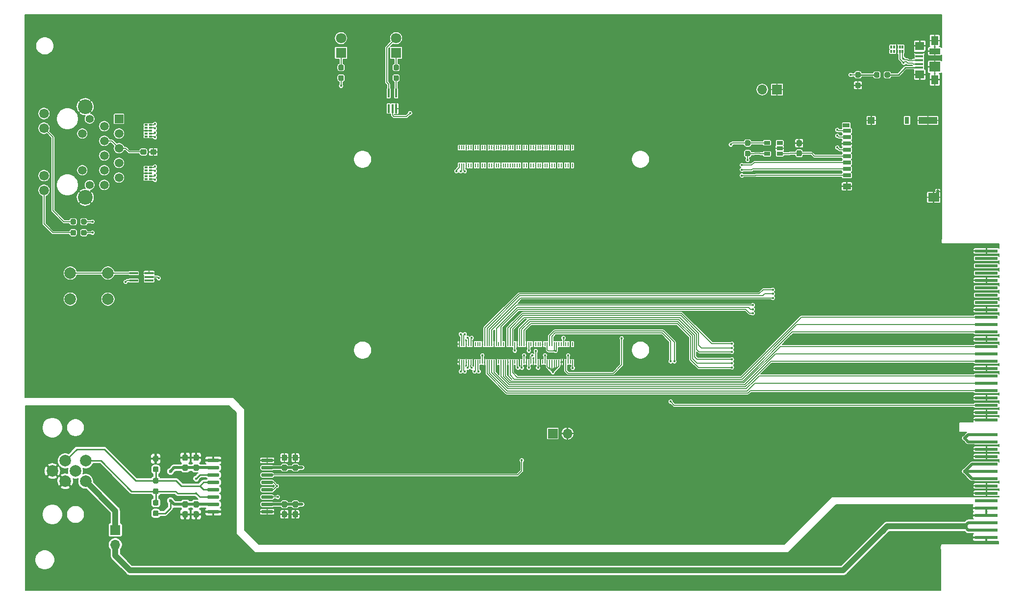
<source format=gbr>
%TF.GenerationSoftware,KiCad,Pcbnew,5.1.9+dfsg1-1~bpo10+1*%
%TF.CreationDate,2021-06-04T12:04:02+02:00*%
%TF.ProjectId,vacctrl_rpi,76616363-7472-46c5-9f72-70692e6b6963,1.0*%
%TF.SameCoordinates,Original*%
%TF.FileFunction,Copper,L1,Top*%
%TF.FilePolarity,Positive*%
%FSLAX46Y46*%
G04 Gerber Fmt 4.6, Leading zero omitted, Abs format (unit mm)*
G04 Created by KiCad (PCBNEW 5.1.9+dfsg1-1~bpo10+1) date 2021-06-04 12:04:02*
%MOMM*%
%LPD*%
G01*
G04 APERTURE LIST*
%TA.AperFunction,ComponentPad*%
%ADD10C,1.680000*%
%TD*%
%TA.AperFunction,ComponentPad*%
%ADD11C,1.508000*%
%TD*%
%TA.AperFunction,ComponentPad*%
%ADD12C,1.408000*%
%TD*%
%TA.AperFunction,ComponentPad*%
%ADD13R,1.508000X1.508000*%
%TD*%
%TA.AperFunction,ComponentPad*%
%ADD14C,2.550000*%
%TD*%
%TA.AperFunction,ComponentPad*%
%ADD15O,1.700000X1.700000*%
%TD*%
%TA.AperFunction,ComponentPad*%
%ADD16R,1.700000X1.700000*%
%TD*%
%TA.AperFunction,SMDPad,CuDef*%
%ADD17C,0.100000*%
%TD*%
%TA.AperFunction,SMDPad,CuDef*%
%ADD18R,0.800000X1.200000*%
%TD*%
%TA.AperFunction,SMDPad,CuDef*%
%ADD19R,0.500000X0.500000*%
%TD*%
%TA.AperFunction,SMDPad,CuDef*%
%ADD20R,1.400000X0.700000*%
%TD*%
%TA.AperFunction,SMDPad,CuDef*%
%ADD21R,1.200000X0.700000*%
%TD*%
%TA.AperFunction,SMDPad,CuDef*%
%ADD22R,3.200000X1.200000*%
%TD*%
%TA.AperFunction,SMDPad,CuDef*%
%ADD23R,1.200000X1.200000*%
%TD*%
%TA.AperFunction,SMDPad,CuDef*%
%ADD24R,1.400000X1.000000*%
%TD*%
%TA.AperFunction,SMDPad,CuDef*%
%ADD25R,1.900000X1.500000*%
%TD*%
%TA.AperFunction,SMDPad,CuDef*%
%ADD26R,0.200000X0.700000*%
%TD*%
%TA.AperFunction,SMDPad,CuDef*%
%ADD27R,0.550000X0.400000*%
%TD*%
%TA.AperFunction,SMDPad,CuDef*%
%ADD28R,0.550000X0.300000*%
%TD*%
%TA.AperFunction,ComponentPad*%
%ADD29C,2.000000*%
%TD*%
%TA.AperFunction,ConnectorPad*%
%ADD30R,4.000000X0.560000*%
%TD*%
%TA.AperFunction,SMDPad,CuDef*%
%ADD31R,0.400000X0.550000*%
%TD*%
%TA.AperFunction,SMDPad,CuDef*%
%ADD32R,0.300000X0.550000*%
%TD*%
%TA.AperFunction,SMDPad,CuDef*%
%ADD33R,1.500000X0.400000*%
%TD*%
%TA.AperFunction,SMDPad,CuDef*%
%ADD34R,1.060000X0.650000*%
%TD*%
%TA.AperFunction,SMDPad,CuDef*%
%ADD35R,1.900000X1.000000*%
%TD*%
%TA.AperFunction,SMDPad,CuDef*%
%ADD36R,1.900000X1.800000*%
%TD*%
%TA.AperFunction,SMDPad,CuDef*%
%ADD37R,1.300000X1.650000*%
%TD*%
%TA.AperFunction,SMDPad,CuDef*%
%ADD38R,1.550000X1.425000*%
%TD*%
%TA.AperFunction,SMDPad,CuDef*%
%ADD39R,1.380000X0.450000*%
%TD*%
%TA.AperFunction,SMDPad,CuDef*%
%ADD40R,0.400000X1.500000*%
%TD*%
%TA.AperFunction,ComponentPad*%
%ADD41C,1.800000*%
%TD*%
%TA.AperFunction,ComponentPad*%
%ADD42R,1.800000X1.800000*%
%TD*%
%TA.AperFunction,ViaPad*%
%ADD43C,0.450000*%
%TD*%
%TA.AperFunction,ViaPad*%
%ADD44C,0.600000*%
%TD*%
%TA.AperFunction,Conductor*%
%ADD45C,0.500000*%
%TD*%
%TA.AperFunction,Conductor*%
%ADD46C,0.200000*%
%TD*%
%TA.AperFunction,Conductor*%
%ADD47C,0.191262*%
%TD*%
%TA.AperFunction,Conductor*%
%ADD48C,0.250000*%
%TD*%
%TA.AperFunction,Conductor*%
%ADD49C,1.000000*%
%TD*%
%TA.AperFunction,Conductor*%
%ADD50C,0.144780*%
%TD*%
%TA.AperFunction,Conductor*%
%ADD51C,0.150000*%
%TD*%
%TA.AperFunction,Conductor*%
%ADD52C,0.100000*%
%TD*%
G04 APERTURE END LIST*
D10*
%TO.P,J7,18*%
%TO.N,Net-(J7-Pad18)*%
X67060000Y-82840000D03*
%TO.P,J7,17*%
%TO.N,+3V3*%
X67060000Y-80300000D03*
%TO.P,J7,16*%
%TO.N,Net-(J7-Pad16)*%
X67060000Y-72100000D03*
%TO.P,J7,15*%
%TO.N,+3V3*%
X67060000Y-69560000D03*
D11*
%TO.P,J7,13*%
%TO.N,/Ethernet I/F/TR2_TAP*%
X73680000Y-79375000D03*
D12*
%TO.P,J7,14*%
%TO.N,/Ethernet I/F/TR3_TAP*%
X74950000Y-81915000D03*
%TO.P,J7,11*%
%TO.N,/Ethernet I/F/TR0_TAP*%
X74950000Y-70485000D03*
D11*
%TO.P,J7,12*%
%TO.N,/Ethernet I/F/TR1_TAP*%
X73680000Y-73025000D03*
%TO.P,J7,10*%
%TO.N,/Ethernet I/F/ETH_3_N*%
X77470000Y-81915000D03*
%TO.P,J7,9*%
%TO.N,/Ethernet I/F/ETH_3_P*%
X80010000Y-80645000D03*
%TO.P,J7,8*%
%TO.N,/Ethernet I/F/ETH_2_N*%
X77470000Y-79375000D03*
%TO.P,J7,7*%
%TO.N,/Ethernet I/F/ETH_2_P*%
X80010000Y-78105000D03*
%TO.P,J7,6*%
%TO.N,/Ethernet I/F/ETH_1_N*%
X77470000Y-76835000D03*
%TO.P,J7,5*%
%TO.N,Net-(C1-Pad2)*%
X80010000Y-75565000D03*
%TO.P,J7,4*%
X77470000Y-74295000D03*
%TO.P,J7,3*%
%TO.N,/Ethernet I/F/ETH_1_P*%
X80010000Y-73025000D03*
%TO.P,J7,2*%
%TO.N,/Ethernet I/F/ETH_0_N*%
X77470000Y-71755000D03*
D13*
%TO.P,J7,1*%
%TO.N,/Ethernet I/F/ETH_0_P*%
X80010000Y-70485000D03*
D14*
%TO.P,J7,S2*%
%TO.N,GND*%
X74170000Y-84050000D03*
%TO.P,J7,S1*%
X74170000Y-68350000D03*
%TD*%
D15*
%TO.P,JP2,2*%
%TO.N,/Raspi_CM4_GPIO/nRPIBOOT*%
X191135000Y-65405000D03*
D16*
%TO.P,JP2,1*%
%TO.N,GND*%
X193675000Y-65405000D03*
%TD*%
D15*
%TO.P,J4,2*%
%TO.N,GND*%
X157480000Y-124904500D03*
D16*
%TO.P,J4,1*%
%TO.N,+5V*%
X154940000Y-124904500D03*
%TD*%
%TA.AperFunction,SMDPad,CuDef*%
D17*
%TO.P,J1,11*%
%TO.N,GND*%
G36*
X221326421Y-83295000D02*
G01*
X221185000Y-83436421D01*
X221043579Y-83295000D01*
X221185000Y-83153579D01*
X221326421Y-83295000D01*
G37*
%TD.AperFunction*%
D18*
%TO.P,J1,10*%
%TO.N,Net-(J1-Pad10)*%
X216135000Y-70745000D03*
D19*
%TO.P,J1,11*%
%TO.N,GND*%
X221435000Y-83045000D03*
D20*
%TO.P,J1,8*%
%TO.N,/Raspi_CM4_GPIO/SD_DAT1*%
X205735000Y-72545000D03*
%TO.P,J1,7*%
%TO.N,/Raspi_CM4_GPIO/SD_DAT0*%
X205735000Y-73645000D03*
%TO.P,J1,6*%
%TO.N,GND*%
X205735000Y-74745000D03*
%TO.P,J1,5*%
%TO.N,/Raspi_CM4_GPIO/SD_CLK*%
X205735000Y-75845000D03*
%TO.P,J1,4*%
%TO.N,/Raspi_CM4_GPIO/SD_PWR*%
X205735000Y-76945000D03*
%TO.P,J1,3*%
%TO.N,/Raspi_CM4_GPIO/SD_CMD*%
X205735000Y-78045000D03*
%TO.P,J1,2*%
%TO.N,/Raspi_CM4_GPIO/SD_DAT3*%
X205735000Y-79145000D03*
D21*
%TO.P,J1,9*%
%TO.N,Net-(J1-Pad9)*%
X205635000Y-71595000D03*
D22*
%TO.P,J1,11*%
%TO.N,GND*%
X219735000Y-70745000D03*
D23*
X209935000Y-70745000D03*
D24*
X205735000Y-82145000D03*
D25*
X220735000Y-84045000D03*
D20*
%TO.P,J1,1*%
%TO.N,/Raspi_CM4_GPIO/SD_DAT2*%
X205735000Y-80245000D03*
%TD*%
D26*
%TO.P,U3,101*%
%TO.N,/Raspi_CM4_HighSpeed/USB_OTG*%
X138790000Y-78520000D03*
%TO.P,U3,102*%
%TO.N,Net-(U3-Pad102)*%
X138790000Y-75440000D03*
%TO.P,U3,103*%
%TO.N,/Raspi_CM4_HighSpeed/USB_N*%
X139190000Y-78520000D03*
%TO.P,U3,104*%
%TO.N,Net-(U3-Pad104)*%
X139190000Y-75440000D03*
%TO.P,U3,105*%
%TO.N,/Raspi_CM4_HighSpeed/USB_P*%
X139590000Y-78520000D03*
%TO.P,U3,106*%
%TO.N,Net-(U3-Pad106)*%
X139590000Y-75440000D03*
%TO.P,U3,107*%
%TO.N,GND*%
X139990000Y-78520000D03*
%TO.P,U3,108*%
X139990000Y-75440000D03*
%TO.P,U3,109*%
%TO.N,Net-(U3-Pad109)*%
X140390000Y-78520000D03*
%TO.P,U3,110*%
%TO.N,Net-(U3-Pad110)*%
X140390000Y-75440000D03*
%TO.P,U3,111*%
%TO.N,Net-(U3-Pad111)*%
X140790000Y-78520000D03*
%TO.P,U3,112*%
%TO.N,Net-(U3-Pad112)*%
X140790000Y-75440000D03*
%TO.P,U3,113*%
%TO.N,GND*%
X141190000Y-78520000D03*
%TO.P,U3,114*%
X141190000Y-75440000D03*
%TO.P,U3,115*%
%TO.N,Net-(U3-Pad115)*%
X141590000Y-78520000D03*
%TO.P,U3,116*%
%TO.N,Net-(U3-Pad116)*%
X141590000Y-75440000D03*
%TO.P,U3,117*%
%TO.N,Net-(U3-Pad117)*%
X141990000Y-78520000D03*
%TO.P,U3,118*%
%TO.N,Net-(U3-Pad118)*%
X141990000Y-75440000D03*
%TO.P,U3,119*%
%TO.N,GND*%
X142390000Y-78520000D03*
%TO.P,U3,120*%
X142390000Y-75440000D03*
%TO.P,U3,121*%
%TO.N,Net-(U3-Pad121)*%
X142790000Y-78520000D03*
%TO.P,U3,122*%
%TO.N,Net-(U3-Pad122)*%
X142790000Y-75440000D03*
%TO.P,U3,123*%
%TO.N,Net-(U3-Pad123)*%
X143190000Y-78520000D03*
%TO.P,U3,124*%
%TO.N,Net-(U3-Pad124)*%
X143190000Y-75440000D03*
%TO.P,U3,125*%
%TO.N,GND*%
X143590000Y-78520000D03*
%TO.P,U3,126*%
X143590000Y-75440000D03*
%TO.P,U3,127*%
%TO.N,Net-(U3-Pad127)*%
X143990000Y-78520000D03*
%TO.P,U3,128*%
%TO.N,Net-(U3-Pad128)*%
X143990000Y-75440000D03*
%TO.P,U3,129*%
%TO.N,Net-(U3-Pad129)*%
X144390000Y-78520000D03*
%TO.P,U3,130*%
%TO.N,Net-(U3-Pad130)*%
X144390000Y-75440000D03*
%TO.P,U3,131*%
%TO.N,GND*%
X144790000Y-78520000D03*
%TO.P,U3,132*%
X144790000Y-75440000D03*
%TO.P,U3,133*%
%TO.N,Net-(U3-Pad133)*%
X145190000Y-78520000D03*
%TO.P,U3,134*%
%TO.N,Net-(U3-Pad134)*%
X145190000Y-75440000D03*
%TO.P,U3,135*%
%TO.N,Net-(U3-Pad135)*%
X145590000Y-78520000D03*
%TO.P,U3,136*%
%TO.N,Net-(U3-Pad136)*%
X145590000Y-75440000D03*
%TO.P,U3,137*%
%TO.N,GND*%
X145990000Y-78520000D03*
%TO.P,U3,138*%
X145990000Y-75440000D03*
%TO.P,U3,139*%
%TO.N,Net-(U3-Pad139)*%
X146390000Y-78520000D03*
%TO.P,U3,140*%
%TO.N,Net-(U3-Pad140)*%
X146390000Y-75440000D03*
%TO.P,U3,141*%
%TO.N,Net-(U3-Pad141)*%
X146790000Y-78520000D03*
%TO.P,U3,142*%
%TO.N,Net-(U3-Pad142)*%
X146790000Y-75440000D03*
%TO.P,U3,143*%
%TO.N,Net-(U3-Pad143)*%
X147190000Y-78520000D03*
%TO.P,U3,144*%
%TO.N,GND*%
X147190000Y-75440000D03*
%TO.P,U3,145*%
%TO.N,Net-(U3-Pad145)*%
X147590000Y-78520000D03*
%TO.P,U3,146*%
%TO.N,Net-(U3-Pad146)*%
X147590000Y-75440000D03*
%TO.P,U3,147*%
%TO.N,Net-(U3-Pad147)*%
X147990000Y-78520000D03*
%TO.P,U3,148*%
%TO.N,Net-(U3-Pad148)*%
X147990000Y-75440000D03*
%TO.P,U3,149*%
%TO.N,Net-(U3-Pad149)*%
X148390000Y-78520000D03*
%TO.P,U3,150*%
%TO.N,GND*%
X148390000Y-75440000D03*
%TO.P,U3,151*%
%TO.N,Net-(U3-Pad151)*%
X148790000Y-78520000D03*
%TO.P,U3,152*%
%TO.N,Net-(U3-Pad152)*%
X148790000Y-75440000D03*
%TO.P,U3,153*%
%TO.N,Net-(U3-Pad153)*%
X149190000Y-78520000D03*
%TO.P,U3,154*%
%TO.N,Net-(U3-Pad154)*%
X149190000Y-75440000D03*
%TO.P,U3,155*%
%TO.N,GND*%
X149590000Y-78520000D03*
%TO.P,U3,156*%
X149590000Y-75440000D03*
%TO.P,U3,157*%
%TO.N,Net-(U3-Pad157)*%
X149990000Y-78520000D03*
%TO.P,U3,158*%
%TO.N,Net-(U3-Pad158)*%
X149990000Y-75440000D03*
%TO.P,U3,159*%
%TO.N,Net-(U3-Pad159)*%
X150390000Y-78520000D03*
%TO.P,U3,160*%
%TO.N,Net-(U3-Pad160)*%
X150390000Y-75440000D03*
%TO.P,U3,161*%
%TO.N,GND*%
X150790000Y-78520000D03*
%TO.P,U3,162*%
X150790000Y-75440000D03*
%TO.P,U3,163*%
%TO.N,Net-(U3-Pad163)*%
X151190000Y-78520000D03*
%TO.P,U3,164*%
%TO.N,Net-(U3-Pad164)*%
X151190000Y-75440000D03*
%TO.P,U3,165*%
%TO.N,N/C*%
X151590000Y-78520000D03*
%TO.P,U3,166*%
%TO.N,Net-(U3-Pad166)*%
X151590000Y-75440000D03*
%TO.P,U3,167*%
%TO.N,GND*%
X151990000Y-78520000D03*
%TO.P,U3,168*%
X151990000Y-75440000D03*
%TO.P,U3,169*%
%TO.N,Net-(U3-Pad169)*%
X152390000Y-78520000D03*
%TO.P,U3,170*%
%TO.N,Net-(U3-Pad170)*%
X152390000Y-75440000D03*
%TO.P,U3,171*%
%TO.N,Net-(U3-Pad171)*%
X152790000Y-78520000D03*
%TO.P,U3,172*%
%TO.N,Net-(U3-Pad172)*%
X152790000Y-75440000D03*
%TO.P,U3,173*%
%TO.N,GND*%
X153190000Y-78520000D03*
%TO.P,U3,174*%
X153190000Y-75440000D03*
%TO.P,U3,175*%
%TO.N,Net-(U3-Pad175)*%
X153590000Y-78520000D03*
%TO.P,U3,176*%
%TO.N,Net-(U3-Pad176)*%
X153590000Y-75440000D03*
%TO.P,U3,177*%
%TO.N,Net-(U3-Pad177)*%
X153990000Y-78520000D03*
%TO.P,U3,178*%
%TO.N,Net-(U3-Pad178)*%
X153990000Y-75440000D03*
%TO.P,U3,179*%
%TO.N,GND*%
X154390000Y-78520000D03*
%TO.P,U3,180*%
X154390000Y-75440000D03*
%TO.P,U3,181*%
%TO.N,Net-(U3-Pad181)*%
X154790000Y-78520000D03*
%TO.P,U3,182*%
%TO.N,Net-(U3-Pad182)*%
X154790000Y-75440000D03*
%TO.P,U3,183*%
%TO.N,Net-(U3-Pad183)*%
X155190000Y-78520000D03*
%TO.P,U3,184*%
%TO.N,Net-(U3-Pad184)*%
X155190000Y-75440000D03*
%TO.P,U3,185*%
%TO.N,GND*%
X155590000Y-78520000D03*
%TO.P,U3,186*%
X155590000Y-75440000D03*
%TO.P,U3,187*%
%TO.N,Net-(U3-Pad187)*%
X155990000Y-78520000D03*
%TO.P,U3,188*%
%TO.N,Net-(U3-Pad188)*%
X155990000Y-75440000D03*
%TO.P,U3,189*%
%TO.N,Net-(U3-Pad189)*%
X156390000Y-78520000D03*
%TO.P,U3,190*%
%TO.N,Net-(U3-Pad190)*%
X156390000Y-75440000D03*
%TO.P,U3,191*%
%TO.N,GND*%
X156790000Y-78520000D03*
%TO.P,U3,192*%
X156790000Y-75440000D03*
%TO.P,U3,193*%
%TO.N,Net-(U3-Pad193)*%
X157190000Y-78520000D03*
%TO.P,U3,194*%
%TO.N,Net-(U3-Pad194)*%
X157190000Y-75440000D03*
%TO.P,U3,195*%
%TO.N,Net-(U3-Pad195)*%
X157590000Y-78520000D03*
%TO.P,U3,196*%
%TO.N,Net-(U3-Pad196)*%
X157590000Y-75440000D03*
%TO.P,U3,197*%
%TO.N,GND*%
X157990000Y-78520000D03*
%TO.P,U3,198*%
X157990000Y-75440000D03*
%TO.P,U3,199*%
%TO.N,Net-(U3-Pad199)*%
X158390000Y-78520000D03*
%TO.P,U3,200*%
%TO.N,Net-(U3-Pad200)*%
X158390000Y-75440000D03*
%TO.P,U3,76*%
%TO.N,Net-(U3-Pad76)*%
X153590000Y-109440000D03*
%TO.P,U3,74*%
%TO.N,GND*%
X153190000Y-109440000D03*
%TO.P,U3,84*%
%TO.N,+3V3*%
X155190000Y-109440000D03*
%TO.P,U3,61*%
%TO.N,/Raspi_CM4_GPIO/SD_DAT3*%
X150790000Y-112520000D03*
%TO.P,U3,81*%
%TO.N,+5V*%
X154790000Y-112520000D03*
%TO.P,U3,59*%
%TO.N,GND*%
X150390000Y-112520000D03*
%TO.P,U3,90*%
%TO.N,Net-(U3-Pad90)*%
X156390000Y-109440000D03*
%TO.P,U3,100*%
%TO.N,Net-(U3-Pad100)*%
X158390000Y-109440000D03*
%TO.P,U3,54*%
%TO.N,/Raspi_CM4_GPIO/GPIO04*%
X149190000Y-109440000D03*
%TO.P,U3,50*%
%TO.N,/RS485 I/F/uart_rts*%
X148390000Y-109440000D03*
%TO.P,U3,67*%
%TO.N,/Raspi_CM4_GPIO/SD_DAT1*%
X151990000Y-112520000D03*
%TO.P,U3,64*%
%TO.N,Net-(U3-Pad64)*%
X151190000Y-109440000D03*
%TO.P,U3,66*%
%TO.N,GND*%
X151590000Y-109440000D03*
%TO.P,U3,79*%
%TO.N,+5V*%
X154390000Y-112520000D03*
%TO.P,U3,97*%
%TO.N,Net-(U3-Pad97)*%
X157990000Y-112520000D03*
%TO.P,U3,82*%
%TO.N,/Backplane I/F/SDA*%
X154790000Y-109440000D03*
%TO.P,U3,83*%
%TO.N,+5V*%
X155190000Y-112520000D03*
%TO.P,U3,71*%
%TO.N,GND*%
X152790000Y-112520000D03*
%TO.P,U3,70*%
%TO.N,Net-(U3-Pad70)*%
X152390000Y-109440000D03*
%TO.P,U3,77*%
%TO.N,+5V*%
X153990000Y-112520000D03*
%TO.P,U3,63*%
%TO.N,/Raspi_CM4_GPIO/SD_DAT0*%
X151190000Y-112520000D03*
%TO.P,U3,57*%
%TO.N,/Raspi_CM4_GPIO/SD_CLK*%
X149990000Y-112520000D03*
%TO.P,U3,87*%
%TO.N,+5V*%
X155990000Y-112520000D03*
%TO.P,U3,99*%
%TO.N,/Raspi_CM4_GPIO/GLOBAL_EN*%
X158390000Y-112520000D03*
%TO.P,U3,98*%
%TO.N,GND*%
X157990000Y-109440000D03*
%TO.P,U3,95*%
%TO.N,/Raspi_CM4_GPIO/nPWR_LED*%
X157590000Y-112520000D03*
%TO.P,U3,94*%
%TO.N,Net-(U3-Pad94)*%
X157190000Y-109440000D03*
%TO.P,U3,89*%
%TO.N,GND*%
X156390000Y-112520000D03*
%TO.P,U3,52*%
X148790000Y-109440000D03*
%TO.P,U3,65*%
X151590000Y-112520000D03*
%TO.P,U3,92*%
%TO.N,/Raspi_CM4_GPIO/RUN_PG*%
X156790000Y-109440000D03*
%TO.P,U3,78*%
%TO.N,+3V3*%
X153990000Y-109440000D03*
%TO.P,U3,51*%
%TO.N,/RS485 I/F/uart_rx*%
X148790000Y-112520000D03*
%TO.P,U3,72*%
%TO.N,Net-(U3-Pad72)*%
X152790000Y-109440000D03*
%TO.P,U3,91*%
%TO.N,GND*%
X156790000Y-112520000D03*
%TO.P,U3,96*%
%TO.N,Net-(U3-Pad96)*%
X157590000Y-109440000D03*
%TO.P,U3,93*%
%TO.N,/Raspi_CM4_GPIO/nRPIBOOT*%
X157190000Y-112520000D03*
%TO.P,U3,69*%
%TO.N,/Raspi_CM4_GPIO/SD_DAT2*%
X152390000Y-112520000D03*
%TO.P,U3,88*%
%TO.N,Net-(U3-Pad88)*%
X155990000Y-109440000D03*
%TO.P,U3,55*%
%TO.N,/RS485 I/F/uart_tx*%
X149590000Y-112520000D03*
%TO.P,U3,62*%
%TO.N,/Raspi_CM4_GPIO/SD_CMD*%
X150790000Y-109440000D03*
%TO.P,U3,49*%
%TO.N,Net-(U3-Pad49)*%
X148390000Y-112520000D03*
%TO.P,U3,75*%
%TO.N,/Raspi_CM4_GPIO/SD_PWR_ON*%
X153590000Y-112520000D03*
%TO.P,U3,85*%
%TO.N,+5V*%
X155590000Y-112520000D03*
%TO.P,U3,73*%
%TO.N,Net-(U3-Pad73)*%
X153190000Y-112520000D03*
%TO.P,U3,60*%
%TO.N,GND*%
X150390000Y-109440000D03*
%TO.P,U3,58*%
%TO.N,/Raspi_CM4_GPIO/GPIO02*%
X149990000Y-109440000D03*
%TO.P,U3,86*%
%TO.N,+3V3*%
X155590000Y-109440000D03*
%TO.P,U3,56*%
%TO.N,/Raspi_CM4_GPIO/GPIO03*%
X149590000Y-109440000D03*
%TO.P,U3,68*%
%TO.N,Net-(U3-Pad68)*%
X151990000Y-109440000D03*
%TO.P,U3,53*%
%TO.N,GND*%
X149190000Y-112520000D03*
%TO.P,U3,80*%
%TO.N,/Backplane I/F/SCL*%
X154390000Y-109440000D03*
%TO.P,U3,43*%
%TO.N,GND*%
X147190000Y-112520000D03*
%TO.P,U3,34*%
%TO.N,/Raspi_CM4_GPIO/GPIO05*%
X145190000Y-109440000D03*
%TO.P,U3,2*%
%TO.N,GND*%
X138790000Y-109440000D03*
%TO.P,U3,7*%
X139990000Y-112520000D03*
%TO.P,U3,6*%
%TO.N,/Ethernet I/F/ETH_1_N*%
X139590000Y-109440000D03*
%TO.P,U3,41*%
%TO.N,/Raspi_CM4_GPIO/GPIO25*%
X146790000Y-112520000D03*
%TO.P,U3,23*%
%TO.N,GND*%
X143190000Y-112520000D03*
%TO.P,U3,40*%
%TO.N,Net-(U3-Pad40)*%
X146390000Y-109440000D03*
%TO.P,U3,39*%
%TO.N,/Raspi_CM4_GPIO/GPIO08*%
X146390000Y-112520000D03*
%TO.P,U3,38*%
%TO.N,/Raspi_CM4_GPIO/GPIO11*%
X145990000Y-109440000D03*
%TO.P,U3,35*%
%TO.N,Net-(U3-Pad35)*%
X145590000Y-112520000D03*
%TO.P,U3,29*%
%TO.N,/Raspi_CM4_GPIO/GPIO16*%
X144390000Y-112520000D03*
%TO.P,U3,13*%
%TO.N,GND*%
X141190000Y-112520000D03*
%TO.P,U3,37*%
%TO.N,/Raspi_CM4_GPIO/GPIO07*%
X145990000Y-112520000D03*
%TO.P,U3,36*%
%TO.N,Net-(U3-Pad36)*%
X145590000Y-109440000D03*
%TO.P,U3,33*%
%TO.N,GND*%
X145190000Y-112520000D03*
%TO.P,U3,27*%
%TO.N,/Raspi_CM4_GPIO/GPIO20*%
X143990000Y-112520000D03*
%TO.P,U3,32*%
%TO.N,GND*%
X144790000Y-109440000D03*
%TO.P,U3,25*%
%TO.N,/Raspi_CM4_GPIO/GPIO21*%
X143590000Y-112520000D03*
%TO.P,U3,8*%
%TO.N,GND*%
X139990000Y-109440000D03*
%TO.P,U3,31*%
%TO.N,/Raspi_CM4_GPIO/GPIO12*%
X144790000Y-112520000D03*
%TO.P,U3,30*%
%TO.N,/Raspi_CM4_GPIO/GPIO06*%
X144390000Y-109440000D03*
%TO.P,U3,19*%
%TO.N,Net-(U3-Pad19)*%
X142390000Y-112520000D03*
%TO.P,U3,18*%
%TO.N,Net-(U3-Pad18)*%
X141990000Y-109440000D03*
%TO.P,U3,12*%
%TO.N,/Ethernet I/F/ETH_0_P*%
X140790000Y-109440000D03*
%TO.P,U3,28*%
%TO.N,/Raspi_CM4_GPIO/GPIO13*%
X143990000Y-109440000D03*
%TO.P,U3,26*%
%TO.N,/Raspi_CM4_GPIO/GPIO19*%
X143590000Y-109440000D03*
%TO.P,U3,15*%
%TO.N,/Ethernet I/F/ETH_LEDG*%
X141590000Y-112520000D03*
%TO.P,U3,24*%
%TO.N,/Raspi_CM4_GPIO/GPIO26*%
X143190000Y-109440000D03*
%TO.P,U3,20*%
%TO.N,Net-(U3-Pad20)*%
X142390000Y-109440000D03*
%TO.P,U3,21*%
%TO.N,/Raspi_CM4_GPIO/Pi_nLED_Activity*%
X142790000Y-112520000D03*
%TO.P,U3,14*%
%TO.N,GND*%
X141190000Y-109440000D03*
%TO.P,U3,9*%
%TO.N,/Ethernet I/F/ETH_2_N*%
X140390000Y-112520000D03*
%TO.P,U3,5*%
%TO.N,/Ethernet I/F/ETH_3_N*%
X139590000Y-112520000D03*
%TO.P,U3,1*%
%TO.N,GND*%
X138790000Y-112520000D03*
%TO.P,U3,10*%
%TO.N,/Ethernet I/F/ETH_0_N*%
X140390000Y-109440000D03*
%TO.P,U3,42*%
%TO.N,GND*%
X146790000Y-109440000D03*
%TO.P,U3,22*%
X142790000Y-109440000D03*
%TO.P,U3,4*%
%TO.N,/Ethernet I/F/ETH_1_P*%
X139190000Y-109440000D03*
%TO.P,U3,16*%
%TO.N,Net-(U3-Pad16)*%
X141590000Y-109440000D03*
%TO.P,U3,11*%
%TO.N,/Ethernet I/F/ETH_2_P*%
X140790000Y-112520000D03*
%TO.P,U3,17*%
%TO.N,/Ethernet I/F/ETH_LEDY*%
X141990000Y-112520000D03*
%TO.P,U3,3*%
%TO.N,/Ethernet I/F/ETH_3_P*%
X139190000Y-112520000D03*
%TO.P,U3,48*%
%TO.N,/Raspi_CM4_GPIO/GPIO27*%
X147990000Y-109440000D03*
%TO.P,U3,47*%
%TO.N,/Raspi_CM4_GPIO/GPIO23*%
X147990000Y-112520000D03*
%TO.P,U3,46*%
%TO.N,/Raspi_CM4_GPIO/GPIO22*%
X147590000Y-109440000D03*
%TO.P,U3,45*%
%TO.N,/Raspi_CM4_GPIO/GPIO24*%
X147590000Y-112520000D03*
%TO.P,U3,44*%
%TO.N,/Raspi_CM4_GPIO/GPIO10*%
X147190000Y-109440000D03*
%TD*%
%TO.P,R8,2*%
%TO.N,/RS485 I/F/RS485-D-*%
%TA.AperFunction,SMDPad,CuDef*%
G36*
G01*
X86597500Y-133560000D02*
X86122500Y-133560000D01*
G75*
G02*
X85885000Y-133322500I0J237500D01*
G01*
X85885000Y-132822500D01*
G75*
G02*
X86122500Y-132585000I237500J0D01*
G01*
X86597500Y-132585000D01*
G75*
G02*
X86835000Y-132822500I0J-237500D01*
G01*
X86835000Y-133322500D01*
G75*
G02*
X86597500Y-133560000I-237500J0D01*
G01*
G37*
%TD.AperFunction*%
%TO.P,R8,1*%
%TO.N,/RS485 I/F/RS485-D+*%
%TA.AperFunction,SMDPad,CuDef*%
G36*
G01*
X86597500Y-135385000D02*
X86122500Y-135385000D01*
G75*
G02*
X85885000Y-135147500I0J237500D01*
G01*
X85885000Y-134647500D01*
G75*
G02*
X86122500Y-134410000I237500J0D01*
G01*
X86597500Y-134410000D01*
G75*
G02*
X86835000Y-134647500I0J-237500D01*
G01*
X86835000Y-135147500D01*
G75*
G02*
X86597500Y-135385000I-237500J0D01*
G01*
G37*
%TD.AperFunction*%
%TD*%
D27*
%TO.P,U8,8*%
%TO.N,GND*%
X84705000Y-72517000D03*
D28*
%TO.P,U8,10*%
%TO.N,Net-(U8-Pad10)*%
X84705000Y-73517000D03*
%TO.P,U8,7*%
%TO.N,Net-(U8-Pad7)*%
X84705000Y-72017000D03*
%TO.P,U8,6*%
%TO.N,Net-(U8-Pad6)*%
X84705000Y-71517000D03*
%TO.P,U8,9*%
%TO.N,Net-(U8-Pad9)*%
X84705000Y-73017000D03*
%TO.P,U8,5*%
%TO.N,/Ethernet I/F/ETH_0_P*%
X85475000Y-71517000D03*
%TO.P,U8,4*%
%TO.N,/Ethernet I/F/ETH_0_N*%
X85475000Y-72017000D03*
D27*
%TO.P,U8,3*%
%TO.N,GND*%
X85475000Y-72517000D03*
D28*
%TO.P,U8,2*%
%TO.N,/Ethernet I/F/ETH_1_N*%
X85475000Y-73017000D03*
%TO.P,U8,1*%
%TO.N,/Ethernet I/F/ETH_1_P*%
X85475000Y-73517000D03*
%TD*%
D27*
%TO.P,U7,8*%
%TO.N,GND*%
X84705000Y-79883000D03*
D28*
%TO.P,U7,10*%
%TO.N,Net-(U7-Pad10)*%
X84705000Y-80883000D03*
%TO.P,U7,7*%
%TO.N,Net-(U7-Pad7)*%
X84705000Y-79383000D03*
%TO.P,U7,6*%
%TO.N,Net-(U7-Pad6)*%
X84705000Y-78883000D03*
%TO.P,U7,9*%
%TO.N,Net-(U7-Pad9)*%
X84705000Y-80383000D03*
%TO.P,U7,5*%
%TO.N,/Ethernet I/F/ETH_2_P*%
X85475000Y-78883000D03*
%TO.P,U7,4*%
%TO.N,/Ethernet I/F/ETH_2_N*%
X85475000Y-79383000D03*
D27*
%TO.P,U7,3*%
%TO.N,GND*%
X85475000Y-79883000D03*
D28*
%TO.P,U7,2*%
%TO.N,/Ethernet I/F/ETH_3_P*%
X85475000Y-80383000D03*
%TO.P,U7,1*%
%TO.N,/Ethernet I/F/ETH_3_N*%
X85475000Y-80883000D03*
%TD*%
%TO.P,U5,16*%
%TO.N,GND1*%
%TA.AperFunction,SMDPad,CuDef*%
G36*
G01*
X97340000Y-138280000D02*
X97340000Y-138580000D01*
G75*
G02*
X97190000Y-138730000I-150000J0D01*
G01*
X95440000Y-138730000D01*
G75*
G02*
X95290000Y-138580000I0J150000D01*
G01*
X95290000Y-138280000D01*
G75*
G02*
X95440000Y-138130000I150000J0D01*
G01*
X97190000Y-138130000D01*
G75*
G02*
X97340000Y-138280000I0J-150000D01*
G01*
G37*
%TD.AperFunction*%
%TO.P,U5,15*%
%TO.N,/RS485 I/F/VISO*%
%TA.AperFunction,SMDPad,CuDef*%
G36*
G01*
X97340000Y-137010000D02*
X97340000Y-137310000D01*
G75*
G02*
X97190000Y-137460000I-150000J0D01*
G01*
X95440000Y-137460000D01*
G75*
G02*
X95290000Y-137310000I0J150000D01*
G01*
X95290000Y-137010000D01*
G75*
G02*
X95440000Y-136860000I150000J0D01*
G01*
X97190000Y-136860000D01*
G75*
G02*
X97340000Y-137010000I0J-150000D01*
G01*
G37*
%TD.AperFunction*%
%TO.P,U5,14*%
%TO.N,/RS485 I/F/RS485-D+*%
%TA.AperFunction,SMDPad,CuDef*%
G36*
G01*
X97340000Y-135740000D02*
X97340000Y-136040000D01*
G75*
G02*
X97190000Y-136190000I-150000J0D01*
G01*
X95440000Y-136190000D01*
G75*
G02*
X95290000Y-136040000I0J150000D01*
G01*
X95290000Y-135740000D01*
G75*
G02*
X95440000Y-135590000I150000J0D01*
G01*
X97190000Y-135590000D01*
G75*
G02*
X97340000Y-135740000I0J-150000D01*
G01*
G37*
%TD.AperFunction*%
%TO.P,U5,13*%
%TO.N,/RS485 I/F/RS485-D-*%
%TA.AperFunction,SMDPad,CuDef*%
G36*
G01*
X97340000Y-134470000D02*
X97340000Y-134770000D01*
G75*
G02*
X97190000Y-134920000I-150000J0D01*
G01*
X95440000Y-134920000D01*
G75*
G02*
X95290000Y-134770000I0J150000D01*
G01*
X95290000Y-134470000D01*
G75*
G02*
X95440000Y-134320000I150000J0D01*
G01*
X97190000Y-134320000D01*
G75*
G02*
X97340000Y-134470000I0J-150000D01*
G01*
G37*
%TD.AperFunction*%
%TO.P,U5,12*%
%TA.AperFunction,SMDPad,CuDef*%
G36*
G01*
X97340000Y-133200000D02*
X97340000Y-133500000D01*
G75*
G02*
X97190000Y-133650000I-150000J0D01*
G01*
X95440000Y-133650000D01*
G75*
G02*
X95290000Y-133500000I0J150000D01*
G01*
X95290000Y-133200000D01*
G75*
G02*
X95440000Y-133050000I150000J0D01*
G01*
X97190000Y-133050000D01*
G75*
G02*
X97340000Y-133200000I0J-150000D01*
G01*
G37*
%TD.AperFunction*%
%TO.P,U5,11*%
%TO.N,/RS485 I/F/RS485-D+*%
%TA.AperFunction,SMDPad,CuDef*%
G36*
G01*
X97340000Y-131930000D02*
X97340000Y-132230000D01*
G75*
G02*
X97190000Y-132380000I-150000J0D01*
G01*
X95440000Y-132380000D01*
G75*
G02*
X95290000Y-132230000I0J150000D01*
G01*
X95290000Y-131930000D01*
G75*
G02*
X95440000Y-131780000I150000J0D01*
G01*
X97190000Y-131780000D01*
G75*
G02*
X97340000Y-131930000I0J-150000D01*
G01*
G37*
%TD.AperFunction*%
%TO.P,U5,10*%
%TO.N,/RS485 I/F/VISO*%
%TA.AperFunction,SMDPad,CuDef*%
G36*
G01*
X97340000Y-130660000D02*
X97340000Y-130960000D01*
G75*
G02*
X97190000Y-131110000I-150000J0D01*
G01*
X95440000Y-131110000D01*
G75*
G02*
X95290000Y-130960000I0J150000D01*
G01*
X95290000Y-130660000D01*
G75*
G02*
X95440000Y-130510000I150000J0D01*
G01*
X97190000Y-130510000D01*
G75*
G02*
X97340000Y-130660000I0J-150000D01*
G01*
G37*
%TD.AperFunction*%
%TO.P,U5,9*%
%TO.N,GND1*%
%TA.AperFunction,SMDPad,CuDef*%
G36*
G01*
X97340000Y-129390000D02*
X97340000Y-129690000D01*
G75*
G02*
X97190000Y-129840000I-150000J0D01*
G01*
X95440000Y-129840000D01*
G75*
G02*
X95290000Y-129690000I0J150000D01*
G01*
X95290000Y-129390000D01*
G75*
G02*
X95440000Y-129240000I150000J0D01*
G01*
X97190000Y-129240000D01*
G75*
G02*
X97340000Y-129390000I0J-150000D01*
G01*
G37*
%TD.AperFunction*%
%TO.P,U5,8*%
%TO.N,GND*%
%TA.AperFunction,SMDPad,CuDef*%
G36*
G01*
X106640000Y-129390000D02*
X106640000Y-129690000D01*
G75*
G02*
X106490000Y-129840000I-150000J0D01*
G01*
X104740000Y-129840000D01*
G75*
G02*
X104590000Y-129690000I0J150000D01*
G01*
X104590000Y-129390000D01*
G75*
G02*
X104740000Y-129240000I150000J0D01*
G01*
X106490000Y-129240000D01*
G75*
G02*
X106640000Y-129390000I0J-150000D01*
G01*
G37*
%TD.AperFunction*%
%TO.P,U5,7*%
%TO.N,+3V3*%
%TA.AperFunction,SMDPad,CuDef*%
G36*
G01*
X106640000Y-130660000D02*
X106640000Y-130960000D01*
G75*
G02*
X106490000Y-131110000I-150000J0D01*
G01*
X104740000Y-131110000D01*
G75*
G02*
X104590000Y-130960000I0J150000D01*
G01*
X104590000Y-130660000D01*
G75*
G02*
X104740000Y-130510000I150000J0D01*
G01*
X106490000Y-130510000D01*
G75*
G02*
X106640000Y-130660000I0J-150000D01*
G01*
G37*
%TD.AperFunction*%
%TO.P,U5,6*%
%TO.N,/RS485 I/F/uart_tx*%
%TA.AperFunction,SMDPad,CuDef*%
G36*
G01*
X106640000Y-131930000D02*
X106640000Y-132230000D01*
G75*
G02*
X106490000Y-132380000I-150000J0D01*
G01*
X104740000Y-132380000D01*
G75*
G02*
X104590000Y-132230000I0J150000D01*
G01*
X104590000Y-131930000D01*
G75*
G02*
X104740000Y-131780000I150000J0D01*
G01*
X106490000Y-131780000D01*
G75*
G02*
X106640000Y-131930000I0J-150000D01*
G01*
G37*
%TD.AperFunction*%
%TO.P,U5,5*%
%TO.N,/RS485 I/F/uart_rts*%
%TA.AperFunction,SMDPad,CuDef*%
G36*
G01*
X106640000Y-133200000D02*
X106640000Y-133500000D01*
G75*
G02*
X106490000Y-133650000I-150000J0D01*
G01*
X104740000Y-133650000D01*
G75*
G02*
X104590000Y-133500000I0J150000D01*
G01*
X104590000Y-133200000D01*
G75*
G02*
X104740000Y-133050000I150000J0D01*
G01*
X106490000Y-133050000D01*
G75*
G02*
X106640000Y-133200000I0J-150000D01*
G01*
G37*
%TD.AperFunction*%
%TO.P,U5,4*%
%TA.AperFunction,SMDPad,CuDef*%
G36*
G01*
X106640000Y-134470000D02*
X106640000Y-134770000D01*
G75*
G02*
X106490000Y-134920000I-150000J0D01*
G01*
X104740000Y-134920000D01*
G75*
G02*
X104590000Y-134770000I0J150000D01*
G01*
X104590000Y-134470000D01*
G75*
G02*
X104740000Y-134320000I150000J0D01*
G01*
X106490000Y-134320000D01*
G75*
G02*
X106640000Y-134470000I0J-150000D01*
G01*
G37*
%TD.AperFunction*%
%TO.P,U5,3*%
%TO.N,/RS485 I/F/uart_rx*%
%TA.AperFunction,SMDPad,CuDef*%
G36*
G01*
X106640000Y-135740000D02*
X106640000Y-136040000D01*
G75*
G02*
X106490000Y-136190000I-150000J0D01*
G01*
X104740000Y-136190000D01*
G75*
G02*
X104590000Y-136040000I0J150000D01*
G01*
X104590000Y-135740000D01*
G75*
G02*
X104740000Y-135590000I150000J0D01*
G01*
X106490000Y-135590000D01*
G75*
G02*
X106640000Y-135740000I0J-150000D01*
G01*
G37*
%TD.AperFunction*%
%TO.P,U5,2*%
%TO.N,+3V3*%
%TA.AperFunction,SMDPad,CuDef*%
G36*
G01*
X106640000Y-137010000D02*
X106640000Y-137310000D01*
G75*
G02*
X106490000Y-137460000I-150000J0D01*
G01*
X104740000Y-137460000D01*
G75*
G02*
X104590000Y-137310000I0J150000D01*
G01*
X104590000Y-137010000D01*
G75*
G02*
X104740000Y-136860000I150000J0D01*
G01*
X106490000Y-136860000D01*
G75*
G02*
X106640000Y-137010000I0J-150000D01*
G01*
G37*
%TD.AperFunction*%
%TO.P,U5,1*%
%TO.N,GND*%
%TA.AperFunction,SMDPad,CuDef*%
G36*
G01*
X106640000Y-138280000D02*
X106640000Y-138580000D01*
G75*
G02*
X106490000Y-138730000I-150000J0D01*
G01*
X104740000Y-138730000D01*
G75*
G02*
X104590000Y-138580000I0J150000D01*
G01*
X104590000Y-138280000D01*
G75*
G02*
X104740000Y-138130000I150000J0D01*
G01*
X106490000Y-138130000D01*
G75*
G02*
X106640000Y-138280000I0J-150000D01*
G01*
G37*
%TD.AperFunction*%
%TD*%
%TO.P,R9,2*%
%TO.N,GND1*%
%TA.AperFunction,SMDPad,CuDef*%
G36*
G01*
X86597500Y-129750000D02*
X86122500Y-129750000D01*
G75*
G02*
X85885000Y-129512500I0J237500D01*
G01*
X85885000Y-129012500D01*
G75*
G02*
X86122500Y-128775000I237500J0D01*
G01*
X86597500Y-128775000D01*
G75*
G02*
X86835000Y-129012500I0J-237500D01*
G01*
X86835000Y-129512500D01*
G75*
G02*
X86597500Y-129750000I-237500J0D01*
G01*
G37*
%TD.AperFunction*%
%TO.P,R9,1*%
%TO.N,/RS485 I/F/RS485-D-*%
%TA.AperFunction,SMDPad,CuDef*%
G36*
G01*
X86597500Y-131575000D02*
X86122500Y-131575000D01*
G75*
G02*
X85885000Y-131337500I0J237500D01*
G01*
X85885000Y-130837500D01*
G75*
G02*
X86122500Y-130600000I237500J0D01*
G01*
X86597500Y-130600000D01*
G75*
G02*
X86835000Y-130837500I0J-237500D01*
G01*
X86835000Y-131337500D01*
G75*
G02*
X86597500Y-131575000I-237500J0D01*
G01*
G37*
%TD.AperFunction*%
%TD*%
%TO.P,R7,2*%
%TO.N,/RS485 I/F/RS485-D+*%
%TA.AperFunction,SMDPad,CuDef*%
G36*
G01*
X86597500Y-137370000D02*
X86122500Y-137370000D01*
G75*
G02*
X85885000Y-137132500I0J237500D01*
G01*
X85885000Y-136632500D01*
G75*
G02*
X86122500Y-136395000I237500J0D01*
G01*
X86597500Y-136395000D01*
G75*
G02*
X86835000Y-136632500I0J-237500D01*
G01*
X86835000Y-137132500D01*
G75*
G02*
X86597500Y-137370000I-237500J0D01*
G01*
G37*
%TD.AperFunction*%
%TO.P,R7,1*%
%TO.N,/RS485 I/F/VISO*%
%TA.AperFunction,SMDPad,CuDef*%
G36*
G01*
X86597500Y-139195000D02*
X86122500Y-139195000D01*
G75*
G02*
X85885000Y-138957500I0J237500D01*
G01*
X85885000Y-138457500D01*
G75*
G02*
X86122500Y-138220000I237500J0D01*
G01*
X86597500Y-138220000D01*
G75*
G02*
X86835000Y-138457500I0J-237500D01*
G01*
X86835000Y-138957500D01*
G75*
G02*
X86597500Y-139195000I-237500J0D01*
G01*
G37*
%TD.AperFunction*%
%TD*%
%TO.P,R4,2*%
%TO.N,Net-(J7-Pad18)*%
%TA.AperFunction,SMDPad,CuDef*%
G36*
G01*
X72600000Y-89932500D02*
X72600000Y-90407500D01*
G75*
G02*
X72362500Y-90645000I-237500J0D01*
G01*
X71862500Y-90645000D01*
G75*
G02*
X71625000Y-90407500I0J237500D01*
G01*
X71625000Y-89932500D01*
G75*
G02*
X71862500Y-89695000I237500J0D01*
G01*
X72362500Y-89695000D01*
G75*
G02*
X72600000Y-89932500I0J-237500D01*
G01*
G37*
%TD.AperFunction*%
%TO.P,R4,1*%
%TO.N,/Ethernet I/F/ETH_LEDY*%
%TA.AperFunction,SMDPad,CuDef*%
G36*
G01*
X74425000Y-89932500D02*
X74425000Y-90407500D01*
G75*
G02*
X74187500Y-90645000I-237500J0D01*
G01*
X73687500Y-90645000D01*
G75*
G02*
X73450000Y-90407500I0J237500D01*
G01*
X73450000Y-89932500D01*
G75*
G02*
X73687500Y-89695000I237500J0D01*
G01*
X74187500Y-89695000D01*
G75*
G02*
X74425000Y-89932500I0J-237500D01*
G01*
G37*
%TD.AperFunction*%
%TD*%
%TO.P,R3,2*%
%TO.N,/Ethernet I/F/ETH_LEDG*%
%TA.AperFunction,SMDPad,CuDef*%
G36*
G01*
X73450000Y-88502500D02*
X73450000Y-88027500D01*
G75*
G02*
X73687500Y-87790000I237500J0D01*
G01*
X74187500Y-87790000D01*
G75*
G02*
X74425000Y-88027500I0J-237500D01*
G01*
X74425000Y-88502500D01*
G75*
G02*
X74187500Y-88740000I-237500J0D01*
G01*
X73687500Y-88740000D01*
G75*
G02*
X73450000Y-88502500I0J237500D01*
G01*
G37*
%TD.AperFunction*%
%TO.P,R3,1*%
%TO.N,Net-(J7-Pad16)*%
%TA.AperFunction,SMDPad,CuDef*%
G36*
G01*
X71625000Y-88502500D02*
X71625000Y-88027500D01*
G75*
G02*
X71862500Y-87790000I237500J0D01*
G01*
X72362500Y-87790000D01*
G75*
G02*
X72600000Y-88027500I0J-237500D01*
G01*
X72600000Y-88502500D01*
G75*
G02*
X72362500Y-88740000I-237500J0D01*
G01*
X71862500Y-88740000D01*
G75*
G02*
X71625000Y-88502500I0J237500D01*
G01*
G37*
%TD.AperFunction*%
%TD*%
D15*
%TO.P,JP1,2*%
%TO.N,+24V*%
X79375000Y-144145000D03*
D16*
%TO.P,JP1,1*%
%TO.N,Net-(J6-Pad2)*%
X79375000Y-141605000D03*
%TD*%
D29*
%TO.P,J6,S*%
%TO.N,GND1*%
X68500000Y-131400000D03*
%TO.P,J6,5*%
%TO.N,Net-(J6-Pad5)*%
X72500000Y-131400000D03*
%TO.P,J6,4*%
%TO.N,/RS485 I/F/RS485-D-*%
X70732233Y-129632233D03*
%TO.P,J6,3*%
%TO.N,GND1*%
X70732233Y-133167767D03*
%TO.P,J6,2*%
%TO.N,Net-(J6-Pad2)*%
X74267767Y-133167767D03*
%TO.P,J6,1*%
%TO.N,/RS485 I/F/RS485-D+*%
X74267767Y-129632233D03*
%TD*%
D30*
%TO.P,J5,79*%
%TO.N,GND*%
X229830000Y-93335000D03*
%TO.P,J5,77*%
%TO.N,/Backplane I/F/L9.3*%
X229830000Y-94605000D03*
%TO.P,J5,75*%
%TO.N,/Backplane I/F/L9.2*%
X229830000Y-95875000D03*
%TO.P,J5,73*%
%TO.N,/Backplane I/F/L9.1*%
X229830000Y-97145000D03*
%TO.P,J5,71*%
%TO.N,GND*%
X229830000Y-98415000D03*
%TO.P,J5,69*%
%TO.N,/Backplane I/F/L7.3*%
X229830000Y-99685000D03*
%TO.P,J5,67*%
%TO.N,/Backplane I/F/L7.2*%
X229830000Y-100955000D03*
%TO.P,J5,65*%
%TO.N,/Backplane I/F/L7.1*%
X229830000Y-102225000D03*
%TO.P,J5,63*%
%TO.N,GND*%
X229830000Y-103495000D03*
%TO.P,J5,61*%
%TO.N,/Raspi_CM4_GPIO/GPIO23*%
X229830000Y-104765000D03*
%TO.P,J5,59*%
%TO.N,/Raspi_CM4_GPIO/GPIO24*%
X229830000Y-106035000D03*
%TO.P,J5,57*%
%TO.N,/Raspi_CM4_GPIO/GPIO25*%
X229830000Y-107305000D03*
%TO.P,J5,55*%
%TO.N,GND*%
X229830000Y-108575000D03*
%TO.P,J5,53*%
%TO.N,/Raspi_CM4_GPIO/GPIO08*%
X229830000Y-109845000D03*
%TO.P,J5,51*%
%TO.N,/Raspi_CM4_GPIO/GPIO07*%
X229830000Y-111115000D03*
%TO.P,J5,49*%
%TO.N,/Raspi_CM4_GPIO/GPIO12*%
X229830000Y-112385000D03*
%TO.P,J5,47*%
%TO.N,GND*%
X229830000Y-113655000D03*
%TO.P,J5,45*%
%TO.N,/Raspi_CM4_GPIO/GPIO16*%
X229830000Y-114925000D03*
%TO.P,J5,43*%
%TO.N,/Raspi_CM4_GPIO/GPIO20*%
X229830000Y-116195000D03*
%TO.P,J5,41*%
%TO.N,/Raspi_CM4_GPIO/GPIO21*%
X229830000Y-117465000D03*
%TO.P,J5,39*%
%TO.N,GND*%
X229830000Y-118735000D03*
%TO.P,J5,37*%
%TO.N,/Backplane I/F/SDA*%
X229830000Y-120005000D03*
%TO.P,J5,35*%
%TO.N,GND*%
X229830000Y-121275000D03*
%TO.P,J5,33*%
X229830000Y-122545000D03*
%TO.P,J5,29*%
%TO.N,+3V3*%
X229830000Y-125085000D03*
%TO.P,J5,27*%
X229830000Y-126355000D03*
%TO.P,J5,25*%
%TO.N,GND*%
X229830000Y-127625000D03*
%TO.P,J5,23*%
X229830000Y-128895000D03*
%TO.P,J5,21*%
%TO.N,+5V*%
X229830000Y-130165000D03*
%TO.P,J5,19*%
X229830000Y-131435000D03*
%TO.P,J5,17*%
X229830000Y-132705000D03*
%TO.P,J5,15*%
%TO.N,GND*%
X229830000Y-133975000D03*
%TO.P,J5,13*%
X229830000Y-135245000D03*
%TO.P,J5,11*%
%TO.N,Net-(J5-Pad11)*%
X229830000Y-136515000D03*
%TO.P,J5,9*%
%TO.N,GND1*%
X229830000Y-137785000D03*
%TO.P,J5,7*%
X229830000Y-139055000D03*
%TO.P,J5,5*%
%TO.N,+24V*%
X229830000Y-140325000D03*
%TO.P,J5,3*%
X229830000Y-141595000D03*
%TO.P,J5,1*%
%TO.N,GND1*%
X229830000Y-142865000D03*
%TD*%
%TO.P,C11,2*%
%TO.N,GND1*%
%TA.AperFunction,SMDPad,CuDef*%
G36*
G01*
X91202500Y-138347500D02*
X91677500Y-138347500D01*
G75*
G02*
X91915000Y-138585000I0J-237500D01*
G01*
X91915000Y-139185000D01*
G75*
G02*
X91677500Y-139422500I-237500J0D01*
G01*
X91202500Y-139422500D01*
G75*
G02*
X90965000Y-139185000I0J237500D01*
G01*
X90965000Y-138585000D01*
G75*
G02*
X91202500Y-138347500I237500J0D01*
G01*
G37*
%TD.AperFunction*%
%TO.P,C11,1*%
%TO.N,/RS485 I/F/VISO*%
%TA.AperFunction,SMDPad,CuDef*%
G36*
G01*
X91202500Y-136622500D02*
X91677500Y-136622500D01*
G75*
G02*
X91915000Y-136860000I0J-237500D01*
G01*
X91915000Y-137460000D01*
G75*
G02*
X91677500Y-137697500I-237500J0D01*
G01*
X91202500Y-137697500D01*
G75*
G02*
X90965000Y-137460000I0J237500D01*
G01*
X90965000Y-136860000D01*
G75*
G02*
X91202500Y-136622500I237500J0D01*
G01*
G37*
%TD.AperFunction*%
%TD*%
%TO.P,C10,2*%
%TO.N,GND1*%
%TA.AperFunction,SMDPad,CuDef*%
G36*
G01*
X93107500Y-138347500D02*
X93582500Y-138347500D01*
G75*
G02*
X93820000Y-138585000I0J-237500D01*
G01*
X93820000Y-139185000D01*
G75*
G02*
X93582500Y-139422500I-237500J0D01*
G01*
X93107500Y-139422500D01*
G75*
G02*
X92870000Y-139185000I0J237500D01*
G01*
X92870000Y-138585000D01*
G75*
G02*
X93107500Y-138347500I237500J0D01*
G01*
G37*
%TD.AperFunction*%
%TO.P,C10,1*%
%TO.N,/RS485 I/F/VISO*%
%TA.AperFunction,SMDPad,CuDef*%
G36*
G01*
X93107500Y-136622500D02*
X93582500Y-136622500D01*
G75*
G02*
X93820000Y-136860000I0J-237500D01*
G01*
X93820000Y-137460000D01*
G75*
G02*
X93582500Y-137697500I-237500J0D01*
G01*
X93107500Y-137697500D01*
G75*
G02*
X92870000Y-137460000I0J237500D01*
G01*
X92870000Y-136860000D01*
G75*
G02*
X93107500Y-136622500I237500J0D01*
G01*
G37*
%TD.AperFunction*%
%TD*%
%TO.P,C9,2*%
%TO.N,GND1*%
%TA.AperFunction,SMDPad,CuDef*%
G36*
G01*
X93582500Y-129622500D02*
X93107500Y-129622500D01*
G75*
G02*
X92870000Y-129385000I0J237500D01*
G01*
X92870000Y-128785000D01*
G75*
G02*
X93107500Y-128547500I237500J0D01*
G01*
X93582500Y-128547500D01*
G75*
G02*
X93820000Y-128785000I0J-237500D01*
G01*
X93820000Y-129385000D01*
G75*
G02*
X93582500Y-129622500I-237500J0D01*
G01*
G37*
%TD.AperFunction*%
%TO.P,C9,1*%
%TO.N,/RS485 I/F/VISO*%
%TA.AperFunction,SMDPad,CuDef*%
G36*
G01*
X93582500Y-131347500D02*
X93107500Y-131347500D01*
G75*
G02*
X92870000Y-131110000I0J237500D01*
G01*
X92870000Y-130510000D01*
G75*
G02*
X93107500Y-130272500I237500J0D01*
G01*
X93582500Y-130272500D01*
G75*
G02*
X93820000Y-130510000I0J-237500D01*
G01*
X93820000Y-131110000D01*
G75*
G02*
X93582500Y-131347500I-237500J0D01*
G01*
G37*
%TD.AperFunction*%
%TD*%
%TO.P,C7,2*%
%TO.N,GND1*%
%TA.AperFunction,SMDPad,CuDef*%
G36*
G01*
X91677500Y-129622500D02*
X91202500Y-129622500D01*
G75*
G02*
X90965000Y-129385000I0J237500D01*
G01*
X90965000Y-128785000D01*
G75*
G02*
X91202500Y-128547500I237500J0D01*
G01*
X91677500Y-128547500D01*
G75*
G02*
X91915000Y-128785000I0J-237500D01*
G01*
X91915000Y-129385000D01*
G75*
G02*
X91677500Y-129622500I-237500J0D01*
G01*
G37*
%TD.AperFunction*%
%TO.P,C7,1*%
%TO.N,/RS485 I/F/VISO*%
%TA.AperFunction,SMDPad,CuDef*%
G36*
G01*
X91677500Y-131347500D02*
X91202500Y-131347500D01*
G75*
G02*
X90965000Y-131110000I0J237500D01*
G01*
X90965000Y-130510000D01*
G75*
G02*
X91202500Y-130272500I237500J0D01*
G01*
X91677500Y-130272500D01*
G75*
G02*
X91915000Y-130510000I0J-237500D01*
G01*
X91915000Y-131110000D01*
G75*
G02*
X91677500Y-131347500I-237500J0D01*
G01*
G37*
%TD.AperFunction*%
%TD*%
%TO.P,C6,2*%
%TO.N,GND*%
%TA.AperFunction,SMDPad,CuDef*%
G36*
G01*
X110252500Y-138347500D02*
X110727500Y-138347500D01*
G75*
G02*
X110965000Y-138585000I0J-237500D01*
G01*
X110965000Y-139185000D01*
G75*
G02*
X110727500Y-139422500I-237500J0D01*
G01*
X110252500Y-139422500D01*
G75*
G02*
X110015000Y-139185000I0J237500D01*
G01*
X110015000Y-138585000D01*
G75*
G02*
X110252500Y-138347500I237500J0D01*
G01*
G37*
%TD.AperFunction*%
%TO.P,C6,1*%
%TO.N,+3V3*%
%TA.AperFunction,SMDPad,CuDef*%
G36*
G01*
X110252500Y-136622500D02*
X110727500Y-136622500D01*
G75*
G02*
X110965000Y-136860000I0J-237500D01*
G01*
X110965000Y-137460000D01*
G75*
G02*
X110727500Y-137697500I-237500J0D01*
G01*
X110252500Y-137697500D01*
G75*
G02*
X110015000Y-137460000I0J237500D01*
G01*
X110015000Y-136860000D01*
G75*
G02*
X110252500Y-136622500I237500J0D01*
G01*
G37*
%TD.AperFunction*%
%TD*%
%TO.P,C5,2*%
%TO.N,GND*%
%TA.AperFunction,SMDPad,CuDef*%
G36*
G01*
X108347500Y-138347500D02*
X108822500Y-138347500D01*
G75*
G02*
X109060000Y-138585000I0J-237500D01*
G01*
X109060000Y-139185000D01*
G75*
G02*
X108822500Y-139422500I-237500J0D01*
G01*
X108347500Y-139422500D01*
G75*
G02*
X108110000Y-139185000I0J237500D01*
G01*
X108110000Y-138585000D01*
G75*
G02*
X108347500Y-138347500I237500J0D01*
G01*
G37*
%TD.AperFunction*%
%TO.P,C5,1*%
%TO.N,+3V3*%
%TA.AperFunction,SMDPad,CuDef*%
G36*
G01*
X108347500Y-136622500D02*
X108822500Y-136622500D01*
G75*
G02*
X109060000Y-136860000I0J-237500D01*
G01*
X109060000Y-137460000D01*
G75*
G02*
X108822500Y-137697500I-237500J0D01*
G01*
X108347500Y-137697500D01*
G75*
G02*
X108110000Y-137460000I0J237500D01*
G01*
X108110000Y-136860000D01*
G75*
G02*
X108347500Y-136622500I237500J0D01*
G01*
G37*
%TD.AperFunction*%
%TD*%
%TO.P,C4,2*%
%TO.N,GND*%
%TA.AperFunction,SMDPad,CuDef*%
G36*
G01*
X110727500Y-129622500D02*
X110252500Y-129622500D01*
G75*
G02*
X110015000Y-129385000I0J237500D01*
G01*
X110015000Y-128785000D01*
G75*
G02*
X110252500Y-128547500I237500J0D01*
G01*
X110727500Y-128547500D01*
G75*
G02*
X110965000Y-128785000I0J-237500D01*
G01*
X110965000Y-129385000D01*
G75*
G02*
X110727500Y-129622500I-237500J0D01*
G01*
G37*
%TD.AperFunction*%
%TO.P,C4,1*%
%TO.N,+3V3*%
%TA.AperFunction,SMDPad,CuDef*%
G36*
G01*
X110727500Y-131347500D02*
X110252500Y-131347500D01*
G75*
G02*
X110015000Y-131110000I0J237500D01*
G01*
X110015000Y-130510000D01*
G75*
G02*
X110252500Y-130272500I237500J0D01*
G01*
X110727500Y-130272500D01*
G75*
G02*
X110965000Y-130510000I0J-237500D01*
G01*
X110965000Y-131110000D01*
G75*
G02*
X110727500Y-131347500I-237500J0D01*
G01*
G37*
%TD.AperFunction*%
%TD*%
%TO.P,C3,2*%
%TO.N,GND*%
%TA.AperFunction,SMDPad,CuDef*%
G36*
G01*
X108822500Y-129622500D02*
X108347500Y-129622500D01*
G75*
G02*
X108110000Y-129385000I0J237500D01*
G01*
X108110000Y-128785000D01*
G75*
G02*
X108347500Y-128547500I237500J0D01*
G01*
X108822500Y-128547500D01*
G75*
G02*
X109060000Y-128785000I0J-237500D01*
G01*
X109060000Y-129385000D01*
G75*
G02*
X108822500Y-129622500I-237500J0D01*
G01*
G37*
%TD.AperFunction*%
%TO.P,C3,1*%
%TO.N,+3V3*%
%TA.AperFunction,SMDPad,CuDef*%
G36*
G01*
X108822500Y-131347500D02*
X108347500Y-131347500D01*
G75*
G02*
X108110000Y-131110000I0J237500D01*
G01*
X108110000Y-130510000D01*
G75*
G02*
X108347500Y-130272500I237500J0D01*
G01*
X108822500Y-130272500D01*
G75*
G02*
X109060000Y-130510000I0J-237500D01*
G01*
X109060000Y-131110000D01*
G75*
G02*
X108822500Y-131347500I-237500J0D01*
G01*
G37*
%TD.AperFunction*%
%TD*%
%TO.P,C1,2*%
%TO.N,Net-(C1-Pad2)*%
%TA.AperFunction,SMDPad,CuDef*%
G36*
G01*
X84765000Y-75962500D02*
X84765000Y-76437500D01*
G75*
G02*
X84527500Y-76675000I-237500J0D01*
G01*
X83927500Y-76675000D01*
G75*
G02*
X83690000Y-76437500I0J237500D01*
G01*
X83690000Y-75962500D01*
G75*
G02*
X83927500Y-75725000I237500J0D01*
G01*
X84527500Y-75725000D01*
G75*
G02*
X84765000Y-75962500I0J-237500D01*
G01*
G37*
%TD.AperFunction*%
%TO.P,C1,1*%
%TO.N,GND*%
%TA.AperFunction,SMDPad,CuDef*%
G36*
G01*
X86490000Y-75962500D02*
X86490000Y-76437500D01*
G75*
G02*
X86252500Y-76675000I-237500J0D01*
G01*
X85652500Y-76675000D01*
G75*
G02*
X85415000Y-76437500I0J237500D01*
G01*
X85415000Y-75962500D01*
G75*
G02*
X85652500Y-75725000I237500J0D01*
G01*
X86252500Y-75725000D01*
G75*
G02*
X86490000Y-75962500I0J-237500D01*
G01*
G37*
%TD.AperFunction*%
%TD*%
D31*
%TO.P,U4,8*%
%TO.N,GND*%
X214376000Y-58035000D03*
D32*
%TO.P,U4,10*%
%TO.N,Net-(U4-Pad10)*%
X213376000Y-58035000D03*
%TO.P,U4,7*%
%TO.N,Net-(U4-Pad7)*%
X214876000Y-58035000D03*
%TO.P,U4,6*%
%TO.N,Net-(U4-Pad6)*%
X215376000Y-58035000D03*
%TO.P,U4,9*%
%TO.N,Net-(U4-Pad9)*%
X213876000Y-58035000D03*
%TO.P,U4,5*%
%TO.N,/Raspi_CM4_HighSpeed/USB_P*%
X215376000Y-58805000D03*
%TO.P,U4,4*%
%TO.N,/Raspi_CM4_HighSpeed/USB_N*%
X214876000Y-58805000D03*
D31*
%TO.P,U4,3*%
%TO.N,GND*%
X214376000Y-58805000D03*
D32*
%TO.P,U4,2*%
%TO.N,Net-(U4-Pad2)*%
X213876000Y-58805000D03*
%TO.P,U4,1*%
%TO.N,Net-(U4-Pad1)*%
X213376000Y-58805000D03*
%TD*%
%TO.P,R13,2*%
%TO.N,/Raspi_CM4_GPIO/SD_PWR_ON*%
%TA.AperFunction,SMDPad,CuDef*%
G36*
G01*
X188832500Y-75140000D02*
X188357500Y-75140000D01*
G75*
G02*
X188120000Y-74902500I0J237500D01*
G01*
X188120000Y-74402500D01*
G75*
G02*
X188357500Y-74165000I237500J0D01*
G01*
X188832500Y-74165000D01*
G75*
G02*
X189070000Y-74402500I0J-237500D01*
G01*
X189070000Y-74902500D01*
G75*
G02*
X188832500Y-75140000I-237500J0D01*
G01*
G37*
%TD.AperFunction*%
%TO.P,R13,1*%
%TO.N,+3V3*%
%TA.AperFunction,SMDPad,CuDef*%
G36*
G01*
X188832500Y-76965000D02*
X188357500Y-76965000D01*
G75*
G02*
X188120000Y-76727500I0J237500D01*
G01*
X188120000Y-76227500D01*
G75*
G02*
X188357500Y-75990000I237500J0D01*
G01*
X188832500Y-75990000D01*
G75*
G02*
X189070000Y-76227500I0J-237500D01*
G01*
X189070000Y-76727500D01*
G75*
G02*
X188832500Y-76965000I-237500J0D01*
G01*
G37*
%TD.AperFunction*%
%TD*%
D33*
%TO.P,U2,5*%
%TO.N,+5V*%
X82550000Y-98455000D03*
%TO.P,U2,4*%
%TO.N,Net-(SW1-Pad1)*%
X82550000Y-97155000D03*
%TO.P,U2,3*%
%TO.N,GND*%
X85210000Y-97155000D03*
%TO.P,U2,2*%
%TO.N,/Raspi_CM4_GPIO/RUN_PG*%
X85210000Y-97805000D03*
%TO.P,U2,1*%
%TO.N,N/C*%
X85210000Y-98455000D03*
%TD*%
D34*
%TO.P,U6,5*%
%TO.N,+3V3*%
X191940000Y-76515000D03*
%TO.P,U6,4*%
%TO.N,/Raspi_CM4_GPIO/SD_PWR_ON*%
X191940000Y-74615000D03*
%TO.P,U6,3*%
%TO.N,Net-(U6-Pad3)*%
X194140000Y-74615000D03*
%TO.P,U6,2*%
%TO.N,GND*%
X194140000Y-75565000D03*
%TO.P,U6,1*%
%TO.N,/Raspi_CM4_GPIO/SD_PWR*%
X194140000Y-76515000D03*
%TD*%
%TO.P,R6,2*%
%TO.N,GND*%
%TA.AperFunction,SMDPad,CuDef*%
G36*
G01*
X207407500Y-64202500D02*
X207882500Y-64202500D01*
G75*
G02*
X208120000Y-64440000I0J-237500D01*
G01*
X208120000Y-64940000D01*
G75*
G02*
X207882500Y-65177500I-237500J0D01*
G01*
X207407500Y-65177500D01*
G75*
G02*
X207170000Y-64940000I0J237500D01*
G01*
X207170000Y-64440000D01*
G75*
G02*
X207407500Y-64202500I237500J0D01*
G01*
G37*
%TD.AperFunction*%
%TO.P,R6,1*%
%TO.N,/Raspi_CM4_HighSpeed/USB_OTG*%
%TA.AperFunction,SMDPad,CuDef*%
G36*
G01*
X207407500Y-62377500D02*
X207882500Y-62377500D01*
G75*
G02*
X208120000Y-62615000I0J-237500D01*
G01*
X208120000Y-63115000D01*
G75*
G02*
X207882500Y-63352500I-237500J0D01*
G01*
X207407500Y-63352500D01*
G75*
G02*
X207170000Y-63115000I0J237500D01*
G01*
X207170000Y-62615000D01*
G75*
G02*
X207407500Y-62377500I237500J0D01*
G01*
G37*
%TD.AperFunction*%
%TD*%
%TO.P,R5,2*%
%TO.N,Net-(J3-Pad1)*%
%TA.AperFunction,SMDPad,CuDef*%
G36*
G01*
X212237500Y-63102500D02*
X212237500Y-62627500D01*
G75*
G02*
X212475000Y-62390000I237500J0D01*
G01*
X212975000Y-62390000D01*
G75*
G02*
X213212500Y-62627500I0J-237500D01*
G01*
X213212500Y-63102500D01*
G75*
G02*
X212975000Y-63340000I-237500J0D01*
G01*
X212475000Y-63340000D01*
G75*
G02*
X212237500Y-63102500I0J237500D01*
G01*
G37*
%TD.AperFunction*%
%TO.P,R5,1*%
%TO.N,/Raspi_CM4_HighSpeed/USB_OTG*%
%TA.AperFunction,SMDPad,CuDef*%
G36*
G01*
X210412500Y-63102500D02*
X210412500Y-62627500D01*
G75*
G02*
X210650000Y-62390000I237500J0D01*
G01*
X211150000Y-62390000D01*
G75*
G02*
X211387500Y-62627500I0J-237500D01*
G01*
X211387500Y-63102500D01*
G75*
G02*
X211150000Y-63340000I-237500J0D01*
G01*
X210650000Y-63340000D01*
G75*
G02*
X210412500Y-63102500I0J237500D01*
G01*
G37*
%TD.AperFunction*%
%TD*%
D35*
%TO.P,J3,6*%
%TO.N,GND*%
X220910000Y-58775000D03*
D36*
X220910000Y-61475000D03*
D37*
X220910000Y-56950000D03*
X220910000Y-63700000D03*
D38*
X218335000Y-57837500D03*
X218335000Y-62812500D03*
D39*
%TO.P,J3,5*%
X218250000Y-59025000D03*
%TO.P,J3,4*%
%TO.N,Net-(J3-Pad4)*%
X218250000Y-59675000D03*
%TO.P,J3,3*%
%TO.N,/Raspi_CM4_HighSpeed/USB_P*%
X218250000Y-60325000D03*
%TO.P,J3,2*%
%TO.N,/Raspi_CM4_HighSpeed/USB_N*%
X218250000Y-60975000D03*
%TO.P,J3,1*%
%TO.N,Net-(J3-Pad1)*%
X218250000Y-61625000D03*
%TD*%
D40*
%TO.P,U1,5*%
%TO.N,+3V3*%
X126589000Y-66040000D03*
%TO.P,U1,4*%
%TO.N,Net-(R1-Pad2)*%
X127889000Y-66040000D03*
%TO.P,U1,3*%
%TO.N,GND*%
X127889000Y-68700000D03*
%TO.P,U1,2*%
%TO.N,/Raspi_CM4_GPIO/nPWR_LED*%
X127239000Y-68700000D03*
%TO.P,U1,1*%
%TO.N,N/C*%
X126589000Y-68700000D03*
%TD*%
D29*
%TO.P,SW1,1*%
%TO.N,Net-(SW1-Pad1)*%
X78105000Y-97155000D03*
%TO.P,SW1,2*%
%TO.N,/Raspi_CM4_GPIO/GLOBAL_EN*%
X78105000Y-101655000D03*
%TO.P,SW1,1*%
%TO.N,Net-(SW1-Pad1)*%
X71605000Y-97155000D03*
%TO.P,SW1,2*%
%TO.N,/Raspi_CM4_GPIO/GLOBAL_EN*%
X71605000Y-101655000D03*
%TD*%
%TO.P,R1,2*%
%TO.N,Net-(R1-Pad2)*%
%TA.AperFunction,SMDPad,CuDef*%
G36*
G01*
X127651500Y-62932500D02*
X128126500Y-62932500D01*
G75*
G02*
X128364000Y-63170000I0J-237500D01*
G01*
X128364000Y-63670000D01*
G75*
G02*
X128126500Y-63907500I-237500J0D01*
G01*
X127651500Y-63907500D01*
G75*
G02*
X127414000Y-63670000I0J237500D01*
G01*
X127414000Y-63170000D01*
G75*
G02*
X127651500Y-62932500I237500J0D01*
G01*
G37*
%TD.AperFunction*%
%TO.P,R1,1*%
%TO.N,Net-(D1-Pad1)*%
%TA.AperFunction,SMDPad,CuDef*%
G36*
G01*
X127651500Y-61107500D02*
X128126500Y-61107500D01*
G75*
G02*
X128364000Y-61345000I0J-237500D01*
G01*
X128364000Y-61845000D01*
G75*
G02*
X128126500Y-62082500I-237500J0D01*
G01*
X127651500Y-62082500D01*
G75*
G02*
X127414000Y-61845000I0J237500D01*
G01*
X127414000Y-61345000D01*
G75*
G02*
X127651500Y-61107500I237500J0D01*
G01*
G37*
%TD.AperFunction*%
%TD*%
%TO.P,R2,2*%
%TO.N,Net-(D2-Pad1)*%
%TA.AperFunction,SMDPad,CuDef*%
G36*
G01*
X118601500Y-62082500D02*
X118126500Y-62082500D01*
G75*
G02*
X117889000Y-61845000I0J237500D01*
G01*
X117889000Y-61345000D01*
G75*
G02*
X118126500Y-61107500I237500J0D01*
G01*
X118601500Y-61107500D01*
G75*
G02*
X118839000Y-61345000I0J-237500D01*
G01*
X118839000Y-61845000D01*
G75*
G02*
X118601500Y-62082500I-237500J0D01*
G01*
G37*
%TD.AperFunction*%
%TO.P,R2,1*%
%TO.N,/Raspi_CM4_GPIO/Pi_nLED_Activity*%
%TA.AperFunction,SMDPad,CuDef*%
G36*
G01*
X118601500Y-63907500D02*
X118126500Y-63907500D01*
G75*
G02*
X117889000Y-63670000I0J237500D01*
G01*
X117889000Y-63170000D01*
G75*
G02*
X118126500Y-62932500I237500J0D01*
G01*
X118601500Y-62932500D01*
G75*
G02*
X118839000Y-63170000I0J-237500D01*
G01*
X118839000Y-63670000D01*
G75*
G02*
X118601500Y-63907500I-237500J0D01*
G01*
G37*
%TD.AperFunction*%
%TD*%
D41*
%TO.P,D2,2*%
%TO.N,+3V3*%
X118364000Y-56515000D03*
D42*
%TO.P,D2,1*%
%TO.N,Net-(D2-Pad1)*%
X118364000Y-59055000D03*
%TD*%
D41*
%TO.P,D1,2*%
%TO.N,+3V3*%
X127889000Y-56515000D03*
D42*
%TO.P,D1,1*%
%TO.N,Net-(D1-Pad1)*%
X127889000Y-59055000D03*
%TD*%
%TO.P,C12,2*%
%TO.N,GND*%
%TA.AperFunction,SMDPad,CuDef*%
G36*
G01*
X197722500Y-75215000D02*
X197247500Y-75215000D01*
G75*
G02*
X197010000Y-74977500I0J237500D01*
G01*
X197010000Y-74402500D01*
G75*
G02*
X197247500Y-74165000I237500J0D01*
G01*
X197722500Y-74165000D01*
G75*
G02*
X197960000Y-74402500I0J-237500D01*
G01*
X197960000Y-74977500D01*
G75*
G02*
X197722500Y-75215000I-237500J0D01*
G01*
G37*
%TD.AperFunction*%
%TO.P,C12,1*%
%TO.N,/Raspi_CM4_GPIO/SD_PWR*%
%TA.AperFunction,SMDPad,CuDef*%
G36*
G01*
X197722500Y-76965000D02*
X197247500Y-76965000D01*
G75*
G02*
X197010000Y-76727500I0J237500D01*
G01*
X197010000Y-76152500D01*
G75*
G02*
X197247500Y-75915000I237500J0D01*
G01*
X197722500Y-75915000D01*
G75*
G02*
X197960000Y-76152500I0J-237500D01*
G01*
X197960000Y-76727500D01*
G75*
G02*
X197722500Y-76965000I-237500J0D01*
G01*
G37*
%TD.AperFunction*%
%TD*%
D43*
%TO.N,GND*%
X107315000Y-138430000D03*
X107315000Y-139446000D03*
X106172000Y-139446000D03*
X107315000Y-129540000D03*
X107315000Y-128524000D03*
X106172000Y-128524000D03*
X226060000Y-134620000D03*
X226060000Y-121920000D03*
X226060000Y-118745000D03*
X226060000Y-113665000D03*
X226060000Y-108585000D03*
X226060000Y-103505000D03*
X226060000Y-98425000D03*
X226060000Y-93345000D03*
X226060000Y-128270000D03*
X216408000Y-62738000D03*
%TO.N,+3V3*%
X188595000Y-77597000D03*
D44*
X226060000Y-125730000D03*
D43*
X111633000Y-130810000D03*
X111633000Y-137160000D03*
X155448000Y-110617000D03*
%TO.N,GND1*%
X94615000Y-129540000D03*
X94615000Y-128524000D03*
X95504000Y-128524000D03*
X94615000Y-138430000D03*
X94615000Y-139446000D03*
X95758000Y-139446000D03*
X226060000Y-138430000D03*
X226060000Y-142875000D03*
%TO.N,/Raspi_CM4_GPIO/SD_DAT1*%
X151990000Y-110630000D03*
X204089000Y-72390000D03*
%TO.N,/Raspi_CM4_GPIO/SD_DAT0*%
X151390000Y-111380000D03*
X204089000Y-73406000D03*
%TO.N,/Raspi_CM4_GPIO/SD_CLK*%
X149990000Y-111380000D03*
X204089000Y-75438000D03*
%TO.N,/Raspi_CM4_GPIO/SD_CMD*%
X150790000Y-110580000D03*
X187590000Y-78480000D03*
%TO.N,/Raspi_CM4_GPIO/SD_DAT3*%
X150790000Y-113530000D03*
X187590000Y-79280000D03*
%TO.N,/Raspi_CM4_GPIO/SD_DAT2*%
X152390000Y-113530000D03*
X187590000Y-80280000D03*
%TO.N,/Raspi_CM4_GPIO/nRPIBOOT*%
X166840000Y-108430000D03*
%TO.N,/Raspi_CM4_HighSpeed/USB_P*%
X215540000Y-60080000D03*
X139740000Y-79530000D03*
%TO.N,/Raspi_CM4_HighSpeed/USB_N*%
X215540000Y-60780000D03*
X139040000Y-79530000D03*
%TO.N,/Raspi_CM4_GPIO/Pi_nLED_Activity*%
X142790000Y-111380000D03*
X118364000Y-64770000D03*
%TO.N,/Raspi_CM4_HighSpeed/USB_OTG*%
X138290000Y-79530000D03*
X206375000Y-62865000D03*
%TO.N,/Raspi_CM4_GPIO/SD_PWR_ON*%
X153590000Y-111380000D03*
X185674000Y-74930000D03*
%TO.N,/Raspi_CM4_GPIO/GLOBAL_EN*%
X158390000Y-113580000D03*
%TO.N,/Raspi_CM4_GPIO/nPWR_LED*%
X157590000Y-111380000D03*
X130290000Y-69480000D03*
%TO.N,/Raspi_CM4_GPIO/RUN_PG*%
X156790000Y-108380000D03*
X86868000Y-98044000D03*
D44*
%TO.N,+5V*%
X226060000Y-131445000D03*
D43*
X154940000Y-114300000D03*
X81153000Y-98679000D03*
D44*
%TO.N,/RS485 I/F/VISO*%
X88900000Y-131445000D03*
X88900000Y-136525000D03*
D43*
%TO.N,/Backplane I/F/SCL*%
X175940000Y-112430000D03*
%TO.N,/Backplane I/F/SDA*%
X175290000Y-112430000D03*
X175290000Y-119380000D03*
D44*
%TO.N,+24V*%
X226060000Y-140970000D03*
D43*
%TO.N,/RS485 I/F/RS485-D+*%
X93345000Y-132715000D03*
X93345000Y-135255000D03*
%TO.N,/Ethernet I/F/ETH_3_N*%
X139740000Y-114180000D03*
X86233000Y-81026000D03*
%TO.N,/Ethernet I/F/ETH_3_P*%
X139040000Y-114180000D03*
X86233000Y-80264000D03*
%TO.N,/Ethernet I/F/ETH_2_N*%
X86233000Y-79502000D03*
X140240000Y-113530000D03*
%TO.N,/Ethernet I/F/ETH_2_P*%
X86233000Y-78740000D03*
X140940000Y-113530000D03*
%TO.N,/Ethernet I/F/ETH_1_N*%
X139740000Y-107730000D03*
X86233000Y-72898000D03*
%TO.N,/Ethernet I/F/ETH_1_P*%
X86233000Y-73660000D03*
X139040000Y-107730000D03*
%TO.N,/Ethernet I/F/ETH_0_N*%
X86233000Y-72136000D03*
X140240000Y-108380000D03*
%TO.N,/Ethernet I/F/ETH_0_P*%
X86233000Y-71374000D03*
X140940000Y-108380000D03*
%TO.N,/Ethernet I/F/ETH_LEDG*%
X141440000Y-114180000D03*
X75438000Y-88265000D03*
%TO.N,/Ethernet I/F/ETH_LEDY*%
X142140000Y-114180000D03*
X75438000Y-90170000D03*
%TO.N,/RS485 I/F/uart_rts*%
X107315000Y-133985000D03*
X148390000Y-110580000D03*
%TO.N,/RS485 I/F/uart_rx*%
X148890000Y-113530000D03*
X107442000Y-135890000D03*
%TO.N,/RS485 I/F/uart_tx*%
X149590000Y-113530000D03*
X149590000Y-129530000D03*
%TO.N,/Raspi_CM4_GPIO/GPIO26*%
X192950000Y-100050000D03*
%TO.N,/Raspi_CM4_GPIO/GPIO13*%
X192950000Y-101450000D03*
%TO.N,/Raspi_CM4_GPIO/GPIO19*%
X192950000Y-100750000D03*
%TO.N,/Raspi_CM4_GPIO/GPIO06*%
X189500000Y-102700000D03*
%TO.N,/Raspi_CM4_GPIO/GPIO05*%
X189500000Y-103400000D03*
%TO.N,/Raspi_CM4_GPIO/GPIO11*%
X189500000Y-104100000D03*
%TO.N,/Raspi_CM4_GPIO/GPIO10*%
X185890000Y-109380000D03*
%TO.N,/Raspi_CM4_GPIO/GPIO22*%
X185890000Y-110080000D03*
%TO.N,/Raspi_CM4_GPIO/GPIO27*%
X185890000Y-110780000D03*
%TO.N,/Raspi_CM4_GPIO/GPIO04*%
X185890000Y-112080000D03*
%TO.N,/Raspi_CM4_GPIO/GPIO03*%
X185890000Y-112780000D03*
%TO.N,/Raspi_CM4_GPIO/GPIO02*%
X185890000Y-113480000D03*
%TD*%
D45*
%TO.N,+3V3*%
X105615000Y-137160000D02*
X107315000Y-137160000D01*
X107315000Y-137160000D02*
X108585000Y-137160000D01*
X108585000Y-137160000D02*
X110490000Y-137160000D01*
X105615000Y-130810000D02*
X107315000Y-130810000D01*
X110490000Y-130810000D02*
X108585000Y-130810000D01*
X107315000Y-130810000D02*
X108585000Y-130810000D01*
X229830000Y-125085000D02*
X226705000Y-125085000D01*
X226705000Y-125085000D02*
X226060000Y-125730000D01*
X226060000Y-125730000D02*
X226060000Y-125730000D01*
X226685000Y-126355000D02*
X226060000Y-125730000D01*
X229830000Y-126355000D02*
X226685000Y-126355000D01*
D46*
X126589000Y-66040000D02*
X126589000Y-64486000D01*
X126589000Y-64486000D02*
X126238000Y-64135000D01*
X126238000Y-58166000D02*
X127889000Y-56515000D01*
X126238000Y-64135000D02*
X126238000Y-58166000D01*
X188595000Y-76477500D02*
X189714500Y-76477500D01*
X189738000Y-76454000D02*
X190246000Y-76454000D01*
X189714500Y-76477500D02*
X189738000Y-76454000D01*
X191940000Y-76515000D02*
X190815000Y-76515000D01*
X190754000Y-76454000D02*
X190246000Y-76454000D01*
X190815000Y-76515000D02*
X190754000Y-76454000D01*
X155448000Y-110617000D02*
X155448000Y-110617000D01*
X155448000Y-110617000D02*
X155448000Y-110617000D01*
X155067000Y-110617000D02*
X154178000Y-110617000D01*
X153990000Y-110429000D02*
X154178000Y-110617000D01*
X153990000Y-109440000D02*
X153990000Y-110429000D01*
X155190000Y-110494000D02*
X155067000Y-110617000D01*
X155190000Y-109440000D02*
X155190000Y-110494000D01*
X155590000Y-109440000D02*
X155590000Y-110475000D01*
X155590000Y-110475000D02*
X155448000Y-110617000D01*
D45*
X110490000Y-130810000D02*
X111633000Y-130810000D01*
X111633000Y-130810000D02*
X111633000Y-130810000D01*
X110490000Y-137160000D02*
X111633000Y-137160000D01*
X111633000Y-137160000D02*
X111633000Y-137160000D01*
D46*
X155448000Y-110617000D02*
X155067000Y-110617000D01*
X188595000Y-76477500D02*
X188595000Y-77597000D01*
%TO.N,Net-(D1-Pad1)*%
X127889000Y-59055000D02*
X127889000Y-61595000D01*
%TO.N,Net-(D2-Pad1)*%
X118364000Y-61595000D02*
X118364000Y-59055000D01*
%TO.N,Net-(SW1-Pad1)*%
X82550000Y-97155000D02*
X78105000Y-97155000D01*
X78105000Y-97155000D02*
X71605000Y-97155000D01*
%TO.N,/Raspi_CM4_GPIO/SD_PWR*%
X197485000Y-76440000D02*
X195820000Y-76440000D01*
X195745000Y-76515000D02*
X195820000Y-76440000D01*
X194140000Y-76515000D02*
X195745000Y-76515000D01*
X205735000Y-76945000D02*
X200135000Y-76945000D01*
X197485000Y-76440000D02*
X199630000Y-76440000D01*
X199630000Y-76440000D02*
X200135000Y-76945000D01*
%TO.N,/Raspi_CM4_GPIO/SD_DAT1*%
X151990000Y-112520000D02*
X151990000Y-111130000D01*
X151990000Y-111130000D02*
X151990000Y-110630000D01*
X205735000Y-72545000D02*
X204244000Y-72545000D01*
X204244000Y-72545000D02*
X204089000Y-72390000D01*
X204089000Y-72390000D02*
X204089000Y-72390000D01*
%TO.N,/Raspi_CM4_GPIO/SD_DAT0*%
X151190000Y-111580000D02*
X151390000Y-111380000D01*
X151190000Y-112520000D02*
X151190000Y-111580000D01*
X204328000Y-73645000D02*
X204089000Y-73406000D01*
X205735000Y-73645000D02*
X204328000Y-73645000D01*
%TO.N,/Raspi_CM4_GPIO/SD_CLK*%
X149990000Y-112520000D02*
X149990000Y-111380000D01*
X205735000Y-75845000D02*
X205766000Y-75845000D01*
X205735000Y-75845000D02*
X204496000Y-75845000D01*
X204496000Y-75845000D02*
X204089000Y-75438000D01*
X204089000Y-75438000D02*
X204089000Y-75438000D01*
%TO.N,/Raspi_CM4_GPIO/SD_CMD*%
X150790000Y-109440000D02*
X150790000Y-110580000D01*
X150790000Y-110580000D02*
X150790000Y-110580000D01*
X205735000Y-78045000D02*
X189725000Y-78045000D01*
X189290000Y-78480000D02*
X187590000Y-78480000D01*
X189725000Y-78045000D02*
X189290000Y-78480000D01*
%TO.N,/Raspi_CM4_GPIO/SD_DAT3*%
X150790000Y-112520000D02*
X150790000Y-113530000D01*
X150790000Y-113530000D02*
X150790000Y-113530000D01*
X205735000Y-79145000D02*
X189425000Y-79145000D01*
X189290000Y-79280000D02*
X187590000Y-79280000D01*
X189425000Y-79145000D02*
X189290000Y-79280000D01*
%TO.N,/Raspi_CM4_GPIO/SD_DAT2*%
X152390000Y-112520000D02*
X152390000Y-113530000D01*
X152390000Y-113530000D02*
X152390000Y-113530000D01*
X205735000Y-80245000D02*
X189975000Y-80245000D01*
X189940000Y-80280000D02*
X187590000Y-80280000D01*
X189975000Y-80245000D02*
X189940000Y-80280000D01*
%TO.N,/Raspi_CM4_GPIO/nRPIBOOT*%
X157190000Y-112520000D02*
X157190000Y-114080000D01*
X157190000Y-114080000D02*
X157590000Y-114480000D01*
X157590000Y-114480000D02*
X165390000Y-114480000D01*
X165390000Y-114480000D02*
X166840000Y-113030000D01*
X166840000Y-113030000D02*
X166840000Y-108430000D01*
X166840000Y-108430000D02*
X166840000Y-108430000D01*
D47*
%TO.N,/Raspi_CM4_HighSpeed/USB_P*%
X139590000Y-79045001D02*
X139587231Y-79047770D01*
X139590000Y-78520000D02*
X139590000Y-79045001D01*
X139587231Y-79047770D02*
X139587231Y-79377231D01*
X139587231Y-79377231D02*
X139740000Y-79530000D01*
X218250000Y-60325000D02*
X217214999Y-60325000D01*
X217214999Y-60325000D02*
X217087230Y-60452769D01*
X217087230Y-60452769D02*
X216396749Y-60452769D01*
X215692769Y-60232769D02*
X215540000Y-60080000D01*
X216396749Y-60452769D02*
X216176749Y-60232769D01*
X216176749Y-60232769D02*
X215692769Y-60232769D01*
X215540000Y-60080000D02*
X215397854Y-60080000D01*
X215323231Y-60005377D02*
X215323231Y-59270270D01*
X215397854Y-60080000D02*
X215323231Y-60005377D01*
X215376000Y-59217501D02*
X215376000Y-58805000D01*
X215323231Y-59270270D02*
X215376000Y-59217501D01*
%TO.N,/Raspi_CM4_HighSpeed/USB_N*%
X139192769Y-79377231D02*
X139040000Y-79530000D01*
X139190000Y-78520000D02*
X139190000Y-79045001D01*
X139192769Y-79047770D02*
X139192769Y-79377231D01*
X139190000Y-79045001D02*
X139192769Y-79047770D01*
X217214999Y-60975000D02*
X217087230Y-60847231D01*
X218250000Y-60975000D02*
X217214999Y-60975000D01*
X217087230Y-60847231D02*
X216233355Y-60847231D01*
X215692769Y-60627231D02*
X215540000Y-60780000D01*
X216013355Y-60627231D02*
X215692769Y-60627231D01*
X216233355Y-60847231D02*
X216013355Y-60627231D01*
X214876000Y-59217501D02*
X214876000Y-58805000D01*
X214928769Y-59270270D02*
X214876000Y-59217501D01*
X215540000Y-60780000D02*
X214928769Y-60168769D01*
X214928769Y-60168769D02*
X214928769Y-59270270D01*
D48*
%TO.N,Net-(J3-Pad1)*%
X218250000Y-61625000D02*
X215870000Y-61625000D01*
X214630000Y-62865000D02*
X212725000Y-62865000D01*
X215870000Y-61625000D02*
X214630000Y-62865000D01*
D49*
%TO.N,Net-(J6-Pad2)*%
X74267767Y-133167767D02*
X79375000Y-138275000D01*
X79375000Y-138275000D02*
X79375000Y-141605000D01*
D46*
%TO.N,Net-(R1-Pad2)*%
X127889000Y-63420000D02*
X127889000Y-66040000D01*
%TO.N,/Raspi_CM4_GPIO/Pi_nLED_Activity*%
X142790000Y-112520000D02*
X142790000Y-111380000D01*
X118364000Y-63420000D02*
X118364000Y-64770000D01*
D48*
%TO.N,/Raspi_CM4_HighSpeed/USB_OTG*%
X210900000Y-62865000D02*
X207645000Y-62865000D01*
D46*
X138790000Y-78520000D02*
X138790000Y-78880000D01*
X138790000Y-78880000D02*
X138290000Y-79380000D01*
X138290000Y-79380000D02*
X138290000Y-79530000D01*
D50*
X138290000Y-79530000D02*
X138290000Y-79530000D01*
D46*
X207645000Y-62865000D02*
X206375000Y-62865000D01*
D50*
X206375000Y-62865000D02*
X206375000Y-62865000D01*
D46*
%TO.N,/Raspi_CM4_GPIO/SD_PWR_ON*%
X191940000Y-74615000D02*
X190180000Y-74615000D01*
X190142500Y-74652500D02*
X190180000Y-74615000D01*
X188595000Y-74652500D02*
X190142500Y-74652500D01*
X153590000Y-112520000D02*
X153590000Y-111380000D01*
X188595000Y-74652500D02*
X188491500Y-74652500D01*
X188595000Y-74652500D02*
X185951500Y-74652500D01*
X185951500Y-74652500D02*
X185674000Y-74930000D01*
X185674000Y-74930000D02*
X185674000Y-74930000D01*
%TO.N,/Raspi_CM4_GPIO/GLOBAL_EN*%
X158390000Y-112520000D02*
X158390000Y-113580000D01*
%TO.N,/Raspi_CM4_GPIO/nPWR_LED*%
X157590000Y-112520000D02*
X157590000Y-111380000D01*
X127239000Y-68700000D02*
X127239000Y-69829000D01*
X127239000Y-69829000D02*
X127490000Y-70080000D01*
X129690000Y-70080000D02*
X130290000Y-69480000D01*
X127490000Y-70080000D02*
X129690000Y-70080000D01*
%TO.N,/Raspi_CM4_GPIO/RUN_PG*%
X156790000Y-109440000D02*
X156790000Y-108380000D01*
X85210000Y-97805000D02*
X86629000Y-97805000D01*
X86629000Y-97805000D02*
X86868000Y-98044000D01*
X86868000Y-98044000D02*
X86868000Y-98044000D01*
D45*
%TO.N,+5V*%
X229830000Y-130165000D02*
X227340000Y-130165000D01*
X227340000Y-130165000D02*
X226060000Y-131445000D01*
X226060000Y-131445000D02*
X226060000Y-131445000D01*
X227320000Y-132705000D02*
X226060000Y-131445000D01*
X229830000Y-132705000D02*
X227320000Y-132705000D01*
X229830000Y-131435000D02*
X227340000Y-131435000D01*
X227330000Y-131445000D02*
X226060000Y-131445000D01*
X227340000Y-131435000D02*
X227330000Y-131445000D01*
D46*
X155990000Y-112520000D02*
X155990000Y-113250000D01*
X155590000Y-112520000D02*
X155590000Y-113396000D01*
X155190000Y-112520000D02*
X155190000Y-113542000D01*
X154790000Y-112520000D02*
X154790000Y-113642000D01*
X154390000Y-112520000D02*
X154390000Y-113496000D01*
X153990000Y-112520000D02*
X153990000Y-113350000D01*
X153990000Y-113350000D02*
X154940000Y-114300000D01*
X155190000Y-113542000D02*
X154940000Y-113792000D01*
X154940000Y-113792000D02*
X154940000Y-114300000D01*
X154790000Y-113642000D02*
X154940000Y-113792000D01*
X155590000Y-113396000D02*
X154940000Y-114046000D01*
X154940000Y-114046000D02*
X154940000Y-114300000D01*
X154940000Y-113919000D02*
X154940000Y-114046000D01*
X154390000Y-113496000D02*
X154940000Y-114046000D01*
X155990000Y-113250000D02*
X154940000Y-114300000D01*
X82550000Y-98455000D02*
X81377000Y-98455000D01*
X81377000Y-98455000D02*
X81153000Y-98679000D01*
X81153000Y-98679000D02*
X81153000Y-98679000D01*
%TO.N,Net-(J7-Pad18)*%
X72112500Y-90170000D02*
X68580000Y-90170000D01*
X67060000Y-88650000D02*
X68580000Y-90170000D01*
X67060000Y-82840000D02*
X67060000Y-88650000D01*
%TO.N,Net-(J7-Pad16)*%
X72112500Y-88265000D02*
X70485000Y-88265000D01*
X70485000Y-88265000D02*
X68580000Y-86360000D01*
X68580000Y-73620000D02*
X67060000Y-72100000D01*
X68580000Y-86360000D02*
X68580000Y-73620000D01*
%TO.N,Net-(C1-Pad2)*%
X84227500Y-76200000D02*
X81788000Y-76200000D01*
X81153000Y-75565000D02*
X80010000Y-75565000D01*
X81788000Y-76200000D02*
X81153000Y-75565000D01*
X78740000Y-74295000D02*
X80010000Y-75565000D01*
X77470000Y-74295000D02*
X78740000Y-74295000D01*
D45*
%TO.N,/RS485 I/F/VISO*%
X96315000Y-137160000D02*
X94615000Y-137160000D01*
X94615000Y-137160000D02*
X93345000Y-137160000D01*
X91440000Y-137160000D02*
X93345000Y-137160000D01*
X96315000Y-130810000D02*
X94615000Y-130810000D01*
X94615000Y-130810000D02*
X93345000Y-130810000D01*
X91440000Y-130810000D02*
X93345000Y-130810000D01*
X91440000Y-130810000D02*
X89535000Y-130810000D01*
X89535000Y-130810000D02*
X88900000Y-131445000D01*
X91440000Y-137160000D02*
X89535000Y-137160000D01*
X89535000Y-137160000D02*
X88900000Y-136525000D01*
X88900000Y-131445000D02*
X88900000Y-131445000D01*
X88900000Y-136525000D02*
X88900000Y-136525000D01*
D48*
X88900000Y-136525000D02*
X88900000Y-137795000D01*
X87987500Y-138707500D02*
X86360000Y-138707500D01*
X88900000Y-137795000D02*
X87987500Y-138707500D01*
D46*
%TO.N,/Backplane I/F/SCL*%
X154390000Y-109440000D02*
X154390000Y-107980000D01*
X154390000Y-107980000D02*
X155190000Y-107180000D01*
X155190000Y-107180000D02*
X174040000Y-107180000D01*
X174040000Y-107180000D02*
X175940000Y-109080000D01*
X175940000Y-112430000D02*
X175940000Y-109080000D01*
%TO.N,/Backplane I/F/SDA*%
X154790000Y-109440000D02*
X154790000Y-108080000D01*
X154790000Y-108080000D02*
X155340000Y-107530000D01*
X155340000Y-107530000D02*
X173890000Y-107530000D01*
X173890000Y-107530000D02*
X175290000Y-108930000D01*
X175290000Y-108930000D02*
X175290000Y-112430000D01*
X175290000Y-112430000D02*
X175290000Y-112430000D01*
X229830000Y-120005000D02*
X175915000Y-120005000D01*
X175915000Y-120005000D02*
X175290000Y-119380000D01*
X175290000Y-119380000D02*
X175290000Y-119380000D01*
D45*
%TO.N,+24V*%
X229830000Y-140325000D02*
X226705000Y-140325000D01*
X226705000Y-140325000D02*
X226060000Y-140970000D01*
X229830000Y-141595000D02*
X226685000Y-141595000D01*
X226685000Y-141595000D02*
X226060000Y-140970000D01*
X226060000Y-140970000D02*
X226060000Y-140970000D01*
D49*
X212725000Y-140970000D02*
X211455000Y-142240000D01*
X226060000Y-140970000D02*
X212725000Y-140970000D01*
X212090000Y-141605000D02*
X211455000Y-142240000D01*
X79375000Y-146050000D02*
X79375000Y-144145000D01*
X81915000Y-148590000D02*
X79375000Y-146050000D01*
X211455000Y-142240000D02*
X205105000Y-148590000D01*
X205105000Y-148590000D02*
X81915000Y-148590000D01*
D48*
%TO.N,/RS485 I/F/RS485-D-*%
X96315000Y-133350000D02*
X94615000Y-133350000D01*
X94615000Y-133350000D02*
X93980000Y-133985000D01*
X94615000Y-134620000D02*
X93980000Y-133985000D01*
X96315000Y-134620000D02*
X94615000Y-134620000D01*
X93980000Y-133985000D02*
X91440000Y-133985000D01*
X86360000Y-133072500D02*
X89892500Y-133072500D01*
X90805000Y-133985000D02*
X91440000Y-133985000D01*
X89892500Y-133072500D02*
X90805000Y-133985000D01*
X86360000Y-133072500D02*
X86360000Y-131087500D01*
X86360000Y-133072500D02*
X82907500Y-133072500D01*
X82907500Y-133072500D02*
X77470000Y-127635000D01*
X72729466Y-127635000D02*
X70732233Y-129632233D01*
X77470000Y-127635000D02*
X72729466Y-127635000D01*
%TO.N,/RS485 I/F/RS485-D+*%
X96315000Y-135890000D02*
X93980000Y-135890000D01*
X93980000Y-135890000D02*
X93345000Y-135255000D01*
X93980000Y-132080000D02*
X96315000Y-132080000D01*
X93345000Y-132715000D02*
X93345000Y-132715000D01*
X93345000Y-132715000D02*
X93980000Y-132080000D01*
X93345000Y-135255000D02*
X93345000Y-135255000D01*
X86360000Y-134897500D02*
X89812500Y-134897500D01*
X90170000Y-135255000D02*
X93345000Y-135255000D01*
X89812500Y-134897500D02*
X90170000Y-135255000D01*
X86360000Y-136882500D02*
X86360000Y-134897500D01*
X74267767Y-129632233D02*
X76927233Y-129632233D01*
X82192500Y-134897500D02*
X86360000Y-134897500D01*
X76927233Y-129632233D02*
X82192500Y-134897500D01*
D50*
%TO.N,/Ethernet I/F/ETH_3_N*%
X86090000Y-80883000D02*
X86233000Y-81026000D01*
X85475000Y-80883000D02*
X86090000Y-80883000D01*
X139563990Y-114003990D02*
X139740000Y-114180000D01*
X139563990Y-113071011D02*
X139563990Y-114003990D01*
X139590000Y-112520000D02*
X139590000Y-113045001D01*
X139590000Y-113045001D02*
X139563990Y-113071011D01*
%TO.N,/Ethernet I/F/ETH_3_P*%
X86114000Y-80383000D02*
X86233000Y-80264000D01*
X85475000Y-80383000D02*
X86114000Y-80383000D01*
X139190000Y-113045001D02*
X139216010Y-113071011D01*
X139190000Y-112520000D02*
X139190000Y-113045001D01*
X139216010Y-113071011D02*
X139216010Y-114003990D01*
X139216010Y-114003990D02*
X139040000Y-114180000D01*
%TO.N,/Ethernet I/F/ETH_2_N*%
X140416010Y-113353990D02*
X140240000Y-113530000D01*
X140416010Y-113071011D02*
X140416010Y-113353990D01*
X140390000Y-112520000D02*
X140390000Y-113045001D01*
X140390000Y-113045001D02*
X140416010Y-113071011D01*
X86114000Y-79383000D02*
X86233000Y-79502000D01*
X85475000Y-79383000D02*
X86114000Y-79383000D01*
%TO.N,/Ethernet I/F/ETH_2_P*%
X140790000Y-113045001D02*
X140763990Y-113071011D01*
X140790000Y-112520000D02*
X140790000Y-113045001D01*
X140763990Y-113071011D02*
X140763990Y-113353990D01*
X140763990Y-113353990D02*
X140940000Y-113530000D01*
X86090000Y-78883000D02*
X86233000Y-78740000D01*
X85475000Y-78883000D02*
X86090000Y-78883000D01*
D46*
%TO.N,/Ethernet I/F/ETH_1_N*%
X86114000Y-73017000D02*
X86233000Y-72898000D01*
X85475000Y-73017000D02*
X86114000Y-73017000D01*
D50*
X139563990Y-107906010D02*
X139740000Y-107730000D01*
X139563990Y-108888989D02*
X139563990Y-107906010D01*
X139590000Y-109440000D02*
X139590000Y-108914999D01*
X139590000Y-108914999D02*
X139563990Y-108888989D01*
D46*
%TO.N,/Ethernet I/F/ETH_1_P*%
X86090000Y-73517000D02*
X86233000Y-73660000D01*
X85475000Y-73517000D02*
X86090000Y-73517000D01*
D50*
X139190000Y-109440000D02*
X139190000Y-108914999D01*
X139216010Y-108888989D02*
X139216010Y-107906010D01*
X139216010Y-107906010D02*
X139040000Y-107730000D01*
X139190000Y-108914999D02*
X139216010Y-108888989D01*
%TO.N,/Ethernet I/F/ETH_0_N*%
X140390000Y-109440000D02*
X140390000Y-108530000D01*
D46*
X86114000Y-72017000D02*
X86233000Y-72136000D01*
X85475000Y-72017000D02*
X86114000Y-72017000D01*
D50*
X140390000Y-108530000D02*
X140240000Y-108380000D01*
D46*
%TO.N,/Ethernet I/F/ETH_0_P*%
X86090000Y-71517000D02*
X86233000Y-71374000D01*
X85475000Y-71517000D02*
X86090000Y-71517000D01*
D50*
X140790000Y-108530000D02*
X140940000Y-108380000D01*
X140790000Y-109440000D02*
X140790000Y-108530000D01*
D46*
%TO.N,/Ethernet I/F/ETH_LEDG*%
X141590000Y-114030000D02*
X141440000Y-114180000D01*
X141590000Y-112520000D02*
X141590000Y-114030000D01*
X73937500Y-88265000D02*
X75438000Y-88265000D01*
%TO.N,/Ethernet I/F/ETH_LEDY*%
X141990000Y-114030000D02*
X142140000Y-114180000D01*
X141990000Y-112520000D02*
X141990000Y-114030000D01*
X73937500Y-90170000D02*
X75438000Y-90170000D01*
%TO.N,/RS485 I/F/uart_rts*%
X105615000Y-134620000D02*
X106680000Y-134620000D01*
X105615000Y-133350000D02*
X106680000Y-133350000D01*
X106680000Y-133350000D02*
X107315000Y-133985000D01*
X106680000Y-134620000D02*
X107315000Y-133985000D01*
X107315000Y-133985000D02*
X107315000Y-133985000D01*
X148390000Y-109440000D02*
X148390000Y-110580000D01*
%TO.N,/RS485 I/F/uart_rx*%
X105615000Y-135890000D02*
X107442000Y-135890000D01*
X148790000Y-113430000D02*
X148890000Y-113530000D01*
X148790000Y-112520000D02*
X148790000Y-113430000D01*
%TO.N,/RS485 I/F/uart_tx*%
X149590000Y-112520000D02*
X149590000Y-113530000D01*
X149590000Y-131330000D02*
X149590000Y-129530000D01*
X105615000Y-132080000D02*
X148840000Y-132080000D01*
X148840000Y-132080000D02*
X149590000Y-131330000D01*
%TO.N,/Raspi_CM4_GPIO/GPIO08*%
X147558569Y-116161030D02*
X146390000Y-114992460D01*
X187921431Y-116161030D02*
X147558569Y-116161030D01*
X146390000Y-114992460D02*
X146390000Y-112520000D01*
X229830000Y-109845000D02*
X194237460Y-109845000D01*
X194237460Y-109845000D02*
X187921431Y-116161030D01*
%TO.N,/Raspi_CM4_GPIO/GPIO07*%
X145990000Y-115054921D02*
X147423118Y-116488040D01*
X145990000Y-112520000D02*
X145990000Y-115054921D01*
X188056882Y-116488040D02*
X188056884Y-116488038D01*
X147423118Y-116488040D02*
X188056882Y-116488040D01*
X193429920Y-111115000D02*
X188952460Y-115592460D01*
X229830000Y-111115000D02*
X193429920Y-111115000D01*
X188056884Y-116488038D02*
X188952460Y-115592460D01*
X188952460Y-115592460D02*
X189102461Y-115442460D01*
%TO.N,/Raspi_CM4_GPIO/GPIO12*%
X144790000Y-112520000D02*
X144790000Y-112580000D01*
X144790000Y-114317383D02*
X147302617Y-116830000D01*
X144790000Y-112580000D02*
X144790000Y-114317383D01*
X147302617Y-116830000D02*
X188190000Y-116830000D01*
X192635000Y-112385000D02*
X188990000Y-116030000D01*
X229830000Y-112385000D02*
X192635000Y-112385000D01*
X188190000Y-116830000D02*
X188990000Y-116030000D01*
X188990000Y-116030000D02*
X189140000Y-115880000D01*
%TO.N,/Raspi_CM4_GPIO/GPIO16*%
X144390000Y-114379843D02*
X147190157Y-117180000D01*
X144390000Y-112520000D02*
X144390000Y-114379843D01*
X147190157Y-117180000D02*
X188340000Y-117180000D01*
X190595000Y-114925000D02*
X189840000Y-115680000D01*
X229830000Y-114925000D02*
X190595000Y-114925000D01*
X188340000Y-117180000D02*
X189840000Y-115680000D01*
X189840000Y-115680000D02*
X189940000Y-115580000D01*
%TO.N,/Raspi_CM4_GPIO/GPIO20*%
X229830000Y-116195000D02*
X189825000Y-116195000D01*
X143990000Y-114442304D02*
X147077696Y-117530000D01*
X143990000Y-112520000D02*
X143990000Y-114442304D01*
X147077696Y-117530000D02*
X188490000Y-117530000D01*
X189825000Y-116195000D02*
X189240000Y-116780000D01*
X188490000Y-117530000D02*
X189240000Y-116780000D01*
X189240000Y-116780000D02*
X189140000Y-116880000D01*
%TO.N,/Raspi_CM4_GPIO/GPIO21*%
X143590000Y-112520000D02*
X143590000Y-114530000D01*
X143590000Y-114530000D02*
X146940000Y-117880000D01*
X146940000Y-117880000D02*
X188640000Y-117880000D01*
X189055000Y-117465000D02*
X229830000Y-117465000D01*
X188640000Y-117880000D02*
X189055000Y-117465000D01*
%TO.N,/Raspi_CM4_GPIO/GPIO26*%
X143190000Y-109440000D02*
X143190000Y-106660000D01*
X143190000Y-106660000D02*
X149100000Y-100750000D01*
X149100000Y-100750000D02*
X190550000Y-100750000D01*
X190550000Y-100750000D02*
X191250000Y-100050000D01*
X191250000Y-100050000D02*
X192950000Y-100050000D01*
X192950000Y-100050000D02*
X192950000Y-100050000D01*
%TO.N,/Raspi_CM4_GPIO/GPIO13*%
X143990000Y-109440000D02*
X143990000Y-106860000D01*
X143990000Y-106860000D02*
X148500000Y-102350000D01*
X148500000Y-102350000D02*
X149400000Y-101450000D01*
X149400000Y-101450000D02*
X192950000Y-101450000D01*
X192950000Y-101450000D02*
X192950000Y-101450000D01*
%TO.N,/Raspi_CM4_GPIO/GPIO19*%
X143590000Y-109440000D02*
X143590000Y-106760000D01*
X143590000Y-106760000D02*
X149250000Y-101100000D01*
X149250000Y-101100000D02*
X191200000Y-101100000D01*
X191200000Y-101100000D02*
X191550000Y-100750000D01*
X191550000Y-100750000D02*
X192950000Y-100750000D01*
X192950000Y-100750000D02*
X192950000Y-100750000D01*
%TO.N,/Raspi_CM4_GPIO/GPIO06*%
X144390000Y-109440000D02*
X144390000Y-107010000D01*
X144390000Y-107010000D02*
X148700000Y-102700000D01*
X148700000Y-102700000D02*
X189150000Y-102700000D01*
X189150000Y-102700000D02*
X189100000Y-102700000D01*
X189100000Y-102700000D02*
X189500000Y-102700000D01*
X189500000Y-102700000D02*
X189500000Y-102700000D01*
%TO.N,/Raspi_CM4_GPIO/GPIO23*%
X147990000Y-112520000D02*
X147990000Y-114380000D01*
X147990000Y-114380000D02*
X148790000Y-115180000D01*
X148790000Y-115180000D02*
X187490000Y-115180000D01*
X197905000Y-104765000D02*
X229830000Y-104765000D01*
X187490000Y-115180000D02*
X197905000Y-104765000D01*
%TO.N,/Raspi_CM4_GPIO/GPIO05*%
X145190000Y-109440000D02*
X145190000Y-106730000D01*
X145190000Y-106730000D02*
X148870000Y-103050000D01*
X148870000Y-103050000D02*
X188750000Y-103050000D01*
X188750000Y-103050000D02*
X189100000Y-103400000D01*
X189100000Y-103400000D02*
X189500000Y-103400000D01*
X189500000Y-103400000D02*
X189500000Y-103400000D01*
%TO.N,/Raspi_CM4_GPIO/GPIO24*%
X147590000Y-112520000D02*
X147590000Y-114780000D01*
X147590000Y-114780000D02*
X148317010Y-115507010D01*
X148317010Y-115507010D02*
X187625451Y-115507010D01*
X229830000Y-106035000D02*
X197097462Y-106035000D01*
X187625451Y-115507010D02*
X196971231Y-106161231D01*
X197097462Y-106035000D02*
X196971231Y-106161231D01*
%TO.N,/Raspi_CM4_GPIO/GPIO11*%
X145990000Y-109440000D02*
X145990000Y-106430000D01*
X145990000Y-106430000D02*
X148990000Y-103430000D01*
X148990000Y-103430000D02*
X187590000Y-103430000D01*
X187590000Y-103430000D02*
X188280000Y-103430000D01*
X188280000Y-103430000D02*
X188950000Y-104100000D01*
X188950000Y-104100000D02*
X189500000Y-104100000D01*
X189500000Y-104100000D02*
X189500000Y-104100000D01*
%TO.N,/Raspi_CM4_GPIO/GPIO25*%
X229830000Y-107305000D02*
X196315000Y-107305000D01*
X196315000Y-107305000D02*
X187785980Y-115834020D01*
X146790000Y-114930000D02*
X146790000Y-112520000D01*
X147694020Y-115834020D02*
X146790000Y-114930000D01*
X187785980Y-115834020D02*
X147694020Y-115834020D01*
%TO.N,/Raspi_CM4_GPIO/GPIO10*%
X147190000Y-109440000D02*
X147190000Y-106630000D01*
X148227540Y-105630000D02*
X149727540Y-104130000D01*
X147190000Y-106630000D02*
X148190000Y-105630000D01*
X148190000Y-105630000D02*
X148227540Y-105630000D01*
X149727540Y-104130000D02*
X177190000Y-104130000D01*
X182440000Y-109380000D02*
X185890000Y-109380000D01*
X177190000Y-104130000D02*
X182440000Y-109380000D01*
%TO.N,/Raspi_CM4_GPIO/GPIO22*%
X147590000Y-109440000D02*
X147590000Y-106730000D01*
X147590000Y-106730000D02*
X149840000Y-104480000D01*
X149840000Y-104480000D02*
X177040000Y-104480000D01*
X177040000Y-104480000D02*
X180140000Y-107580000D01*
X180140000Y-107580000D02*
X180140000Y-109630000D01*
X180590000Y-110080000D02*
X185890000Y-110080000D01*
X180140000Y-109630000D02*
X180590000Y-110080000D01*
%TO.N,/Raspi_CM4_GPIO/GPIO27*%
X147990000Y-106830000D02*
X149990000Y-104830000D01*
X180240000Y-110780000D02*
X185890000Y-110780000D01*
X176890000Y-104830000D02*
X179790000Y-107730000D01*
X179790000Y-110330000D02*
X180240000Y-110780000D01*
X147990000Y-109440000D02*
X147990000Y-106830000D01*
X149990000Y-104830000D02*
X176890000Y-104830000D01*
X179790000Y-107730000D02*
X179790000Y-110330000D01*
%TO.N,/Raspi_CM4_GPIO/GPIO04*%
X149190000Y-109440000D02*
X149190000Y-106830000D01*
X149190000Y-106830000D02*
X150840000Y-105180000D01*
X150840000Y-105180000D02*
X176740000Y-105180000D01*
X176740000Y-105180000D02*
X179440000Y-107880000D01*
X179440000Y-107880000D02*
X179440000Y-111630000D01*
X179440000Y-111630000D02*
X179890000Y-112080000D01*
X179890000Y-112080000D02*
X185890000Y-112080000D01*
X185890000Y-112080000D02*
X185890000Y-112080000D01*
%TO.N,/Raspi_CM4_GPIO/GPIO03*%
X149590000Y-106930000D02*
X149590000Y-109440000D01*
X179890000Y-112780000D02*
X179090000Y-111980000D01*
X179090000Y-108030000D02*
X176590000Y-105530000D01*
X185890000Y-112780000D02*
X185890000Y-112780000D01*
X179090000Y-111980000D02*
X179090000Y-108030000D01*
X176590000Y-105530000D02*
X150990000Y-105530000D01*
X150990000Y-105530000D02*
X149590000Y-106930000D01*
X185890000Y-112780000D02*
X179890000Y-112780000D01*
%TO.N,/Raspi_CM4_GPIO/GPIO02*%
X149990000Y-109440000D02*
X149990000Y-107030000D01*
X149990000Y-107030000D02*
X151140000Y-105880000D01*
X151140000Y-105880000D02*
X176440000Y-105880000D01*
X176440000Y-105880000D02*
X178740000Y-108180000D01*
X178740000Y-108180000D02*
X178740000Y-112130000D01*
X178740000Y-112130000D02*
X180090000Y-113480000D01*
X180090000Y-113480000D02*
X185890000Y-113480000D01*
X185890000Y-113480000D02*
X185890000Y-113480000D01*
%TD*%
D51*
%TO.N,GND*%
X222080001Y-58109586D02*
X222055396Y-58079604D01*
X222013521Y-58045239D01*
X221965747Y-58019703D01*
X221913910Y-58003979D01*
X221860000Y-57998669D01*
X221720680Y-57998886D01*
X221755396Y-57970396D01*
X221789761Y-57928521D01*
X221815297Y-57880747D01*
X221831021Y-57828910D01*
X221836331Y-57775000D01*
X221835000Y-57043750D01*
X221766250Y-56975000D01*
X220935000Y-56975000D01*
X220935000Y-57981250D01*
X220978750Y-58025000D01*
X220935000Y-58068750D01*
X220935000Y-58750000D01*
X220955000Y-58750000D01*
X220955000Y-58800000D01*
X220935000Y-58800000D01*
X220935000Y-59481250D01*
X221003750Y-59550000D01*
X221860000Y-59551331D01*
X221913910Y-59546021D01*
X221965747Y-59530297D01*
X222013521Y-59504761D01*
X222055396Y-59470396D01*
X222080001Y-59440414D01*
X222080001Y-60409586D01*
X222055396Y-60379604D01*
X222013521Y-60345239D01*
X221965747Y-60319703D01*
X221913910Y-60303979D01*
X221860000Y-60298669D01*
X221003750Y-60300000D01*
X220935000Y-60368750D01*
X220935000Y-61450000D01*
X220955000Y-61450000D01*
X220955000Y-61500000D01*
X220935000Y-61500000D01*
X220935000Y-62581250D01*
X220978750Y-62625000D01*
X220935000Y-62668750D01*
X220935000Y-63675000D01*
X221766250Y-63675000D01*
X221835000Y-63606250D01*
X221836331Y-62875000D01*
X221831021Y-62821090D01*
X221815297Y-62769253D01*
X221789761Y-62721479D01*
X221755396Y-62679604D01*
X221720680Y-62651114D01*
X221860000Y-62651331D01*
X221913910Y-62646021D01*
X221965747Y-62630297D01*
X222013521Y-62604761D01*
X222055396Y-62570396D01*
X222080001Y-62540414D01*
X222080000Y-91223133D01*
X222065421Y-91250409D01*
X222049125Y-91304131D01*
X222045000Y-91346011D01*
X222045001Y-91821000D01*
X222043622Y-91835000D01*
X222049125Y-91890870D01*
X222065421Y-91944592D01*
X222091885Y-91994103D01*
X222127500Y-92037500D01*
X222170897Y-92073115D01*
X222220408Y-92099579D01*
X222274130Y-92115875D01*
X222316010Y-92120000D01*
X222330000Y-92121378D01*
X222343990Y-92120000D01*
X232045001Y-92120000D01*
X232045001Y-92883493D01*
X232025396Y-92859604D01*
X231983521Y-92825239D01*
X231935747Y-92799703D01*
X231883910Y-92783979D01*
X231830000Y-92778669D01*
X229923750Y-92780000D01*
X229855000Y-92848750D01*
X229855000Y-93310000D01*
X229875000Y-93310000D01*
X229875000Y-93360000D01*
X229855000Y-93360000D01*
X229855000Y-93821250D01*
X229923750Y-93890000D01*
X231830000Y-93891331D01*
X231883910Y-93886021D01*
X231935747Y-93870297D01*
X231983521Y-93844761D01*
X232025396Y-93810396D01*
X232045001Y-93786507D01*
X232045001Y-94258664D01*
X232038878Y-94238480D01*
X232017985Y-94199392D01*
X231989868Y-94165132D01*
X231955608Y-94137015D01*
X231916520Y-94116122D01*
X231874108Y-94103256D01*
X231830000Y-94098912D01*
X227830000Y-94098912D01*
X227785892Y-94103256D01*
X227743480Y-94116122D01*
X227704392Y-94137015D01*
X227670132Y-94165132D01*
X227642015Y-94199392D01*
X227621122Y-94238480D01*
X227608256Y-94280892D01*
X227603912Y-94325000D01*
X227603912Y-94885000D01*
X227608256Y-94929108D01*
X227621122Y-94971520D01*
X227642015Y-95010608D01*
X227670132Y-95044868D01*
X227704392Y-95072985D01*
X227743480Y-95093878D01*
X227785892Y-95106744D01*
X227830000Y-95111088D01*
X231830000Y-95111088D01*
X231874108Y-95106744D01*
X231916520Y-95093878D01*
X231955608Y-95072985D01*
X231989868Y-95044868D01*
X232017985Y-95010608D01*
X232038878Y-94971520D01*
X232045001Y-94951336D01*
X232045001Y-95528664D01*
X232038878Y-95508480D01*
X232017985Y-95469392D01*
X231989868Y-95435132D01*
X231955608Y-95407015D01*
X231916520Y-95386122D01*
X231874108Y-95373256D01*
X231830000Y-95368912D01*
X227830000Y-95368912D01*
X227785892Y-95373256D01*
X227743480Y-95386122D01*
X227704392Y-95407015D01*
X227670132Y-95435132D01*
X227642015Y-95469392D01*
X227621122Y-95508480D01*
X227608256Y-95550892D01*
X227603912Y-95595000D01*
X227603912Y-96155000D01*
X227608256Y-96199108D01*
X227621122Y-96241520D01*
X227642015Y-96280608D01*
X227670132Y-96314868D01*
X227704392Y-96342985D01*
X227743480Y-96363878D01*
X227785892Y-96376744D01*
X227830000Y-96381088D01*
X231830000Y-96381088D01*
X231874108Y-96376744D01*
X231916520Y-96363878D01*
X231955608Y-96342985D01*
X231989868Y-96314868D01*
X232017985Y-96280608D01*
X232038878Y-96241520D01*
X232045001Y-96221336D01*
X232045001Y-96798664D01*
X232038878Y-96778480D01*
X232017985Y-96739392D01*
X231989868Y-96705132D01*
X231955608Y-96677015D01*
X231916520Y-96656122D01*
X231874108Y-96643256D01*
X231830000Y-96638912D01*
X227830000Y-96638912D01*
X227785892Y-96643256D01*
X227743480Y-96656122D01*
X227704392Y-96677015D01*
X227670132Y-96705132D01*
X227642015Y-96739392D01*
X227621122Y-96778480D01*
X227608256Y-96820892D01*
X227603912Y-96865000D01*
X227603912Y-97425000D01*
X227608256Y-97469108D01*
X227621122Y-97511520D01*
X227642015Y-97550608D01*
X227670132Y-97584868D01*
X227704392Y-97612985D01*
X227743480Y-97633878D01*
X227785892Y-97646744D01*
X227830000Y-97651088D01*
X231830000Y-97651088D01*
X231874108Y-97646744D01*
X231916520Y-97633878D01*
X231955608Y-97612985D01*
X231989868Y-97584868D01*
X232017985Y-97550608D01*
X232038878Y-97511520D01*
X232045001Y-97491336D01*
X232045001Y-97963493D01*
X232025396Y-97939604D01*
X231983521Y-97905239D01*
X231935747Y-97879703D01*
X231883910Y-97863979D01*
X231830000Y-97858669D01*
X229923750Y-97860000D01*
X229855000Y-97928750D01*
X229855000Y-98390000D01*
X229875000Y-98390000D01*
X229875000Y-98440000D01*
X229855000Y-98440000D01*
X229855000Y-98901250D01*
X229923750Y-98970000D01*
X231830000Y-98971331D01*
X231883910Y-98966021D01*
X231935747Y-98950297D01*
X231983521Y-98924761D01*
X232025396Y-98890396D01*
X232045001Y-98866507D01*
X232045001Y-99338663D01*
X232038878Y-99318480D01*
X232017985Y-99279392D01*
X231989868Y-99245132D01*
X231955608Y-99217015D01*
X231916520Y-99196122D01*
X231874108Y-99183256D01*
X231830000Y-99178912D01*
X227830000Y-99178912D01*
X227785892Y-99183256D01*
X227743480Y-99196122D01*
X227704392Y-99217015D01*
X227670132Y-99245132D01*
X227642015Y-99279392D01*
X227621122Y-99318480D01*
X227608256Y-99360892D01*
X227603912Y-99405000D01*
X227603912Y-99965000D01*
X227608256Y-100009108D01*
X227621122Y-100051520D01*
X227642015Y-100090608D01*
X227670132Y-100124868D01*
X227704392Y-100152985D01*
X227743480Y-100173878D01*
X227785892Y-100186744D01*
X227830000Y-100191088D01*
X231830000Y-100191088D01*
X231874108Y-100186744D01*
X231916520Y-100173878D01*
X231955608Y-100152985D01*
X231989868Y-100124868D01*
X232017985Y-100090608D01*
X232038878Y-100051520D01*
X232045001Y-100031337D01*
X232045001Y-100608663D01*
X232038878Y-100588480D01*
X232017985Y-100549392D01*
X231989868Y-100515132D01*
X231955608Y-100487015D01*
X231916520Y-100466122D01*
X231874108Y-100453256D01*
X231830000Y-100448912D01*
X227830000Y-100448912D01*
X227785892Y-100453256D01*
X227743480Y-100466122D01*
X227704392Y-100487015D01*
X227670132Y-100515132D01*
X227642015Y-100549392D01*
X227621122Y-100588480D01*
X227608256Y-100630892D01*
X227603912Y-100675000D01*
X227603912Y-101235000D01*
X227608256Y-101279108D01*
X227621122Y-101321520D01*
X227642015Y-101360608D01*
X227670132Y-101394868D01*
X227704392Y-101422985D01*
X227743480Y-101443878D01*
X227785892Y-101456744D01*
X227830000Y-101461088D01*
X231830000Y-101461088D01*
X231874108Y-101456744D01*
X231916520Y-101443878D01*
X231955608Y-101422985D01*
X231989868Y-101394868D01*
X232017985Y-101360608D01*
X232038878Y-101321520D01*
X232045001Y-101301337D01*
X232045001Y-101878663D01*
X232038878Y-101858480D01*
X232017985Y-101819392D01*
X231989868Y-101785132D01*
X231955608Y-101757015D01*
X231916520Y-101736122D01*
X231874108Y-101723256D01*
X231830000Y-101718912D01*
X227830000Y-101718912D01*
X227785892Y-101723256D01*
X227743480Y-101736122D01*
X227704392Y-101757015D01*
X227670132Y-101785132D01*
X227642015Y-101819392D01*
X227621122Y-101858480D01*
X227608256Y-101900892D01*
X227603912Y-101945000D01*
X227603912Y-102505000D01*
X227608256Y-102549108D01*
X227621122Y-102591520D01*
X227642015Y-102630608D01*
X227670132Y-102664868D01*
X227704392Y-102692985D01*
X227743480Y-102713878D01*
X227785892Y-102726744D01*
X227830000Y-102731088D01*
X231830000Y-102731088D01*
X231874108Y-102726744D01*
X231916520Y-102713878D01*
X231955608Y-102692985D01*
X231989868Y-102664868D01*
X232017985Y-102630608D01*
X232038878Y-102591520D01*
X232045001Y-102571337D01*
X232045001Y-103043493D01*
X232025396Y-103019604D01*
X231983521Y-102985239D01*
X231935747Y-102959703D01*
X231883910Y-102943979D01*
X231830000Y-102938669D01*
X229923750Y-102940000D01*
X229855000Y-103008750D01*
X229855000Y-103470000D01*
X229875000Y-103470000D01*
X229875000Y-103520000D01*
X229855000Y-103520000D01*
X229855000Y-103981250D01*
X229923750Y-104050000D01*
X231830000Y-104051331D01*
X231883910Y-104046021D01*
X231935747Y-104030297D01*
X231983521Y-104004761D01*
X232025396Y-103970396D01*
X232045001Y-103946507D01*
X232045001Y-104418663D01*
X232038878Y-104398480D01*
X232017985Y-104359392D01*
X231989868Y-104325132D01*
X231955608Y-104297015D01*
X231916520Y-104276122D01*
X231874108Y-104263256D01*
X231830000Y-104258912D01*
X227830000Y-104258912D01*
X227785892Y-104263256D01*
X227743480Y-104276122D01*
X227704392Y-104297015D01*
X227670132Y-104325132D01*
X227642015Y-104359392D01*
X227621122Y-104398480D01*
X227608527Y-104440000D01*
X197920952Y-104440000D01*
X197904999Y-104438429D01*
X197889046Y-104440000D01*
X197889039Y-104440000D01*
X197847362Y-104444105D01*
X197841288Y-104444703D01*
X197807344Y-104455000D01*
X197780026Y-104463287D01*
X197723566Y-104493465D01*
X197674079Y-104534079D01*
X197663904Y-104546477D01*
X187355382Y-114855000D01*
X148924619Y-114855000D01*
X148315000Y-114245382D01*
X148315000Y-113096088D01*
X148465001Y-113096088D01*
X148465001Y-113380133D01*
X148457294Y-113398740D01*
X148440000Y-113485679D01*
X148440000Y-113574321D01*
X148457294Y-113661260D01*
X148491215Y-113743155D01*
X148540462Y-113816858D01*
X148603142Y-113879538D01*
X148676845Y-113928785D01*
X148758740Y-113962706D01*
X148845679Y-113980000D01*
X148934321Y-113980000D01*
X149021260Y-113962706D01*
X149103155Y-113928785D01*
X149176858Y-113879538D01*
X149239538Y-113816858D01*
X149240000Y-113816167D01*
X149240462Y-113816858D01*
X149303142Y-113879538D01*
X149376845Y-113928785D01*
X149458740Y-113962706D01*
X149545679Y-113980000D01*
X149634321Y-113980000D01*
X149721260Y-113962706D01*
X149803155Y-113928785D01*
X149876858Y-113879538D01*
X149939538Y-113816858D01*
X149988785Y-113743155D01*
X150022706Y-113661260D01*
X150040000Y-113574321D01*
X150040000Y-113485679D01*
X150340000Y-113485679D01*
X150340000Y-113574321D01*
X150357294Y-113661260D01*
X150391215Y-113743155D01*
X150440462Y-113816858D01*
X150503142Y-113879538D01*
X150576845Y-113928785D01*
X150658740Y-113962706D01*
X150745679Y-113980000D01*
X150834321Y-113980000D01*
X150921260Y-113962706D01*
X151003155Y-113928785D01*
X151076858Y-113879538D01*
X151139538Y-113816858D01*
X151188785Y-113743155D01*
X151222706Y-113661260D01*
X151240000Y-113574321D01*
X151240000Y-113485679D01*
X151222706Y-113398740D01*
X151188785Y-113316845D01*
X151139538Y-113243142D01*
X151115000Y-113218604D01*
X151115000Y-113096088D01*
X151290000Y-113096088D01*
X151327503Y-113092395D01*
X151336479Y-113099761D01*
X151384253Y-113125297D01*
X151436090Y-113141021D01*
X151490000Y-113146331D01*
X151496250Y-113145000D01*
X151565000Y-113076250D01*
X151565000Y-112545000D01*
X151545000Y-112545000D01*
X151545000Y-112495000D01*
X151565000Y-112495000D01*
X151565000Y-111963750D01*
X151515000Y-111913750D01*
X151515000Y-111813951D01*
X151521260Y-111812706D01*
X151603155Y-111778785D01*
X151665001Y-111737461D01*
X151665000Y-111913750D01*
X151615000Y-111963750D01*
X151615000Y-112495000D01*
X151635000Y-112495000D01*
X151635000Y-112545000D01*
X151615000Y-112545000D01*
X151615000Y-113076250D01*
X151683750Y-113145000D01*
X151690000Y-113146331D01*
X151743910Y-113141021D01*
X151795747Y-113125297D01*
X151843521Y-113099761D01*
X151852497Y-113092395D01*
X151890000Y-113096088D01*
X152065001Y-113096088D01*
X152065001Y-113218603D01*
X152040462Y-113243142D01*
X151991215Y-113316845D01*
X151957294Y-113398740D01*
X151940000Y-113485679D01*
X151940000Y-113574321D01*
X151957294Y-113661260D01*
X151991215Y-113743155D01*
X152040462Y-113816858D01*
X152103142Y-113879538D01*
X152176845Y-113928785D01*
X152258740Y-113962706D01*
X152345679Y-113980000D01*
X152434321Y-113980000D01*
X152521260Y-113962706D01*
X152603155Y-113928785D01*
X152676858Y-113879538D01*
X152739538Y-113816858D01*
X152788785Y-113743155D01*
X152822706Y-113661260D01*
X152840000Y-113574321D01*
X152840000Y-113485679D01*
X152822706Y-113398740D01*
X152788785Y-113316845D01*
X152739538Y-113243142D01*
X152715000Y-113218604D01*
X152715000Y-113126250D01*
X152765000Y-113076250D01*
X152765000Y-112545000D01*
X152745000Y-112545000D01*
X152745000Y-112495000D01*
X152765000Y-112495000D01*
X152765000Y-111963750D01*
X152815000Y-111963750D01*
X152815000Y-112495000D01*
X152835000Y-112495000D01*
X152835000Y-112545000D01*
X152815000Y-112545000D01*
X152815000Y-113076250D01*
X152883750Y-113145000D01*
X152890000Y-113146331D01*
X152943910Y-113141021D01*
X152995747Y-113125297D01*
X153043521Y-113099761D01*
X153052497Y-113092395D01*
X153090000Y-113096088D01*
X153290000Y-113096088D01*
X153334108Y-113091744D01*
X153376520Y-113078878D01*
X153390000Y-113071673D01*
X153403480Y-113078878D01*
X153445892Y-113091744D01*
X153490000Y-113096088D01*
X153665001Y-113096088D01*
X153665001Y-113334037D01*
X153663429Y-113350000D01*
X153669703Y-113413711D01*
X153688287Y-113474973D01*
X153694010Y-113485679D01*
X153718466Y-113531434D01*
X153759080Y-113580921D01*
X153771478Y-113591096D01*
X154490000Y-114309619D01*
X154490000Y-114344321D01*
X154507294Y-114431260D01*
X154541215Y-114513155D01*
X154590462Y-114586858D01*
X154653142Y-114649538D01*
X154726845Y-114698785D01*
X154808740Y-114732706D01*
X154895679Y-114750000D01*
X154984321Y-114750000D01*
X155071260Y-114732706D01*
X155153155Y-114698785D01*
X155226858Y-114649538D01*
X155289538Y-114586858D01*
X155338785Y-114513155D01*
X155372706Y-114431260D01*
X155390000Y-114344321D01*
X155390000Y-114309618D01*
X156208523Y-113491096D01*
X156220921Y-113480921D01*
X156261535Y-113431434D01*
X156291713Y-113374974D01*
X156292910Y-113371027D01*
X156310297Y-113313712D01*
X156312323Y-113293142D01*
X156315000Y-113265961D01*
X156315000Y-113265954D01*
X156316571Y-113250001D01*
X156315000Y-113234048D01*
X156315000Y-113126250D01*
X156365000Y-113076250D01*
X156365000Y-112870000D01*
X156413669Y-112870000D01*
X156415000Y-112883513D01*
X156415000Y-113076250D01*
X156483750Y-113145000D01*
X156490000Y-113146331D01*
X156543910Y-113141021D01*
X156590000Y-113127040D01*
X156636090Y-113141021D01*
X156690000Y-113146331D01*
X156696250Y-113145000D01*
X156765000Y-113076250D01*
X156765000Y-112883513D01*
X156766331Y-112870000D01*
X156765000Y-112613750D01*
X156765000Y-112545000D01*
X156415000Y-112545000D01*
X156415000Y-112613750D01*
X156413669Y-112870000D01*
X156365000Y-112870000D01*
X156365000Y-112545000D01*
X156345000Y-112545000D01*
X156345000Y-112495000D01*
X156365000Y-112495000D01*
X156365000Y-112170000D01*
X156413669Y-112170000D01*
X156415000Y-112426250D01*
X156415000Y-112495000D01*
X156765000Y-112495000D01*
X156765000Y-112426250D01*
X156766331Y-112170000D01*
X156765000Y-112156487D01*
X156765000Y-111963750D01*
X156815000Y-111963750D01*
X156815000Y-112495000D01*
X156835000Y-112495000D01*
X156835000Y-112545000D01*
X156815000Y-112545000D01*
X156815000Y-113076250D01*
X156865000Y-113126250D01*
X156865001Y-114064037D01*
X156863429Y-114080000D01*
X156869703Y-114143711D01*
X156888287Y-114204973D01*
X156898629Y-114224321D01*
X156918466Y-114261434D01*
X156959080Y-114310921D01*
X156971478Y-114321096D01*
X157348904Y-114698522D01*
X157359079Y-114710921D01*
X157408566Y-114751535D01*
X157465026Y-114781713D01*
X157511995Y-114795961D01*
X157526288Y-114800297D01*
X157532362Y-114800895D01*
X157574039Y-114805000D01*
X157574046Y-114805000D01*
X157589999Y-114806571D01*
X157605952Y-114805000D01*
X165374047Y-114805000D01*
X165390000Y-114806571D01*
X165405953Y-114805000D01*
X165405961Y-114805000D01*
X165453711Y-114800297D01*
X165514974Y-114781713D01*
X165571434Y-114751535D01*
X165620921Y-114710921D01*
X165631101Y-114698517D01*
X167058529Y-113271091D01*
X167070921Y-113260921D01*
X167081092Y-113248528D01*
X167081096Y-113248524D01*
X167100379Y-113225027D01*
X167111535Y-113211434D01*
X167141713Y-113154974D01*
X167160297Y-113093711D01*
X167165000Y-113045961D01*
X167165000Y-113045953D01*
X167166571Y-113030000D01*
X167165000Y-113014047D01*
X167165000Y-110324876D01*
X168515000Y-110324876D01*
X168515000Y-110635124D01*
X168575526Y-110939411D01*
X168694253Y-111226042D01*
X168866617Y-111484004D01*
X169085996Y-111703383D01*
X169343958Y-111875747D01*
X169630589Y-111994474D01*
X169934876Y-112055000D01*
X170245124Y-112055000D01*
X170549411Y-111994474D01*
X170836042Y-111875747D01*
X171094004Y-111703383D01*
X171313383Y-111484004D01*
X171485747Y-111226042D01*
X171604474Y-110939411D01*
X171665000Y-110635124D01*
X171665000Y-110324876D01*
X171604474Y-110020589D01*
X171485747Y-109733958D01*
X171313383Y-109475996D01*
X171094004Y-109256617D01*
X170836042Y-109084253D01*
X170549411Y-108965526D01*
X170245124Y-108905000D01*
X169934876Y-108905000D01*
X169630589Y-108965526D01*
X169343958Y-109084253D01*
X169085996Y-109256617D01*
X168866617Y-109475996D01*
X168694253Y-109733958D01*
X168575526Y-110020589D01*
X168515000Y-110324876D01*
X167165000Y-110324876D01*
X167165000Y-108741396D01*
X167189538Y-108716858D01*
X167238785Y-108643155D01*
X167272706Y-108561260D01*
X167290000Y-108474321D01*
X167290000Y-108385679D01*
X167272706Y-108298740D01*
X167238785Y-108216845D01*
X167189538Y-108143142D01*
X167126858Y-108080462D01*
X167053155Y-108031215D01*
X166971260Y-107997294D01*
X166884321Y-107980000D01*
X166795679Y-107980000D01*
X166708740Y-107997294D01*
X166626845Y-108031215D01*
X166553142Y-108080462D01*
X166490462Y-108143142D01*
X166441215Y-108216845D01*
X166407294Y-108298740D01*
X166390000Y-108385679D01*
X166390000Y-108474321D01*
X166407294Y-108561260D01*
X166441215Y-108643155D01*
X166490462Y-108716858D01*
X166515001Y-108741397D01*
X166515000Y-112895380D01*
X165255382Y-114155000D01*
X157724619Y-114155000D01*
X157515000Y-113945382D01*
X157515000Y-113096088D01*
X157690000Y-113096088D01*
X157734108Y-113091744D01*
X157776520Y-113078878D01*
X157790000Y-113071673D01*
X157803480Y-113078878D01*
X157845892Y-113091744D01*
X157890000Y-113096088D01*
X158065001Y-113096088D01*
X158065001Y-113268603D01*
X158040462Y-113293142D01*
X157991215Y-113366845D01*
X157957294Y-113448740D01*
X157940000Y-113535679D01*
X157940000Y-113624321D01*
X157957294Y-113711260D01*
X157991215Y-113793155D01*
X158040462Y-113866858D01*
X158103142Y-113929538D01*
X158176845Y-113978785D01*
X158258740Y-114012706D01*
X158345679Y-114030000D01*
X158434321Y-114030000D01*
X158521260Y-114012706D01*
X158603155Y-113978785D01*
X158676858Y-113929538D01*
X158739538Y-113866858D01*
X158788785Y-113793155D01*
X158822706Y-113711260D01*
X158840000Y-113624321D01*
X158840000Y-113535679D01*
X158822706Y-113448740D01*
X158788785Y-113366845D01*
X158739538Y-113293142D01*
X158715000Y-113268604D01*
X158715000Y-112881047D01*
X158716088Y-112870000D01*
X158716088Y-112170000D01*
X158711744Y-112125892D01*
X158698878Y-112083480D01*
X158677985Y-112044392D01*
X158649868Y-112010132D01*
X158615608Y-111982015D01*
X158576520Y-111961122D01*
X158534108Y-111948256D01*
X158490000Y-111943912D01*
X158290000Y-111943912D01*
X158245892Y-111948256D01*
X158203480Y-111961122D01*
X158190000Y-111968327D01*
X158176520Y-111961122D01*
X158134108Y-111948256D01*
X158090000Y-111943912D01*
X157915000Y-111943912D01*
X157915000Y-111691396D01*
X157939538Y-111666858D01*
X157988785Y-111593155D01*
X158022706Y-111511260D01*
X158040000Y-111424321D01*
X158040000Y-111335679D01*
X158022706Y-111248740D01*
X157988785Y-111166845D01*
X157939538Y-111093142D01*
X157876858Y-111030462D01*
X157803155Y-110981215D01*
X157721260Y-110947294D01*
X157634321Y-110930000D01*
X157545679Y-110930000D01*
X157458740Y-110947294D01*
X157376845Y-110981215D01*
X157303142Y-111030462D01*
X157240462Y-111093142D01*
X157191215Y-111166845D01*
X157157294Y-111248740D01*
X157140000Y-111335679D01*
X157140000Y-111424321D01*
X157157294Y-111511260D01*
X157191215Y-111593155D01*
X157240462Y-111666858D01*
X157265001Y-111691397D01*
X157265001Y-111943912D01*
X157090000Y-111943912D01*
X157052497Y-111947605D01*
X157043521Y-111940239D01*
X156995747Y-111914703D01*
X156943910Y-111898979D01*
X156890000Y-111893669D01*
X156883750Y-111895000D01*
X156815000Y-111963750D01*
X156765000Y-111963750D01*
X156696250Y-111895000D01*
X156690000Y-111893669D01*
X156636090Y-111898979D01*
X156590000Y-111912960D01*
X156543910Y-111898979D01*
X156490000Y-111893669D01*
X156483750Y-111895000D01*
X156415000Y-111963750D01*
X156415000Y-112156487D01*
X156413669Y-112170000D01*
X156365000Y-112170000D01*
X156365000Y-111963750D01*
X156296250Y-111895000D01*
X156290000Y-111893669D01*
X156236090Y-111898979D01*
X156184253Y-111914703D01*
X156136479Y-111940239D01*
X156127503Y-111947605D01*
X156090000Y-111943912D01*
X155890000Y-111943912D01*
X155845892Y-111948256D01*
X155803480Y-111961122D01*
X155790000Y-111968327D01*
X155776520Y-111961122D01*
X155734108Y-111948256D01*
X155690000Y-111943912D01*
X155490000Y-111943912D01*
X155445892Y-111948256D01*
X155403480Y-111961122D01*
X155390000Y-111968327D01*
X155376520Y-111961122D01*
X155334108Y-111948256D01*
X155290000Y-111943912D01*
X155090000Y-111943912D01*
X155045892Y-111948256D01*
X155003480Y-111961122D01*
X154990000Y-111968327D01*
X154976520Y-111961122D01*
X154934108Y-111948256D01*
X154890000Y-111943912D01*
X154690000Y-111943912D01*
X154645892Y-111948256D01*
X154603480Y-111961122D01*
X154590000Y-111968327D01*
X154576520Y-111961122D01*
X154534108Y-111948256D01*
X154490000Y-111943912D01*
X154290000Y-111943912D01*
X154245892Y-111948256D01*
X154203480Y-111961122D01*
X154190000Y-111968327D01*
X154176520Y-111961122D01*
X154134108Y-111948256D01*
X154090000Y-111943912D01*
X153915000Y-111943912D01*
X153915000Y-111691396D01*
X153939538Y-111666858D01*
X153988785Y-111593155D01*
X154022706Y-111511260D01*
X154040000Y-111424321D01*
X154040000Y-111335679D01*
X154022706Y-111248740D01*
X153988785Y-111166845D01*
X153939538Y-111093142D01*
X153876858Y-111030462D01*
X153803155Y-110981215D01*
X153721260Y-110947294D01*
X153634321Y-110930000D01*
X153545679Y-110930000D01*
X153458740Y-110947294D01*
X153376845Y-110981215D01*
X153303142Y-111030462D01*
X153240462Y-111093142D01*
X153191215Y-111166845D01*
X153157294Y-111248740D01*
X153140000Y-111335679D01*
X153140000Y-111424321D01*
X153157294Y-111511260D01*
X153191215Y-111593155D01*
X153240462Y-111666858D01*
X153265001Y-111691397D01*
X153265001Y-111943912D01*
X153090000Y-111943912D01*
X153052497Y-111947605D01*
X153043521Y-111940239D01*
X152995747Y-111914703D01*
X152943910Y-111898979D01*
X152890000Y-111893669D01*
X152883750Y-111895000D01*
X152815000Y-111963750D01*
X152765000Y-111963750D01*
X152696250Y-111895000D01*
X152690000Y-111893669D01*
X152636090Y-111898979D01*
X152584253Y-111914703D01*
X152536479Y-111940239D01*
X152527503Y-111947605D01*
X152490000Y-111943912D01*
X152315000Y-111943912D01*
X152315000Y-110941396D01*
X152339538Y-110916858D01*
X152388785Y-110843155D01*
X152422706Y-110761260D01*
X152440000Y-110674321D01*
X152440000Y-110585679D01*
X152422706Y-110498740D01*
X152388785Y-110416845D01*
X152339538Y-110343142D01*
X152276858Y-110280462D01*
X152203155Y-110231215D01*
X152121260Y-110197294D01*
X152034321Y-110180000D01*
X151945679Y-110180000D01*
X151858740Y-110197294D01*
X151776845Y-110231215D01*
X151703142Y-110280462D01*
X151640462Y-110343142D01*
X151591215Y-110416845D01*
X151557294Y-110498740D01*
X151540000Y-110585679D01*
X151540000Y-110674321D01*
X151557294Y-110761260D01*
X151591215Y-110843155D01*
X151640462Y-110916858D01*
X151665000Y-110941396D01*
X151665000Y-111022539D01*
X151603155Y-110981215D01*
X151521260Y-110947294D01*
X151434321Y-110930000D01*
X151345679Y-110930000D01*
X151258740Y-110947294D01*
X151176845Y-110981215D01*
X151103142Y-111030462D01*
X151040462Y-111093142D01*
X150991215Y-111166845D01*
X150957294Y-111248740D01*
X150940000Y-111335679D01*
X150940000Y-111372327D01*
X150918466Y-111398566D01*
X150904700Y-111424321D01*
X150888287Y-111455027D01*
X150869703Y-111516289D01*
X150863429Y-111580000D01*
X150865001Y-111595963D01*
X150865001Y-111943912D01*
X150690000Y-111943912D01*
X150652497Y-111947605D01*
X150643521Y-111940239D01*
X150595747Y-111914703D01*
X150543910Y-111898979D01*
X150490000Y-111893669D01*
X150483750Y-111895000D01*
X150415000Y-111963750D01*
X150415000Y-112495000D01*
X150435000Y-112495000D01*
X150435000Y-112545000D01*
X150415000Y-112545000D01*
X150415000Y-113076250D01*
X150465001Y-113126251D01*
X150465001Y-113218603D01*
X150440462Y-113243142D01*
X150391215Y-113316845D01*
X150357294Y-113398740D01*
X150340000Y-113485679D01*
X150040000Y-113485679D01*
X150022706Y-113398740D01*
X149988785Y-113316845D01*
X149939538Y-113243142D01*
X149915000Y-113218604D01*
X149915000Y-113096088D01*
X150090000Y-113096088D01*
X150127503Y-113092395D01*
X150136479Y-113099761D01*
X150184253Y-113125297D01*
X150236090Y-113141021D01*
X150290000Y-113146331D01*
X150296250Y-113145000D01*
X150365000Y-113076250D01*
X150365000Y-112545000D01*
X150345000Y-112545000D01*
X150345000Y-112495000D01*
X150365000Y-112495000D01*
X150365000Y-111963750D01*
X150315000Y-111913750D01*
X150315000Y-111691396D01*
X150339538Y-111666858D01*
X150388785Y-111593155D01*
X150422706Y-111511260D01*
X150440000Y-111424321D01*
X150440000Y-111335679D01*
X150422706Y-111248740D01*
X150388785Y-111166845D01*
X150339538Y-111093142D01*
X150276858Y-111030462D01*
X150203155Y-110981215D01*
X150121260Y-110947294D01*
X150034321Y-110930000D01*
X149945679Y-110930000D01*
X149858740Y-110947294D01*
X149776845Y-110981215D01*
X149703142Y-111030462D01*
X149640462Y-111093142D01*
X149591215Y-111166845D01*
X149557294Y-111248740D01*
X149540000Y-111335679D01*
X149540000Y-111424321D01*
X149557294Y-111511260D01*
X149591215Y-111593155D01*
X149640462Y-111666858D01*
X149665001Y-111691397D01*
X149665001Y-111943912D01*
X149490000Y-111943912D01*
X149452497Y-111947605D01*
X149443521Y-111940239D01*
X149395747Y-111914703D01*
X149343910Y-111898979D01*
X149290000Y-111893669D01*
X149283750Y-111895000D01*
X149215000Y-111963750D01*
X149215000Y-112495000D01*
X149235000Y-112495000D01*
X149235000Y-112545000D01*
X149215000Y-112545000D01*
X149215000Y-113076250D01*
X149265001Y-113126251D01*
X149265001Y-113218603D01*
X149240462Y-113243142D01*
X149240000Y-113243833D01*
X149239538Y-113243142D01*
X149176858Y-113180462D01*
X149115000Y-113139130D01*
X149115000Y-113126250D01*
X149165000Y-113076250D01*
X149165000Y-112545000D01*
X149145000Y-112545000D01*
X149145000Y-112495000D01*
X149165000Y-112495000D01*
X149165000Y-111963750D01*
X149096250Y-111895000D01*
X149090000Y-111893669D01*
X149036090Y-111898979D01*
X148984253Y-111914703D01*
X148936479Y-111940239D01*
X148927503Y-111947605D01*
X148890000Y-111943912D01*
X148690000Y-111943912D01*
X148645892Y-111948256D01*
X148603480Y-111961122D01*
X148590000Y-111968327D01*
X148576520Y-111961122D01*
X148534108Y-111948256D01*
X148490000Y-111943912D01*
X148290000Y-111943912D01*
X148245892Y-111948256D01*
X148203480Y-111961122D01*
X148190000Y-111968327D01*
X148176520Y-111961122D01*
X148134108Y-111948256D01*
X148090000Y-111943912D01*
X147890000Y-111943912D01*
X147845892Y-111948256D01*
X147803480Y-111961122D01*
X147790000Y-111968327D01*
X147776520Y-111961122D01*
X147734108Y-111948256D01*
X147690000Y-111943912D01*
X147490000Y-111943912D01*
X147452497Y-111947605D01*
X147443521Y-111940239D01*
X147395747Y-111914703D01*
X147343910Y-111898979D01*
X147290000Y-111893669D01*
X147283750Y-111895000D01*
X147215000Y-111963750D01*
X147215000Y-112495000D01*
X147235000Y-112495000D01*
X147235000Y-112545000D01*
X147215000Y-112545000D01*
X147215000Y-113076250D01*
X147265000Y-113126250D01*
X147265001Y-114764037D01*
X147263429Y-114780000D01*
X147269703Y-114843711D01*
X147288287Y-114904973D01*
X147288288Y-114904974D01*
X147318466Y-114961434D01*
X147359080Y-115010921D01*
X147371478Y-115021096D01*
X147859401Y-115509020D01*
X147828639Y-115509020D01*
X147115000Y-114795382D01*
X147115000Y-113126250D01*
X147165000Y-113076250D01*
X147165000Y-112545000D01*
X147145000Y-112545000D01*
X147145000Y-112495000D01*
X147165000Y-112495000D01*
X147165000Y-111963750D01*
X147096250Y-111895000D01*
X147090000Y-111893669D01*
X147036090Y-111898979D01*
X146984253Y-111914703D01*
X146936479Y-111940239D01*
X146927503Y-111947605D01*
X146890000Y-111943912D01*
X146690000Y-111943912D01*
X146645892Y-111948256D01*
X146603480Y-111961122D01*
X146590000Y-111968327D01*
X146576520Y-111961122D01*
X146534108Y-111948256D01*
X146490000Y-111943912D01*
X146290000Y-111943912D01*
X146245892Y-111948256D01*
X146203480Y-111961122D01*
X146190000Y-111968327D01*
X146176520Y-111961122D01*
X146134108Y-111948256D01*
X146090000Y-111943912D01*
X145890000Y-111943912D01*
X145845892Y-111948256D01*
X145803480Y-111961122D01*
X145790000Y-111968327D01*
X145776520Y-111961122D01*
X145734108Y-111948256D01*
X145690000Y-111943912D01*
X145490000Y-111943912D01*
X145452497Y-111947605D01*
X145443521Y-111940239D01*
X145395747Y-111914703D01*
X145343910Y-111898979D01*
X145290000Y-111893669D01*
X145283750Y-111895000D01*
X145215000Y-111963750D01*
X145215000Y-112495000D01*
X145235000Y-112495000D01*
X145235000Y-112545000D01*
X145215000Y-112545000D01*
X145215000Y-113076250D01*
X145283750Y-113145000D01*
X145290000Y-113146331D01*
X145343910Y-113141021D01*
X145395747Y-113125297D01*
X145443521Y-113099761D01*
X145452497Y-113092395D01*
X145490000Y-113096088D01*
X145665000Y-113096088D01*
X145665001Y-114732766D01*
X145115000Y-114182765D01*
X145115000Y-113126250D01*
X145165000Y-113076250D01*
X145165000Y-112545000D01*
X145145000Y-112545000D01*
X145145000Y-112495000D01*
X145165000Y-112495000D01*
X145165000Y-111963750D01*
X145096250Y-111895000D01*
X145090000Y-111893669D01*
X145036090Y-111898979D01*
X144984253Y-111914703D01*
X144936479Y-111940239D01*
X144927503Y-111947605D01*
X144890000Y-111943912D01*
X144690000Y-111943912D01*
X144645892Y-111948256D01*
X144603480Y-111961122D01*
X144590000Y-111968327D01*
X144576520Y-111961122D01*
X144534108Y-111948256D01*
X144490000Y-111943912D01*
X144290000Y-111943912D01*
X144245892Y-111948256D01*
X144203480Y-111961122D01*
X144190000Y-111968327D01*
X144176520Y-111961122D01*
X144134108Y-111948256D01*
X144090000Y-111943912D01*
X143890000Y-111943912D01*
X143845892Y-111948256D01*
X143803480Y-111961122D01*
X143790000Y-111968327D01*
X143776520Y-111961122D01*
X143734108Y-111948256D01*
X143690000Y-111943912D01*
X143490000Y-111943912D01*
X143452497Y-111947605D01*
X143443521Y-111940239D01*
X143395747Y-111914703D01*
X143343910Y-111898979D01*
X143290000Y-111893669D01*
X143283750Y-111895000D01*
X143215000Y-111963750D01*
X143215000Y-112495000D01*
X143235000Y-112495000D01*
X143235000Y-112545000D01*
X143215000Y-112545000D01*
X143215000Y-113076250D01*
X143265000Y-113126250D01*
X143265001Y-114514037D01*
X143263429Y-114530000D01*
X143269703Y-114593711D01*
X143288287Y-114654973D01*
X143298043Y-114673225D01*
X143318466Y-114711434D01*
X143359080Y-114760921D01*
X143371478Y-114771096D01*
X146698904Y-118098523D01*
X146709079Y-118110921D01*
X146758566Y-118151535D01*
X146815026Y-118181713D01*
X146862030Y-118195971D01*
X146876288Y-118200297D01*
X146882362Y-118200895D01*
X146924039Y-118205000D01*
X146924046Y-118205000D01*
X146939999Y-118206571D01*
X146955952Y-118205000D01*
X188624047Y-118205000D01*
X188640000Y-118206571D01*
X188655953Y-118205000D01*
X188655961Y-118205000D01*
X188703711Y-118200297D01*
X188764974Y-118181713D01*
X188821434Y-118151535D01*
X188870921Y-118110921D01*
X188881100Y-118098518D01*
X189189620Y-117790000D01*
X227608527Y-117790000D01*
X227621122Y-117831520D01*
X227642015Y-117870608D01*
X227670132Y-117904868D01*
X227704392Y-117932985D01*
X227743480Y-117953878D01*
X227785892Y-117966744D01*
X227830000Y-117971088D01*
X231830000Y-117971088D01*
X231874108Y-117966744D01*
X231916520Y-117953878D01*
X231955608Y-117932985D01*
X231989868Y-117904868D01*
X232017985Y-117870608D01*
X232038878Y-117831520D01*
X232045000Y-117811339D01*
X232045000Y-118283492D01*
X232025396Y-118259604D01*
X231983521Y-118225239D01*
X231935747Y-118199703D01*
X231883910Y-118183979D01*
X231830000Y-118178669D01*
X229923750Y-118180000D01*
X229855000Y-118248750D01*
X229855000Y-118710000D01*
X229875000Y-118710000D01*
X229875000Y-118760000D01*
X229855000Y-118760000D01*
X229855000Y-119221250D01*
X229923750Y-119290000D01*
X231830000Y-119291331D01*
X231883910Y-119286021D01*
X231935747Y-119270297D01*
X231983521Y-119244761D01*
X232025396Y-119210396D01*
X232045000Y-119186508D01*
X232045000Y-119658661D01*
X232038878Y-119638480D01*
X232017985Y-119599392D01*
X231989868Y-119565132D01*
X231955608Y-119537015D01*
X231916520Y-119516122D01*
X231874108Y-119503256D01*
X231830000Y-119498912D01*
X227830000Y-119498912D01*
X227785892Y-119503256D01*
X227743480Y-119516122D01*
X227704392Y-119537015D01*
X227670132Y-119565132D01*
X227642015Y-119599392D01*
X227621122Y-119638480D01*
X227608527Y-119680000D01*
X176049619Y-119680000D01*
X175740000Y-119370382D01*
X175740000Y-119335679D01*
X175722706Y-119248740D01*
X175688785Y-119166845D01*
X175639538Y-119093142D01*
X175576858Y-119030462D01*
X175553718Y-119015000D01*
X227553669Y-119015000D01*
X227558979Y-119068910D01*
X227574703Y-119120747D01*
X227600239Y-119168521D01*
X227634604Y-119210396D01*
X227676479Y-119244761D01*
X227724253Y-119270297D01*
X227776090Y-119286021D01*
X227830000Y-119291331D01*
X229736250Y-119290000D01*
X229805000Y-119221250D01*
X229805000Y-118760000D01*
X227623750Y-118760000D01*
X227555000Y-118828750D01*
X227553669Y-119015000D01*
X175553718Y-119015000D01*
X175503155Y-118981215D01*
X175421260Y-118947294D01*
X175334321Y-118930000D01*
X175245679Y-118930000D01*
X175158740Y-118947294D01*
X175076845Y-118981215D01*
X175003142Y-119030462D01*
X174940462Y-119093142D01*
X174891215Y-119166845D01*
X174857294Y-119248740D01*
X174840000Y-119335679D01*
X174840000Y-119424321D01*
X174857294Y-119511260D01*
X174891215Y-119593155D01*
X174940462Y-119666858D01*
X175003142Y-119729538D01*
X175076845Y-119778785D01*
X175158740Y-119812706D01*
X175245679Y-119830000D01*
X175280382Y-119830000D01*
X175673904Y-120223523D01*
X175684079Y-120235921D01*
X175733566Y-120276535D01*
X175790026Y-120306713D01*
X175837030Y-120320971D01*
X175851288Y-120325297D01*
X175857362Y-120325895D01*
X175899039Y-120330000D01*
X175899046Y-120330000D01*
X175914999Y-120331571D01*
X175930952Y-120330000D01*
X227608527Y-120330000D01*
X227621122Y-120371520D01*
X227642015Y-120410608D01*
X227670132Y-120444868D01*
X227704392Y-120472985D01*
X227743480Y-120493878D01*
X227785892Y-120506744D01*
X227830000Y-120511088D01*
X231830000Y-120511088D01*
X231874108Y-120506744D01*
X231916520Y-120493878D01*
X231955608Y-120472985D01*
X231989868Y-120444868D01*
X232017985Y-120410608D01*
X232038878Y-120371520D01*
X232045000Y-120351339D01*
X232045000Y-120823492D01*
X232025396Y-120799604D01*
X231983521Y-120765239D01*
X231935747Y-120739703D01*
X231883910Y-120723979D01*
X231830000Y-120718669D01*
X229923750Y-120720000D01*
X229855000Y-120788750D01*
X229855000Y-121250000D01*
X229875000Y-121250000D01*
X229875000Y-121300000D01*
X229855000Y-121300000D01*
X229855000Y-121761250D01*
X229923750Y-121830000D01*
X231830000Y-121831331D01*
X231883910Y-121826021D01*
X231935747Y-121810297D01*
X231983521Y-121784761D01*
X232025396Y-121750396D01*
X232045000Y-121726508D01*
X232045000Y-122093492D01*
X232025396Y-122069604D01*
X231983521Y-122035239D01*
X231935747Y-122009703D01*
X231883910Y-121993979D01*
X231830000Y-121988669D01*
X229923750Y-121990000D01*
X229855000Y-122058750D01*
X229855000Y-122520000D01*
X229875000Y-122520000D01*
X229875000Y-122570000D01*
X229855000Y-122570000D01*
X229855000Y-122590000D01*
X229805000Y-122590000D01*
X229805000Y-122570000D01*
X227623750Y-122570000D01*
X227555000Y-122638750D01*
X227553669Y-122825000D01*
X227558979Y-122878910D01*
X227568410Y-122910000D01*
X225343990Y-122910000D01*
X225330000Y-122908622D01*
X225316010Y-122910000D01*
X225274130Y-122914125D01*
X225220408Y-122930421D01*
X225170897Y-122956885D01*
X225127500Y-122992500D01*
X225091885Y-123035897D01*
X225065421Y-123085408D01*
X225049125Y-123139130D01*
X225043622Y-123195000D01*
X225045001Y-123209000D01*
X225045000Y-124421009D01*
X225043622Y-124435000D01*
X225049125Y-124490870D01*
X225065421Y-124544592D01*
X225091885Y-124594103D01*
X225127500Y-124637500D01*
X225170897Y-124673115D01*
X225220408Y-124699579D01*
X225274130Y-124715875D01*
X225330000Y-124721378D01*
X225343990Y-124720000D01*
X226401007Y-124720000D01*
X226367499Y-124747499D01*
X226352625Y-124765623D01*
X225883323Y-125234926D01*
X225811319Y-125264751D01*
X225725332Y-125322206D01*
X225652206Y-125395332D01*
X225594751Y-125481319D01*
X225555176Y-125576863D01*
X225535000Y-125678292D01*
X225535000Y-125781708D01*
X225555176Y-125883137D01*
X225594751Y-125978681D01*
X225652206Y-126064668D01*
X225725332Y-126137794D01*
X225811319Y-126195249D01*
X225883324Y-126225074D01*
X226332620Y-126674371D01*
X226347499Y-126692501D01*
X226419827Y-126751859D01*
X226502346Y-126795966D01*
X226591884Y-126823127D01*
X226661668Y-126830000D01*
X226661669Y-126830000D01*
X226684999Y-126832298D01*
X226708329Y-126830000D01*
X227717516Y-126830000D01*
X227743480Y-126843878D01*
X227785892Y-126856744D01*
X227830000Y-126861088D01*
X231830000Y-126861088D01*
X231874108Y-126856744D01*
X231916520Y-126843878D01*
X231955608Y-126822985D01*
X231989868Y-126794868D01*
X232017985Y-126760608D01*
X232038878Y-126721520D01*
X232045001Y-126701336D01*
X232045001Y-127173493D01*
X232025396Y-127149604D01*
X231983521Y-127115239D01*
X231935747Y-127089703D01*
X231883910Y-127073979D01*
X231830000Y-127068669D01*
X229923750Y-127070000D01*
X229855000Y-127138750D01*
X229855000Y-127600000D01*
X229875000Y-127600000D01*
X229875000Y-127650000D01*
X229855000Y-127650000D01*
X229855000Y-128111250D01*
X229923750Y-128180000D01*
X231830000Y-128181331D01*
X231883910Y-128176021D01*
X231935747Y-128160297D01*
X231983521Y-128134761D01*
X232025396Y-128100396D01*
X232045001Y-128076507D01*
X232045001Y-128443493D01*
X232025396Y-128419604D01*
X231983521Y-128385239D01*
X231935747Y-128359703D01*
X231883910Y-128343979D01*
X231830000Y-128338669D01*
X229923750Y-128340000D01*
X229855000Y-128408750D01*
X229855000Y-128870000D01*
X229875000Y-128870000D01*
X229875000Y-128920000D01*
X229855000Y-128920000D01*
X229855000Y-129381250D01*
X229923750Y-129450000D01*
X231830000Y-129451331D01*
X231883910Y-129446021D01*
X231935747Y-129430297D01*
X231983521Y-129404761D01*
X232025396Y-129370396D01*
X232045001Y-129346507D01*
X232045001Y-129818663D01*
X232038878Y-129798480D01*
X232017985Y-129759392D01*
X231989868Y-129725132D01*
X231955608Y-129697015D01*
X231916520Y-129676122D01*
X231874108Y-129663256D01*
X231830000Y-129658912D01*
X227830000Y-129658912D01*
X227785892Y-129663256D01*
X227743480Y-129676122D01*
X227717516Y-129690000D01*
X227363331Y-129690000D01*
X227339999Y-129687702D01*
X227246883Y-129696873D01*
X227233793Y-129700844D01*
X227157346Y-129724034D01*
X227074827Y-129768141D01*
X227002499Y-129827499D01*
X226987620Y-129845629D01*
X225883324Y-130949926D01*
X225811319Y-130979751D01*
X225725332Y-131037206D01*
X225652206Y-131110332D01*
X225594751Y-131196319D01*
X225555176Y-131291863D01*
X225535000Y-131393292D01*
X225535000Y-131496708D01*
X225555176Y-131598137D01*
X225594751Y-131693681D01*
X225652206Y-131779668D01*
X225725332Y-131852794D01*
X225811319Y-131910249D01*
X225883324Y-131940074D01*
X226967620Y-133024371D01*
X226982499Y-133042501D01*
X227054827Y-133101859D01*
X227137346Y-133145966D01*
X227199722Y-133164888D01*
X227226883Y-133173127D01*
X227319999Y-133182298D01*
X227343332Y-133180000D01*
X227717516Y-133180000D01*
X227743480Y-133193878D01*
X227785892Y-133206744D01*
X227830000Y-133211088D01*
X231830000Y-133211088D01*
X231874108Y-133206744D01*
X231916520Y-133193878D01*
X231955608Y-133172985D01*
X231989868Y-133144868D01*
X232017985Y-133110608D01*
X232038878Y-133071520D01*
X232045001Y-133051337D01*
X232045001Y-133523493D01*
X232025396Y-133499604D01*
X231983521Y-133465239D01*
X231935747Y-133439703D01*
X231883910Y-133423979D01*
X231830000Y-133418669D01*
X229923750Y-133420000D01*
X229855000Y-133488750D01*
X229855000Y-133950000D01*
X229875000Y-133950000D01*
X229875000Y-134000000D01*
X229855000Y-134000000D01*
X229855000Y-134461250D01*
X229923750Y-134530000D01*
X231830000Y-134531331D01*
X231883910Y-134526021D01*
X231935747Y-134510297D01*
X231983521Y-134484761D01*
X232025396Y-134450396D01*
X232045000Y-134426507D01*
X232045000Y-134793493D01*
X232025396Y-134769604D01*
X231983521Y-134735239D01*
X231935747Y-134709703D01*
X231883910Y-134693979D01*
X231830000Y-134688669D01*
X229923750Y-134690000D01*
X229855000Y-134758750D01*
X229855000Y-135220000D01*
X229875000Y-135220000D01*
X229875000Y-135270000D01*
X229855000Y-135270000D01*
X229855000Y-135731250D01*
X229923750Y-135800000D01*
X231830000Y-135801331D01*
X231883910Y-135796021D01*
X231935747Y-135780297D01*
X231983521Y-135754761D01*
X232025396Y-135720396D01*
X232045000Y-135696507D01*
X232045000Y-135815000D01*
X203200000Y-135815000D01*
X203185368Y-135816441D01*
X203171299Y-135820709D01*
X203158332Y-135827640D01*
X203146967Y-135836967D01*
X194913934Y-144070000D01*
X104171066Y-144070000D01*
X101675000Y-141573934D01*
X101675000Y-139422500D01*
X107833669Y-139422500D01*
X107838979Y-139476410D01*
X107854703Y-139528247D01*
X107880239Y-139576021D01*
X107914604Y-139617896D01*
X107956479Y-139652261D01*
X108004253Y-139677797D01*
X108056090Y-139693521D01*
X108110000Y-139698831D01*
X108491250Y-139697500D01*
X108560000Y-139628750D01*
X108560000Y-138910000D01*
X108610000Y-138910000D01*
X108610000Y-139628750D01*
X108678750Y-139697500D01*
X109060000Y-139698831D01*
X109113910Y-139693521D01*
X109165747Y-139677797D01*
X109213521Y-139652261D01*
X109255396Y-139617896D01*
X109289761Y-139576021D01*
X109315297Y-139528247D01*
X109331021Y-139476410D01*
X109336331Y-139422500D01*
X109738669Y-139422500D01*
X109743979Y-139476410D01*
X109759703Y-139528247D01*
X109785239Y-139576021D01*
X109819604Y-139617896D01*
X109861479Y-139652261D01*
X109909253Y-139677797D01*
X109961090Y-139693521D01*
X110015000Y-139698831D01*
X110396250Y-139697500D01*
X110465000Y-139628750D01*
X110465000Y-138910000D01*
X110515000Y-138910000D01*
X110515000Y-139628750D01*
X110583750Y-139697500D01*
X110965000Y-139698831D01*
X111018910Y-139693521D01*
X111070747Y-139677797D01*
X111118521Y-139652261D01*
X111160396Y-139617896D01*
X111194761Y-139576021D01*
X111220297Y-139528247D01*
X111236021Y-139476410D01*
X111241331Y-139422500D01*
X111240000Y-138978750D01*
X111171250Y-138910000D01*
X110515000Y-138910000D01*
X110465000Y-138910000D01*
X109808750Y-138910000D01*
X109740000Y-138978750D01*
X109738669Y-139422500D01*
X109336331Y-139422500D01*
X109335000Y-138978750D01*
X109266250Y-138910000D01*
X108610000Y-138910000D01*
X108560000Y-138910000D01*
X107903750Y-138910000D01*
X107835000Y-138978750D01*
X107833669Y-139422500D01*
X101675000Y-139422500D01*
X101675000Y-138730000D01*
X104313669Y-138730000D01*
X104318979Y-138783910D01*
X104334703Y-138835747D01*
X104360239Y-138883521D01*
X104394604Y-138925396D01*
X104436479Y-138959761D01*
X104484253Y-138985297D01*
X104536090Y-139001021D01*
X104590000Y-139006331D01*
X105521250Y-139005000D01*
X105590000Y-138936250D01*
X105590000Y-138455000D01*
X105640000Y-138455000D01*
X105640000Y-138936250D01*
X105708750Y-139005000D01*
X106640000Y-139006331D01*
X106693910Y-139001021D01*
X106745747Y-138985297D01*
X106793521Y-138959761D01*
X106835396Y-138925396D01*
X106869761Y-138883521D01*
X106895297Y-138835747D01*
X106911021Y-138783910D01*
X106916331Y-138730000D01*
X106915000Y-138523750D01*
X106846250Y-138455000D01*
X105640000Y-138455000D01*
X105590000Y-138455000D01*
X104383750Y-138455000D01*
X104315000Y-138523750D01*
X104313669Y-138730000D01*
X101675000Y-138730000D01*
X101675000Y-138130000D01*
X104313669Y-138130000D01*
X104315000Y-138336250D01*
X104383750Y-138405000D01*
X105590000Y-138405000D01*
X105590000Y-137923750D01*
X105640000Y-137923750D01*
X105640000Y-138405000D01*
X106846250Y-138405000D01*
X106903750Y-138347500D01*
X107833669Y-138347500D01*
X107835000Y-138791250D01*
X107903750Y-138860000D01*
X108560000Y-138860000D01*
X108560000Y-138141250D01*
X108610000Y-138141250D01*
X108610000Y-138860000D01*
X109266250Y-138860000D01*
X109335000Y-138791250D01*
X109336331Y-138347500D01*
X109738669Y-138347500D01*
X109740000Y-138791250D01*
X109808750Y-138860000D01*
X110465000Y-138860000D01*
X110465000Y-138141250D01*
X110515000Y-138141250D01*
X110515000Y-138860000D01*
X111171250Y-138860000D01*
X111240000Y-138791250D01*
X111241331Y-138347500D01*
X111236021Y-138293590D01*
X111220297Y-138241753D01*
X111194761Y-138193979D01*
X111160396Y-138152104D01*
X111118521Y-138117739D01*
X111070747Y-138092203D01*
X111018910Y-138076479D01*
X110965000Y-138071169D01*
X110583750Y-138072500D01*
X110515000Y-138141250D01*
X110465000Y-138141250D01*
X110396250Y-138072500D01*
X110015000Y-138071169D01*
X109961090Y-138076479D01*
X109909253Y-138092203D01*
X109861479Y-138117739D01*
X109819604Y-138152104D01*
X109785239Y-138193979D01*
X109759703Y-138241753D01*
X109743979Y-138293590D01*
X109738669Y-138347500D01*
X109336331Y-138347500D01*
X109331021Y-138293590D01*
X109315297Y-138241753D01*
X109289761Y-138193979D01*
X109255396Y-138152104D01*
X109213521Y-138117739D01*
X109165747Y-138092203D01*
X109113910Y-138076479D01*
X109060000Y-138071169D01*
X108678750Y-138072500D01*
X108610000Y-138141250D01*
X108560000Y-138141250D01*
X108491250Y-138072500D01*
X108110000Y-138071169D01*
X108056090Y-138076479D01*
X108004253Y-138092203D01*
X107956479Y-138117739D01*
X107914604Y-138152104D01*
X107880239Y-138193979D01*
X107854703Y-138241753D01*
X107838979Y-138293590D01*
X107833669Y-138347500D01*
X106903750Y-138347500D01*
X106915000Y-138336250D01*
X106916331Y-138130000D01*
X106911021Y-138076090D01*
X106895297Y-138024253D01*
X106869761Y-137976479D01*
X106835396Y-137934604D01*
X106793521Y-137900239D01*
X106745747Y-137874703D01*
X106693910Y-137858979D01*
X106640000Y-137853669D01*
X105708750Y-137855000D01*
X105640000Y-137923750D01*
X105590000Y-137923750D01*
X105521250Y-137855000D01*
X104590000Y-137853669D01*
X104536090Y-137858979D01*
X104484253Y-137874703D01*
X104436479Y-137900239D01*
X104394604Y-137934604D01*
X104360239Y-137976479D01*
X104334703Y-138024253D01*
X104318979Y-138076090D01*
X104313669Y-138130000D01*
X101675000Y-138130000D01*
X101675000Y-137010000D01*
X104363912Y-137010000D01*
X104363912Y-137310000D01*
X104371138Y-137383371D01*
X104392540Y-137453923D01*
X104427294Y-137518943D01*
X104474066Y-137575934D01*
X104531057Y-137622706D01*
X104596077Y-137657460D01*
X104666629Y-137678862D01*
X104740000Y-137686088D01*
X106490000Y-137686088D01*
X106563371Y-137678862D01*
X106633923Y-137657460D01*
X106675943Y-137635000D01*
X107918471Y-137635000D01*
X107919201Y-137637407D01*
X107962041Y-137717556D01*
X108019694Y-137787806D01*
X108089944Y-137845459D01*
X108170093Y-137888299D01*
X108257058Y-137914680D01*
X108347500Y-137923588D01*
X108822500Y-137923588D01*
X108912942Y-137914680D01*
X108999907Y-137888299D01*
X109080056Y-137845459D01*
X109150306Y-137787806D01*
X109207959Y-137717556D01*
X109250799Y-137637407D01*
X109251529Y-137635000D01*
X109823471Y-137635000D01*
X109824201Y-137637407D01*
X109867041Y-137717556D01*
X109924694Y-137787806D01*
X109994944Y-137845459D01*
X110075093Y-137888299D01*
X110162058Y-137914680D01*
X110252500Y-137923588D01*
X110727500Y-137923588D01*
X110817942Y-137914680D01*
X110904907Y-137888299D01*
X110985056Y-137845459D01*
X111055306Y-137787806D01*
X111112959Y-137717556D01*
X111155799Y-137637407D01*
X111156529Y-137635000D01*
X111656332Y-137635000D01*
X111726116Y-137628127D01*
X111815654Y-137600966D01*
X111898173Y-137556859D01*
X111970501Y-137497501D01*
X112029859Y-137425173D01*
X112073966Y-137342654D01*
X112101127Y-137253116D01*
X112110298Y-137160000D01*
X112101127Y-137066884D01*
X112073966Y-136977346D01*
X112029859Y-136894827D01*
X111970501Y-136822499D01*
X111898173Y-136763141D01*
X111815654Y-136719034D01*
X111726116Y-136691873D01*
X111656332Y-136685000D01*
X111156529Y-136685000D01*
X111155799Y-136682593D01*
X111112959Y-136602444D01*
X111055306Y-136532194D01*
X110985056Y-136474541D01*
X110904907Y-136431701D01*
X110817942Y-136405320D01*
X110727500Y-136396412D01*
X110252500Y-136396412D01*
X110162058Y-136405320D01*
X110075093Y-136431701D01*
X109994944Y-136474541D01*
X109924694Y-136532194D01*
X109867041Y-136602444D01*
X109824201Y-136682593D01*
X109823471Y-136685000D01*
X109251529Y-136685000D01*
X109250799Y-136682593D01*
X109207959Y-136602444D01*
X109150306Y-136532194D01*
X109080056Y-136474541D01*
X108999907Y-136431701D01*
X108912942Y-136405320D01*
X108822500Y-136396412D01*
X108347500Y-136396412D01*
X108257058Y-136405320D01*
X108170093Y-136431701D01*
X108089944Y-136474541D01*
X108019694Y-136532194D01*
X107962041Y-136602444D01*
X107919201Y-136682593D01*
X107918471Y-136685000D01*
X106675943Y-136685000D01*
X106633923Y-136662540D01*
X106563371Y-136641138D01*
X106490000Y-136633912D01*
X104740000Y-136633912D01*
X104666629Y-136641138D01*
X104596077Y-136662540D01*
X104531057Y-136697294D01*
X104474066Y-136744066D01*
X104427294Y-136801057D01*
X104392540Y-136866077D01*
X104371138Y-136936629D01*
X104363912Y-137010000D01*
X101675000Y-137010000D01*
X101675000Y-135740000D01*
X104363912Y-135740000D01*
X104363912Y-136040000D01*
X104371138Y-136113371D01*
X104392540Y-136183923D01*
X104427294Y-136248943D01*
X104474066Y-136305934D01*
X104531057Y-136352706D01*
X104596077Y-136387460D01*
X104666629Y-136408862D01*
X104740000Y-136416088D01*
X106490000Y-136416088D01*
X106563371Y-136408862D01*
X106633923Y-136387460D01*
X106698943Y-136352706D01*
X106755934Y-136305934D01*
X106802706Y-136248943D01*
X106820849Y-136215000D01*
X107130604Y-136215000D01*
X107155142Y-136239538D01*
X107228845Y-136288785D01*
X107310740Y-136322706D01*
X107397679Y-136340000D01*
X107486321Y-136340000D01*
X107573260Y-136322706D01*
X107655155Y-136288785D01*
X107728858Y-136239538D01*
X107791538Y-136176858D01*
X107840785Y-136103155D01*
X107874706Y-136021260D01*
X107892000Y-135934321D01*
X107892000Y-135845679D01*
X107874706Y-135758740D01*
X107840785Y-135676845D01*
X107791538Y-135603142D01*
X107728858Y-135540462D01*
X107705718Y-135525000D01*
X227553669Y-135525000D01*
X227558979Y-135578910D01*
X227574703Y-135630747D01*
X227600239Y-135678521D01*
X227634604Y-135720396D01*
X227676479Y-135754761D01*
X227724253Y-135780297D01*
X227776090Y-135796021D01*
X227830000Y-135801331D01*
X229736250Y-135800000D01*
X229805000Y-135731250D01*
X229805000Y-135270000D01*
X227623750Y-135270000D01*
X227555000Y-135338750D01*
X227553669Y-135525000D01*
X107705718Y-135525000D01*
X107655155Y-135491215D01*
X107573260Y-135457294D01*
X107486321Y-135440000D01*
X107397679Y-135440000D01*
X107310740Y-135457294D01*
X107228845Y-135491215D01*
X107155142Y-135540462D01*
X107130604Y-135565000D01*
X106820849Y-135565000D01*
X106802706Y-135531057D01*
X106755934Y-135474066D01*
X106698943Y-135427294D01*
X106633923Y-135392540D01*
X106563371Y-135371138D01*
X106490000Y-135363912D01*
X104740000Y-135363912D01*
X104666629Y-135371138D01*
X104596077Y-135392540D01*
X104531057Y-135427294D01*
X104474066Y-135474066D01*
X104427294Y-135531057D01*
X104392540Y-135596077D01*
X104371138Y-135666629D01*
X104363912Y-135740000D01*
X101675000Y-135740000D01*
X101675000Y-133200000D01*
X104363912Y-133200000D01*
X104363912Y-133500000D01*
X104371138Y-133573371D01*
X104392540Y-133643923D01*
X104427294Y-133708943D01*
X104474066Y-133765934D01*
X104531057Y-133812706D01*
X104596077Y-133847460D01*
X104666629Y-133868862D01*
X104740000Y-133876088D01*
X106490000Y-133876088D01*
X106563371Y-133868862D01*
X106633923Y-133847460D01*
X106688610Y-133818229D01*
X106855381Y-133985000D01*
X106688610Y-134151771D01*
X106633923Y-134122540D01*
X106563371Y-134101138D01*
X106490000Y-134093912D01*
X104740000Y-134093912D01*
X104666629Y-134101138D01*
X104596077Y-134122540D01*
X104531057Y-134157294D01*
X104474066Y-134204066D01*
X104427294Y-134261057D01*
X104392540Y-134326077D01*
X104371138Y-134396629D01*
X104363912Y-134470000D01*
X104363912Y-134770000D01*
X104371138Y-134843371D01*
X104392540Y-134913923D01*
X104427294Y-134978943D01*
X104474066Y-135035934D01*
X104531057Y-135082706D01*
X104596077Y-135117460D01*
X104666629Y-135138862D01*
X104740000Y-135146088D01*
X106490000Y-135146088D01*
X106563371Y-135138862D01*
X106633923Y-135117460D01*
X106698943Y-135082706D01*
X106755934Y-135035934D01*
X106802706Y-134978943D01*
X106810158Y-134965000D01*
X227553669Y-134965000D01*
X227555000Y-135151250D01*
X227623750Y-135220000D01*
X229805000Y-135220000D01*
X229805000Y-134758750D01*
X229736250Y-134690000D01*
X227830000Y-134688669D01*
X227776090Y-134693979D01*
X227724253Y-134709703D01*
X227676479Y-134735239D01*
X227634604Y-134769604D01*
X227600239Y-134811479D01*
X227574703Y-134859253D01*
X227558979Y-134911090D01*
X227553669Y-134965000D01*
X106810158Y-134965000D01*
X106837460Y-134913923D01*
X106840926Y-134902496D01*
X106861434Y-134891535D01*
X106910921Y-134850921D01*
X106921101Y-134838518D01*
X107324619Y-134435000D01*
X107359321Y-134435000D01*
X107446260Y-134417706D01*
X107528155Y-134383785D01*
X107601858Y-134334538D01*
X107664538Y-134271858D01*
X107675802Y-134255000D01*
X227553669Y-134255000D01*
X227558979Y-134308910D01*
X227574703Y-134360747D01*
X227600239Y-134408521D01*
X227634604Y-134450396D01*
X227676479Y-134484761D01*
X227724253Y-134510297D01*
X227776090Y-134526021D01*
X227830000Y-134531331D01*
X229736250Y-134530000D01*
X229805000Y-134461250D01*
X229805000Y-134000000D01*
X227623750Y-134000000D01*
X227555000Y-134068750D01*
X227553669Y-134255000D01*
X107675802Y-134255000D01*
X107713785Y-134198155D01*
X107747706Y-134116260D01*
X107765000Y-134029321D01*
X107765000Y-133940679D01*
X107747706Y-133853740D01*
X107713785Y-133771845D01*
X107664538Y-133698142D01*
X107661396Y-133695000D01*
X227553669Y-133695000D01*
X227555000Y-133881250D01*
X227623750Y-133950000D01*
X229805000Y-133950000D01*
X229805000Y-133488750D01*
X229736250Y-133420000D01*
X227830000Y-133418669D01*
X227776090Y-133423979D01*
X227724253Y-133439703D01*
X227676479Y-133465239D01*
X227634604Y-133499604D01*
X227600239Y-133541479D01*
X227574703Y-133589253D01*
X227558979Y-133641090D01*
X227553669Y-133695000D01*
X107661396Y-133695000D01*
X107601858Y-133635462D01*
X107528155Y-133586215D01*
X107446260Y-133552294D01*
X107359321Y-133535000D01*
X107324619Y-133535000D01*
X106921101Y-133131482D01*
X106910921Y-133119079D01*
X106861434Y-133078465D01*
X106840926Y-133067504D01*
X106837460Y-133056077D01*
X106802706Y-132991057D01*
X106755934Y-132934066D01*
X106698943Y-132887294D01*
X106633923Y-132852540D01*
X106563371Y-132831138D01*
X106490000Y-132823912D01*
X104740000Y-132823912D01*
X104666629Y-132831138D01*
X104596077Y-132852540D01*
X104531057Y-132887294D01*
X104474066Y-132934066D01*
X104427294Y-132991057D01*
X104392540Y-133056077D01*
X104371138Y-133126629D01*
X104363912Y-133200000D01*
X101675000Y-133200000D01*
X101675000Y-131930000D01*
X104363912Y-131930000D01*
X104363912Y-132230000D01*
X104371138Y-132303371D01*
X104392540Y-132373923D01*
X104427294Y-132438943D01*
X104474066Y-132495934D01*
X104531057Y-132542706D01*
X104596077Y-132577460D01*
X104666629Y-132598862D01*
X104740000Y-132606088D01*
X106490000Y-132606088D01*
X106563371Y-132598862D01*
X106633923Y-132577460D01*
X106698943Y-132542706D01*
X106755934Y-132495934D01*
X106802706Y-132438943D01*
X106820849Y-132405000D01*
X148824047Y-132405000D01*
X148840000Y-132406571D01*
X148855953Y-132405000D01*
X148855961Y-132405000D01*
X148903711Y-132400297D01*
X148964974Y-132381713D01*
X149021434Y-132351535D01*
X149070921Y-132310921D01*
X149081101Y-132298517D01*
X149808524Y-131571095D01*
X149820921Y-131560921D01*
X149861535Y-131511434D01*
X149891713Y-131454974D01*
X149910297Y-131393711D01*
X149915000Y-131345961D01*
X149915000Y-131345954D01*
X149916571Y-131330001D01*
X149915000Y-131314048D01*
X149915000Y-129841396D01*
X149939538Y-129816858D01*
X149988785Y-129743155D01*
X150022706Y-129661260D01*
X150040000Y-129574321D01*
X150040000Y-129485679D01*
X150022706Y-129398740D01*
X149988785Y-129316845D01*
X149939538Y-129243142D01*
X149876858Y-129180462D01*
X149868684Y-129175000D01*
X227553669Y-129175000D01*
X227558979Y-129228910D01*
X227574703Y-129280747D01*
X227600239Y-129328521D01*
X227634604Y-129370396D01*
X227676479Y-129404761D01*
X227724253Y-129430297D01*
X227776090Y-129446021D01*
X227830000Y-129451331D01*
X229736250Y-129450000D01*
X229805000Y-129381250D01*
X229805000Y-128920000D01*
X227623750Y-128920000D01*
X227555000Y-128988750D01*
X227553669Y-129175000D01*
X149868684Y-129175000D01*
X149803155Y-129131215D01*
X149721260Y-129097294D01*
X149634321Y-129080000D01*
X149545679Y-129080000D01*
X149458740Y-129097294D01*
X149376845Y-129131215D01*
X149303142Y-129180462D01*
X149240462Y-129243142D01*
X149191215Y-129316845D01*
X149157294Y-129398740D01*
X149140000Y-129485679D01*
X149140000Y-129574321D01*
X149157294Y-129661260D01*
X149191215Y-129743155D01*
X149240462Y-129816858D01*
X149265001Y-129841397D01*
X149265000Y-131195381D01*
X148705382Y-131755000D01*
X106820849Y-131755000D01*
X106802706Y-131721057D01*
X106755934Y-131664066D01*
X106698943Y-131617294D01*
X106633923Y-131582540D01*
X106563371Y-131561138D01*
X106490000Y-131553912D01*
X104740000Y-131553912D01*
X104666629Y-131561138D01*
X104596077Y-131582540D01*
X104531057Y-131617294D01*
X104474066Y-131664066D01*
X104427294Y-131721057D01*
X104392540Y-131786077D01*
X104371138Y-131856629D01*
X104363912Y-131930000D01*
X101675000Y-131930000D01*
X101675000Y-130660000D01*
X104363912Y-130660000D01*
X104363912Y-130960000D01*
X104371138Y-131033371D01*
X104392540Y-131103923D01*
X104427294Y-131168943D01*
X104474066Y-131225934D01*
X104531057Y-131272706D01*
X104596077Y-131307460D01*
X104666629Y-131328862D01*
X104740000Y-131336088D01*
X106490000Y-131336088D01*
X106563371Y-131328862D01*
X106633923Y-131307460D01*
X106675943Y-131285000D01*
X107918471Y-131285000D01*
X107919201Y-131287407D01*
X107962041Y-131367556D01*
X108019694Y-131437806D01*
X108089944Y-131495459D01*
X108170093Y-131538299D01*
X108257058Y-131564680D01*
X108347500Y-131573588D01*
X108822500Y-131573588D01*
X108912942Y-131564680D01*
X108999907Y-131538299D01*
X109080056Y-131495459D01*
X109150306Y-131437806D01*
X109207959Y-131367556D01*
X109250799Y-131287407D01*
X109251529Y-131285000D01*
X109823471Y-131285000D01*
X109824201Y-131287407D01*
X109867041Y-131367556D01*
X109924694Y-131437806D01*
X109994944Y-131495459D01*
X110075093Y-131538299D01*
X110162058Y-131564680D01*
X110252500Y-131573588D01*
X110727500Y-131573588D01*
X110817942Y-131564680D01*
X110904907Y-131538299D01*
X110985056Y-131495459D01*
X111055306Y-131437806D01*
X111112959Y-131367556D01*
X111155799Y-131287407D01*
X111156529Y-131285000D01*
X111656332Y-131285000D01*
X111726116Y-131278127D01*
X111815654Y-131250966D01*
X111898173Y-131206859D01*
X111970501Y-131147501D01*
X112029859Y-131075173D01*
X112073966Y-130992654D01*
X112101127Y-130903116D01*
X112110298Y-130810000D01*
X112101127Y-130716884D01*
X112073966Y-130627346D01*
X112029859Y-130544827D01*
X111970501Y-130472499D01*
X111898173Y-130413141D01*
X111815654Y-130369034D01*
X111726116Y-130341873D01*
X111656332Y-130335000D01*
X111156529Y-130335000D01*
X111155799Y-130332593D01*
X111112959Y-130252444D01*
X111055306Y-130182194D01*
X110985056Y-130124541D01*
X110904907Y-130081701D01*
X110817942Y-130055320D01*
X110727500Y-130046412D01*
X110252500Y-130046412D01*
X110162058Y-130055320D01*
X110075093Y-130081701D01*
X109994944Y-130124541D01*
X109924694Y-130182194D01*
X109867041Y-130252444D01*
X109824201Y-130332593D01*
X109823471Y-130335000D01*
X109251529Y-130335000D01*
X109250799Y-130332593D01*
X109207959Y-130252444D01*
X109150306Y-130182194D01*
X109080056Y-130124541D01*
X108999907Y-130081701D01*
X108912942Y-130055320D01*
X108822500Y-130046412D01*
X108347500Y-130046412D01*
X108257058Y-130055320D01*
X108170093Y-130081701D01*
X108089944Y-130124541D01*
X108019694Y-130182194D01*
X107962041Y-130252444D01*
X107919201Y-130332593D01*
X107918471Y-130335000D01*
X106675943Y-130335000D01*
X106633923Y-130312540D01*
X106563371Y-130291138D01*
X106490000Y-130283912D01*
X104740000Y-130283912D01*
X104666629Y-130291138D01*
X104596077Y-130312540D01*
X104531057Y-130347294D01*
X104474066Y-130394066D01*
X104427294Y-130451057D01*
X104392540Y-130516077D01*
X104371138Y-130586629D01*
X104363912Y-130660000D01*
X101675000Y-130660000D01*
X101675000Y-129840000D01*
X104313669Y-129840000D01*
X104318979Y-129893910D01*
X104334703Y-129945747D01*
X104360239Y-129993521D01*
X104394604Y-130035396D01*
X104436479Y-130069761D01*
X104484253Y-130095297D01*
X104536090Y-130111021D01*
X104590000Y-130116331D01*
X105521250Y-130115000D01*
X105590000Y-130046250D01*
X105590000Y-129565000D01*
X105640000Y-129565000D01*
X105640000Y-130046250D01*
X105708750Y-130115000D01*
X106640000Y-130116331D01*
X106693910Y-130111021D01*
X106745747Y-130095297D01*
X106793521Y-130069761D01*
X106835396Y-130035396D01*
X106869761Y-129993521D01*
X106895297Y-129945747D01*
X106911021Y-129893910D01*
X106916331Y-129840000D01*
X106915000Y-129633750D01*
X106903750Y-129622500D01*
X107833669Y-129622500D01*
X107838979Y-129676410D01*
X107854703Y-129728247D01*
X107880239Y-129776021D01*
X107914604Y-129817896D01*
X107956479Y-129852261D01*
X108004253Y-129877797D01*
X108056090Y-129893521D01*
X108110000Y-129898831D01*
X108491250Y-129897500D01*
X108560000Y-129828750D01*
X108560000Y-129110000D01*
X108610000Y-129110000D01*
X108610000Y-129828750D01*
X108678750Y-129897500D01*
X109060000Y-129898831D01*
X109113910Y-129893521D01*
X109165747Y-129877797D01*
X109213521Y-129852261D01*
X109255396Y-129817896D01*
X109289761Y-129776021D01*
X109315297Y-129728247D01*
X109331021Y-129676410D01*
X109336331Y-129622500D01*
X109738669Y-129622500D01*
X109743979Y-129676410D01*
X109759703Y-129728247D01*
X109785239Y-129776021D01*
X109819604Y-129817896D01*
X109861479Y-129852261D01*
X109909253Y-129877797D01*
X109961090Y-129893521D01*
X110015000Y-129898831D01*
X110396250Y-129897500D01*
X110465000Y-129828750D01*
X110465000Y-129110000D01*
X110515000Y-129110000D01*
X110515000Y-129828750D01*
X110583750Y-129897500D01*
X110965000Y-129898831D01*
X111018910Y-129893521D01*
X111070747Y-129877797D01*
X111118521Y-129852261D01*
X111160396Y-129817896D01*
X111194761Y-129776021D01*
X111220297Y-129728247D01*
X111236021Y-129676410D01*
X111241331Y-129622500D01*
X111240000Y-129178750D01*
X111171250Y-129110000D01*
X110515000Y-129110000D01*
X110465000Y-129110000D01*
X109808750Y-129110000D01*
X109740000Y-129178750D01*
X109738669Y-129622500D01*
X109336331Y-129622500D01*
X109335000Y-129178750D01*
X109266250Y-129110000D01*
X108610000Y-129110000D01*
X108560000Y-129110000D01*
X107903750Y-129110000D01*
X107835000Y-129178750D01*
X107833669Y-129622500D01*
X106903750Y-129622500D01*
X106846250Y-129565000D01*
X105640000Y-129565000D01*
X105590000Y-129565000D01*
X104383750Y-129565000D01*
X104315000Y-129633750D01*
X104313669Y-129840000D01*
X101675000Y-129840000D01*
X101675000Y-129240000D01*
X104313669Y-129240000D01*
X104315000Y-129446250D01*
X104383750Y-129515000D01*
X105590000Y-129515000D01*
X105590000Y-129033750D01*
X105640000Y-129033750D01*
X105640000Y-129515000D01*
X106846250Y-129515000D01*
X106915000Y-129446250D01*
X106916331Y-129240000D01*
X106911021Y-129186090D01*
X106895297Y-129134253D01*
X106869761Y-129086479D01*
X106835396Y-129044604D01*
X106793521Y-129010239D01*
X106745747Y-128984703D01*
X106693910Y-128968979D01*
X106640000Y-128963669D01*
X105708750Y-128965000D01*
X105640000Y-129033750D01*
X105590000Y-129033750D01*
X105521250Y-128965000D01*
X104590000Y-128963669D01*
X104536090Y-128968979D01*
X104484253Y-128984703D01*
X104436479Y-129010239D01*
X104394604Y-129044604D01*
X104360239Y-129086479D01*
X104334703Y-129134253D01*
X104318979Y-129186090D01*
X104313669Y-129240000D01*
X101675000Y-129240000D01*
X101675000Y-128547500D01*
X107833669Y-128547500D01*
X107835000Y-128991250D01*
X107903750Y-129060000D01*
X108560000Y-129060000D01*
X108560000Y-128341250D01*
X108610000Y-128341250D01*
X108610000Y-129060000D01*
X109266250Y-129060000D01*
X109335000Y-128991250D01*
X109336331Y-128547500D01*
X109738669Y-128547500D01*
X109740000Y-128991250D01*
X109808750Y-129060000D01*
X110465000Y-129060000D01*
X110465000Y-128341250D01*
X110515000Y-128341250D01*
X110515000Y-129060000D01*
X111171250Y-129060000D01*
X111240000Y-128991250D01*
X111241128Y-128615000D01*
X227553669Y-128615000D01*
X227555000Y-128801250D01*
X227623750Y-128870000D01*
X229805000Y-128870000D01*
X229805000Y-128408750D01*
X229736250Y-128340000D01*
X227830000Y-128338669D01*
X227776090Y-128343979D01*
X227724253Y-128359703D01*
X227676479Y-128385239D01*
X227634604Y-128419604D01*
X227600239Y-128461479D01*
X227574703Y-128509253D01*
X227558979Y-128561090D01*
X227553669Y-128615000D01*
X111241128Y-128615000D01*
X111241331Y-128547500D01*
X111236021Y-128493590D01*
X111220297Y-128441753D01*
X111194761Y-128393979D01*
X111160396Y-128352104D01*
X111118521Y-128317739D01*
X111070747Y-128292203D01*
X111018910Y-128276479D01*
X110965000Y-128271169D01*
X110583750Y-128272500D01*
X110515000Y-128341250D01*
X110465000Y-128341250D01*
X110396250Y-128272500D01*
X110015000Y-128271169D01*
X109961090Y-128276479D01*
X109909253Y-128292203D01*
X109861479Y-128317739D01*
X109819604Y-128352104D01*
X109785239Y-128393979D01*
X109759703Y-128441753D01*
X109743979Y-128493590D01*
X109738669Y-128547500D01*
X109336331Y-128547500D01*
X109331021Y-128493590D01*
X109315297Y-128441753D01*
X109289761Y-128393979D01*
X109255396Y-128352104D01*
X109213521Y-128317739D01*
X109165747Y-128292203D01*
X109113910Y-128276479D01*
X109060000Y-128271169D01*
X108678750Y-128272500D01*
X108610000Y-128341250D01*
X108560000Y-128341250D01*
X108491250Y-128272500D01*
X108110000Y-128271169D01*
X108056090Y-128276479D01*
X108004253Y-128292203D01*
X107956479Y-128317739D01*
X107914604Y-128352104D01*
X107880239Y-128393979D01*
X107854703Y-128441753D01*
X107838979Y-128493590D01*
X107833669Y-128547500D01*
X101675000Y-128547500D01*
X101675000Y-127905000D01*
X227553669Y-127905000D01*
X227558979Y-127958910D01*
X227574703Y-128010747D01*
X227600239Y-128058521D01*
X227634604Y-128100396D01*
X227676479Y-128134761D01*
X227724253Y-128160297D01*
X227776090Y-128176021D01*
X227830000Y-128181331D01*
X229736250Y-128180000D01*
X229805000Y-128111250D01*
X229805000Y-127650000D01*
X227623750Y-127650000D01*
X227555000Y-127718750D01*
X227553669Y-127905000D01*
X101675000Y-127905000D01*
X101675000Y-127345000D01*
X227553669Y-127345000D01*
X227555000Y-127531250D01*
X227623750Y-127600000D01*
X229805000Y-127600000D01*
X229805000Y-127138750D01*
X229736250Y-127070000D01*
X227830000Y-127068669D01*
X227776090Y-127073979D01*
X227724253Y-127089703D01*
X227676479Y-127115239D01*
X227634604Y-127149604D01*
X227600239Y-127191479D01*
X227574703Y-127239253D01*
X227558979Y-127291090D01*
X227553669Y-127345000D01*
X101675000Y-127345000D01*
X101675000Y-124054500D01*
X153863912Y-124054500D01*
X153863912Y-125754500D01*
X153868256Y-125798608D01*
X153881122Y-125841020D01*
X153902015Y-125880108D01*
X153930132Y-125914368D01*
X153964392Y-125942485D01*
X154003480Y-125963378D01*
X154045892Y-125976244D01*
X154090000Y-125980588D01*
X155790000Y-125980588D01*
X155834108Y-125976244D01*
X155876520Y-125963378D01*
X155915608Y-125942485D01*
X155949868Y-125914368D01*
X155977985Y-125880108D01*
X155998878Y-125841020D01*
X156011744Y-125798608D01*
X156016088Y-125754500D01*
X156016088Y-125105138D01*
X156373035Y-125105138D01*
X156433448Y-125317241D01*
X156534079Y-125513482D01*
X156671061Y-125686321D01*
X156839130Y-125829115D01*
X157031828Y-125936376D01*
X157241749Y-126003983D01*
X157279363Y-126011464D01*
X157455000Y-125960454D01*
X157455000Y-124929500D01*
X157505000Y-124929500D01*
X157505000Y-125960454D01*
X157680637Y-126011464D01*
X157718251Y-126003983D01*
X157928172Y-125936376D01*
X158120870Y-125829115D01*
X158288939Y-125686321D01*
X158425921Y-125513482D01*
X158526552Y-125317241D01*
X158586965Y-125105138D01*
X158535973Y-124929500D01*
X157505000Y-124929500D01*
X157455000Y-124929500D01*
X156424027Y-124929500D01*
X156373035Y-125105138D01*
X156016088Y-125105138D01*
X156016088Y-124703862D01*
X156373035Y-124703862D01*
X156424027Y-124879500D01*
X157455000Y-124879500D01*
X157455000Y-123848546D01*
X157505000Y-123848546D01*
X157505000Y-124879500D01*
X158535973Y-124879500D01*
X158586965Y-124703862D01*
X158526552Y-124491759D01*
X158425921Y-124295518D01*
X158288939Y-124122679D01*
X158120870Y-123979885D01*
X157928172Y-123872624D01*
X157718251Y-123805017D01*
X157680637Y-123797536D01*
X157505000Y-123848546D01*
X157455000Y-123848546D01*
X157279363Y-123797536D01*
X157241749Y-123805017D01*
X157031828Y-123872624D01*
X156839130Y-123979885D01*
X156671061Y-124122679D01*
X156534079Y-124295518D01*
X156433448Y-124491759D01*
X156373035Y-124703862D01*
X156016088Y-124703862D01*
X156016088Y-124054500D01*
X156011744Y-124010392D01*
X155998878Y-123967980D01*
X155977985Y-123928892D01*
X155949868Y-123894632D01*
X155915608Y-123866515D01*
X155876520Y-123845622D01*
X155834108Y-123832756D01*
X155790000Y-123828412D01*
X154090000Y-123828412D01*
X154045892Y-123832756D01*
X154003480Y-123845622D01*
X153964392Y-123866515D01*
X153930132Y-123894632D01*
X153902015Y-123928892D01*
X153881122Y-123967980D01*
X153868256Y-124010392D01*
X153863912Y-124054500D01*
X101675000Y-124054500D01*
X101675000Y-122265000D01*
X227553669Y-122265000D01*
X227555000Y-122451250D01*
X227623750Y-122520000D01*
X229805000Y-122520000D01*
X229805000Y-122058750D01*
X229736250Y-121990000D01*
X227830000Y-121988669D01*
X227776090Y-121993979D01*
X227724253Y-122009703D01*
X227676479Y-122035239D01*
X227634604Y-122069604D01*
X227600239Y-122111479D01*
X227574703Y-122159253D01*
X227558979Y-122211090D01*
X227553669Y-122265000D01*
X101675000Y-122265000D01*
X101675000Y-121555000D01*
X227553669Y-121555000D01*
X227558979Y-121608910D01*
X227574703Y-121660747D01*
X227600239Y-121708521D01*
X227634604Y-121750396D01*
X227676479Y-121784761D01*
X227724253Y-121810297D01*
X227776090Y-121826021D01*
X227830000Y-121831331D01*
X229736250Y-121830000D01*
X229805000Y-121761250D01*
X229805000Y-121300000D01*
X227623750Y-121300000D01*
X227555000Y-121368750D01*
X227553669Y-121555000D01*
X101675000Y-121555000D01*
X101675000Y-120995000D01*
X227553669Y-120995000D01*
X227555000Y-121181250D01*
X227623750Y-121250000D01*
X229805000Y-121250000D01*
X229805000Y-120788750D01*
X229736250Y-120720000D01*
X227830000Y-120718669D01*
X227776090Y-120723979D01*
X227724253Y-120739703D01*
X227676479Y-120765239D01*
X227634604Y-120799604D01*
X227600239Y-120841479D01*
X227574703Y-120889253D01*
X227558979Y-120941090D01*
X227553669Y-120995000D01*
X101675000Y-120995000D01*
X101675000Y-120650000D01*
X101673559Y-120635368D01*
X101669291Y-120621299D01*
X101662360Y-120608332D01*
X101653033Y-120596967D01*
X99748033Y-118691967D01*
X99736668Y-118682640D01*
X99723701Y-118675709D01*
X99709632Y-118671441D01*
X99695000Y-118670000D01*
X63750000Y-118670000D01*
X63750000Y-118455000D01*
X227553669Y-118455000D01*
X227555000Y-118641250D01*
X227623750Y-118710000D01*
X229805000Y-118710000D01*
X229805000Y-118248750D01*
X229736250Y-118180000D01*
X227830000Y-118178669D01*
X227776090Y-118183979D01*
X227724253Y-118199703D01*
X227676479Y-118225239D01*
X227634604Y-118259604D01*
X227600239Y-118301479D01*
X227574703Y-118349253D01*
X227558979Y-118401090D01*
X227553669Y-118455000D01*
X63750000Y-118455000D01*
X63750000Y-114135679D01*
X138590000Y-114135679D01*
X138590000Y-114224321D01*
X138607294Y-114311260D01*
X138641215Y-114393155D01*
X138690462Y-114466858D01*
X138753142Y-114529538D01*
X138826845Y-114578785D01*
X138908740Y-114612706D01*
X138995679Y-114630000D01*
X139084321Y-114630000D01*
X139171260Y-114612706D01*
X139253155Y-114578785D01*
X139326858Y-114529538D01*
X139389538Y-114466858D01*
X139390000Y-114466167D01*
X139390462Y-114466858D01*
X139453142Y-114529538D01*
X139526845Y-114578785D01*
X139608740Y-114612706D01*
X139695679Y-114630000D01*
X139784321Y-114630000D01*
X139871260Y-114612706D01*
X139953155Y-114578785D01*
X140026858Y-114529538D01*
X140089538Y-114466858D01*
X140138785Y-114393155D01*
X140172706Y-114311260D01*
X140190000Y-114224321D01*
X140190000Y-114135679D01*
X140172706Y-114048740D01*
X140139614Y-113968848D01*
X140195679Y-113980000D01*
X140284321Y-113980000D01*
X140371260Y-113962706D01*
X140453155Y-113928785D01*
X140526858Y-113879538D01*
X140589538Y-113816858D01*
X140590000Y-113816167D01*
X140590462Y-113816858D01*
X140653142Y-113879538D01*
X140726845Y-113928785D01*
X140808740Y-113962706D01*
X140895679Y-113980000D01*
X140984321Y-113980000D01*
X141040386Y-113968848D01*
X141007294Y-114048740D01*
X140990000Y-114135679D01*
X140990000Y-114224321D01*
X141007294Y-114311260D01*
X141041215Y-114393155D01*
X141090462Y-114466858D01*
X141153142Y-114529538D01*
X141226845Y-114578785D01*
X141308740Y-114612706D01*
X141395679Y-114630000D01*
X141484321Y-114630000D01*
X141571260Y-114612706D01*
X141653155Y-114578785D01*
X141726858Y-114529538D01*
X141789538Y-114466858D01*
X141790000Y-114466167D01*
X141790462Y-114466858D01*
X141853142Y-114529538D01*
X141926845Y-114578785D01*
X142008740Y-114612706D01*
X142095679Y-114630000D01*
X142184321Y-114630000D01*
X142271260Y-114612706D01*
X142353155Y-114578785D01*
X142426858Y-114529538D01*
X142489538Y-114466858D01*
X142538785Y-114393155D01*
X142572706Y-114311260D01*
X142590000Y-114224321D01*
X142590000Y-114135679D01*
X142572706Y-114048740D01*
X142538785Y-113966845D01*
X142489538Y-113893142D01*
X142426858Y-113830462D01*
X142353155Y-113781215D01*
X142315000Y-113765411D01*
X142315000Y-113096088D01*
X142490000Y-113096088D01*
X142534108Y-113091744D01*
X142576520Y-113078878D01*
X142590000Y-113071673D01*
X142603480Y-113078878D01*
X142645892Y-113091744D01*
X142690000Y-113096088D01*
X142890000Y-113096088D01*
X142927503Y-113092395D01*
X142936479Y-113099761D01*
X142984253Y-113125297D01*
X143036090Y-113141021D01*
X143090000Y-113146331D01*
X143096250Y-113145000D01*
X143165000Y-113076250D01*
X143165000Y-112545000D01*
X143145000Y-112545000D01*
X143145000Y-112495000D01*
X143165000Y-112495000D01*
X143165000Y-111963750D01*
X143115000Y-111913750D01*
X143115000Y-111691396D01*
X143139538Y-111666858D01*
X143188785Y-111593155D01*
X143222706Y-111511260D01*
X143240000Y-111424321D01*
X143240000Y-111335679D01*
X143222706Y-111248740D01*
X143188785Y-111166845D01*
X143139538Y-111093142D01*
X143076858Y-111030462D01*
X143003155Y-110981215D01*
X142921260Y-110947294D01*
X142834321Y-110930000D01*
X142745679Y-110930000D01*
X142658740Y-110947294D01*
X142576845Y-110981215D01*
X142503142Y-111030462D01*
X142440462Y-111093142D01*
X142391215Y-111166845D01*
X142357294Y-111248740D01*
X142340000Y-111335679D01*
X142340000Y-111424321D01*
X142357294Y-111511260D01*
X142391215Y-111593155D01*
X142440462Y-111666858D01*
X142465001Y-111691397D01*
X142465001Y-111943912D01*
X142290000Y-111943912D01*
X142245892Y-111948256D01*
X142203480Y-111961122D01*
X142190000Y-111968327D01*
X142176520Y-111961122D01*
X142134108Y-111948256D01*
X142090000Y-111943912D01*
X141890000Y-111943912D01*
X141845892Y-111948256D01*
X141803480Y-111961122D01*
X141790000Y-111968327D01*
X141776520Y-111961122D01*
X141734108Y-111948256D01*
X141690000Y-111943912D01*
X141490000Y-111943912D01*
X141452497Y-111947605D01*
X141443521Y-111940239D01*
X141395747Y-111914703D01*
X141343910Y-111898979D01*
X141290000Y-111893669D01*
X141283750Y-111895000D01*
X141215000Y-111963750D01*
X141215000Y-112495000D01*
X141235000Y-112495000D01*
X141235000Y-112545000D01*
X141215000Y-112545000D01*
X141215000Y-113076250D01*
X141265000Y-113126250D01*
X141265000Y-113218604D01*
X141226858Y-113180462D01*
X141153155Y-113131215D01*
X141122664Y-113118586D01*
X141165000Y-113076250D01*
X141165000Y-112545000D01*
X141145000Y-112545000D01*
X141145000Y-112495000D01*
X141165000Y-112495000D01*
X141165000Y-111963750D01*
X141096250Y-111895000D01*
X141090000Y-111893669D01*
X141036090Y-111898979D01*
X140984253Y-111914703D01*
X140936479Y-111940239D01*
X140927503Y-111947605D01*
X140890000Y-111943912D01*
X140690000Y-111943912D01*
X140645892Y-111948256D01*
X140603480Y-111961122D01*
X140590000Y-111968327D01*
X140576520Y-111961122D01*
X140534108Y-111948256D01*
X140490000Y-111943912D01*
X140290000Y-111943912D01*
X140252497Y-111947605D01*
X140243521Y-111940239D01*
X140195747Y-111914703D01*
X140143910Y-111898979D01*
X140090000Y-111893669D01*
X140083750Y-111895000D01*
X140015000Y-111963750D01*
X140015000Y-112495000D01*
X140035000Y-112495000D01*
X140035000Y-112545000D01*
X140015000Y-112545000D01*
X140015000Y-113076250D01*
X140057336Y-113118586D01*
X140026845Y-113131215D01*
X139953142Y-113180462D01*
X139890462Y-113243142D01*
X139861380Y-113286666D01*
X139861380Y-113168153D01*
X139866081Y-113159358D01*
X139870612Y-113144421D01*
X139890000Y-113146331D01*
X139896250Y-113145000D01*
X139965000Y-113076250D01*
X139965000Y-112545000D01*
X139945000Y-112545000D01*
X139945000Y-112495000D01*
X139965000Y-112495000D01*
X139965000Y-111963750D01*
X139896250Y-111895000D01*
X139890000Y-111893669D01*
X139836090Y-111898979D01*
X139784253Y-111914703D01*
X139736479Y-111940239D01*
X139727503Y-111947605D01*
X139690000Y-111943912D01*
X139490000Y-111943912D01*
X139445892Y-111948256D01*
X139403480Y-111961122D01*
X139390000Y-111968327D01*
X139376520Y-111961122D01*
X139334108Y-111948256D01*
X139290000Y-111943912D01*
X139090000Y-111943912D01*
X139052497Y-111947605D01*
X139043521Y-111940239D01*
X138995747Y-111914703D01*
X138943910Y-111898979D01*
X138890000Y-111893669D01*
X138883750Y-111895000D01*
X138815000Y-111963750D01*
X138815000Y-112495000D01*
X138835000Y-112495000D01*
X138835000Y-112545000D01*
X138815000Y-112545000D01*
X138815000Y-113076250D01*
X138883750Y-113145000D01*
X138890000Y-113146331D01*
X138909389Y-113144421D01*
X138913919Y-113159357D01*
X138918620Y-113168152D01*
X138918621Y-113745329D01*
X138908740Y-113747294D01*
X138826845Y-113781215D01*
X138753142Y-113830462D01*
X138690462Y-113893142D01*
X138641215Y-113966845D01*
X138607294Y-114048740D01*
X138590000Y-114135679D01*
X63750000Y-114135679D01*
X63750000Y-112870000D01*
X138413669Y-112870000D01*
X138418979Y-112923910D01*
X138434703Y-112975747D01*
X138460239Y-113023521D01*
X138494604Y-113065396D01*
X138536479Y-113099761D01*
X138584253Y-113125297D01*
X138636090Y-113141021D01*
X138690000Y-113146331D01*
X138696250Y-113145000D01*
X138765000Y-113076250D01*
X138765000Y-112545000D01*
X138483750Y-112545000D01*
X138415000Y-112613750D01*
X138413669Y-112870000D01*
X63750000Y-112870000D01*
X63750000Y-112170000D01*
X138413669Y-112170000D01*
X138415000Y-112426250D01*
X138483750Y-112495000D01*
X138765000Y-112495000D01*
X138765000Y-111963750D01*
X138696250Y-111895000D01*
X138690000Y-111893669D01*
X138636090Y-111898979D01*
X138584253Y-111914703D01*
X138536479Y-111940239D01*
X138494604Y-111974604D01*
X138460239Y-112016479D01*
X138434703Y-112064253D01*
X138418979Y-112116090D01*
X138413669Y-112170000D01*
X63750000Y-112170000D01*
X63750000Y-110324876D01*
X120515000Y-110324876D01*
X120515000Y-110635124D01*
X120575526Y-110939411D01*
X120694253Y-111226042D01*
X120866617Y-111484004D01*
X121085996Y-111703383D01*
X121343958Y-111875747D01*
X121630589Y-111994474D01*
X121934876Y-112055000D01*
X122245124Y-112055000D01*
X122549411Y-111994474D01*
X122836042Y-111875747D01*
X123094004Y-111703383D01*
X123313383Y-111484004D01*
X123485747Y-111226042D01*
X123604474Y-110939411D01*
X123665000Y-110635124D01*
X123665000Y-110324876D01*
X123604474Y-110020589D01*
X123508961Y-109790000D01*
X138413669Y-109790000D01*
X138418979Y-109843910D01*
X138434703Y-109895747D01*
X138460239Y-109943521D01*
X138494604Y-109985396D01*
X138536479Y-110019761D01*
X138584253Y-110045297D01*
X138636090Y-110061021D01*
X138690000Y-110066331D01*
X138696250Y-110065000D01*
X138765000Y-109996250D01*
X138765000Y-109465000D01*
X138483750Y-109465000D01*
X138415000Y-109533750D01*
X138413669Y-109790000D01*
X123508961Y-109790000D01*
X123485747Y-109733958D01*
X123313383Y-109475996D01*
X123094004Y-109256617D01*
X122844644Y-109090000D01*
X138413669Y-109090000D01*
X138415000Y-109346250D01*
X138483750Y-109415000D01*
X138765000Y-109415000D01*
X138765000Y-108883750D01*
X138696250Y-108815000D01*
X138690000Y-108813669D01*
X138636090Y-108818979D01*
X138584253Y-108834703D01*
X138536479Y-108860239D01*
X138494604Y-108894604D01*
X138460239Y-108936479D01*
X138434703Y-108984253D01*
X138418979Y-109036090D01*
X138413669Y-109090000D01*
X122844644Y-109090000D01*
X122836042Y-109084253D01*
X122549411Y-108965526D01*
X122245124Y-108905000D01*
X121934876Y-108905000D01*
X121630589Y-108965526D01*
X121343958Y-109084253D01*
X121085996Y-109256617D01*
X120866617Y-109475996D01*
X120694253Y-109733958D01*
X120575526Y-110020589D01*
X120515000Y-110324876D01*
X63750000Y-110324876D01*
X63750000Y-107685679D01*
X138590000Y-107685679D01*
X138590000Y-107774321D01*
X138607294Y-107861260D01*
X138641215Y-107943155D01*
X138690462Y-108016858D01*
X138753142Y-108079538D01*
X138826845Y-108128785D01*
X138908740Y-108162706D01*
X138918621Y-108164671D01*
X138918620Y-108791848D01*
X138913919Y-108800643D01*
X138909389Y-108815579D01*
X138890000Y-108813669D01*
X138883750Y-108815000D01*
X138815000Y-108883750D01*
X138815000Y-109415000D01*
X138835000Y-109415000D01*
X138835000Y-109465000D01*
X138815000Y-109465000D01*
X138815000Y-109996250D01*
X138883750Y-110065000D01*
X138890000Y-110066331D01*
X138943910Y-110061021D01*
X138995747Y-110045297D01*
X139043521Y-110019761D01*
X139052497Y-110012395D01*
X139090000Y-110016088D01*
X139290000Y-110016088D01*
X139334108Y-110011744D01*
X139376520Y-109998878D01*
X139390000Y-109991673D01*
X139403480Y-109998878D01*
X139445892Y-110011744D01*
X139490000Y-110016088D01*
X139690000Y-110016088D01*
X139727503Y-110012395D01*
X139736479Y-110019761D01*
X139784253Y-110045297D01*
X139836090Y-110061021D01*
X139890000Y-110066331D01*
X139896250Y-110065000D01*
X139965000Y-109996250D01*
X139965000Y-109465000D01*
X139945000Y-109465000D01*
X139945000Y-109415000D01*
X139965000Y-109415000D01*
X139965000Y-108883750D01*
X139896250Y-108815000D01*
X139890000Y-108813669D01*
X139870612Y-108815579D01*
X139866081Y-108800642D01*
X139861380Y-108791847D01*
X139861380Y-108623334D01*
X139890462Y-108666858D01*
X139953142Y-108729538D01*
X140026845Y-108778785D01*
X140092611Y-108806025D01*
X140092611Y-108813926D01*
X140090000Y-108813669D01*
X140083750Y-108815000D01*
X140015000Y-108883750D01*
X140015000Y-109415000D01*
X140035000Y-109415000D01*
X140035000Y-109465000D01*
X140015000Y-109465000D01*
X140015000Y-109996250D01*
X140083750Y-110065000D01*
X140090000Y-110066331D01*
X140143910Y-110061021D01*
X140195747Y-110045297D01*
X140243521Y-110019761D01*
X140252497Y-110012395D01*
X140290000Y-110016088D01*
X140490000Y-110016088D01*
X140534108Y-110011744D01*
X140576520Y-109998878D01*
X140590000Y-109991673D01*
X140603480Y-109998878D01*
X140645892Y-110011744D01*
X140690000Y-110016088D01*
X140890000Y-110016088D01*
X140927503Y-110012395D01*
X140936479Y-110019761D01*
X140984253Y-110045297D01*
X141036090Y-110061021D01*
X141090000Y-110066331D01*
X141096250Y-110065000D01*
X141165000Y-109996250D01*
X141165000Y-109465000D01*
X141145000Y-109465000D01*
X141145000Y-109415000D01*
X141165000Y-109415000D01*
X141165000Y-108883750D01*
X141215000Y-108883750D01*
X141215000Y-109415000D01*
X141235000Y-109415000D01*
X141235000Y-109465000D01*
X141215000Y-109465000D01*
X141215000Y-109996250D01*
X141283750Y-110065000D01*
X141290000Y-110066331D01*
X141343910Y-110061021D01*
X141395747Y-110045297D01*
X141443521Y-110019761D01*
X141452497Y-110012395D01*
X141490000Y-110016088D01*
X141690000Y-110016088D01*
X141734108Y-110011744D01*
X141776520Y-109998878D01*
X141790000Y-109991673D01*
X141803480Y-109998878D01*
X141845892Y-110011744D01*
X141890000Y-110016088D01*
X142090000Y-110016088D01*
X142134108Y-110011744D01*
X142176520Y-109998878D01*
X142190000Y-109991673D01*
X142203480Y-109998878D01*
X142245892Y-110011744D01*
X142290000Y-110016088D01*
X142490000Y-110016088D01*
X142527503Y-110012395D01*
X142536479Y-110019761D01*
X142584253Y-110045297D01*
X142636090Y-110061021D01*
X142690000Y-110066331D01*
X142696250Y-110065000D01*
X142765000Y-109996250D01*
X142765000Y-109465000D01*
X142745000Y-109465000D01*
X142745000Y-109415000D01*
X142765000Y-109415000D01*
X142765000Y-108883750D01*
X142815000Y-108883750D01*
X142815000Y-109415000D01*
X142835000Y-109415000D01*
X142835000Y-109465000D01*
X142815000Y-109465000D01*
X142815000Y-109996250D01*
X142883750Y-110065000D01*
X142890000Y-110066331D01*
X142943910Y-110061021D01*
X142995747Y-110045297D01*
X143043521Y-110019761D01*
X143052497Y-110012395D01*
X143090000Y-110016088D01*
X143290000Y-110016088D01*
X143334108Y-110011744D01*
X143376520Y-109998878D01*
X143390000Y-109991673D01*
X143403480Y-109998878D01*
X143445892Y-110011744D01*
X143490000Y-110016088D01*
X143690000Y-110016088D01*
X143734108Y-110011744D01*
X143776520Y-109998878D01*
X143790000Y-109991673D01*
X143803480Y-109998878D01*
X143845892Y-110011744D01*
X143890000Y-110016088D01*
X144090000Y-110016088D01*
X144134108Y-110011744D01*
X144176520Y-109998878D01*
X144190000Y-109991673D01*
X144203480Y-109998878D01*
X144245892Y-110011744D01*
X144290000Y-110016088D01*
X144490000Y-110016088D01*
X144527503Y-110012395D01*
X144536479Y-110019761D01*
X144584253Y-110045297D01*
X144636090Y-110061021D01*
X144690000Y-110066331D01*
X144696250Y-110065000D01*
X144765000Y-109996250D01*
X144765000Y-109465000D01*
X144745000Y-109465000D01*
X144745000Y-109415000D01*
X144765000Y-109415000D01*
X144765000Y-108883750D01*
X144715000Y-108833750D01*
X144715000Y-107144618D01*
X144865001Y-106994617D01*
X144865000Y-108833750D01*
X144815000Y-108883750D01*
X144815000Y-109415000D01*
X144835000Y-109415000D01*
X144835000Y-109465000D01*
X144815000Y-109465000D01*
X144815000Y-109996250D01*
X144883750Y-110065000D01*
X144890000Y-110066331D01*
X144943910Y-110061021D01*
X144995747Y-110045297D01*
X145043521Y-110019761D01*
X145052497Y-110012395D01*
X145090000Y-110016088D01*
X145290000Y-110016088D01*
X145334108Y-110011744D01*
X145376520Y-109998878D01*
X145390000Y-109991673D01*
X145403480Y-109998878D01*
X145445892Y-110011744D01*
X145490000Y-110016088D01*
X145690000Y-110016088D01*
X145734108Y-110011744D01*
X145776520Y-109998878D01*
X145790000Y-109991673D01*
X145803480Y-109998878D01*
X145845892Y-110011744D01*
X145890000Y-110016088D01*
X146090000Y-110016088D01*
X146134108Y-110011744D01*
X146176520Y-109998878D01*
X146190000Y-109991673D01*
X146203480Y-109998878D01*
X146245892Y-110011744D01*
X146290000Y-110016088D01*
X146490000Y-110016088D01*
X146527503Y-110012395D01*
X146536479Y-110019761D01*
X146584253Y-110045297D01*
X146636090Y-110061021D01*
X146690000Y-110066331D01*
X146696250Y-110065000D01*
X146765000Y-109996250D01*
X146765000Y-109465000D01*
X146745000Y-109465000D01*
X146745000Y-109415000D01*
X146765000Y-109415000D01*
X146765000Y-108883750D01*
X146815000Y-108883750D01*
X146815000Y-109415000D01*
X146835000Y-109415000D01*
X146835000Y-109465000D01*
X146815000Y-109465000D01*
X146815000Y-109996250D01*
X146883750Y-110065000D01*
X146890000Y-110066331D01*
X146943910Y-110061021D01*
X146995747Y-110045297D01*
X147043521Y-110019761D01*
X147052497Y-110012395D01*
X147090000Y-110016088D01*
X147290000Y-110016088D01*
X147334108Y-110011744D01*
X147376520Y-109998878D01*
X147390000Y-109991673D01*
X147403480Y-109998878D01*
X147445892Y-110011744D01*
X147490000Y-110016088D01*
X147690000Y-110016088D01*
X147734108Y-110011744D01*
X147776520Y-109998878D01*
X147790000Y-109991673D01*
X147803480Y-109998878D01*
X147845892Y-110011744D01*
X147890000Y-110016088D01*
X148065001Y-110016088D01*
X148065001Y-110268603D01*
X148040462Y-110293142D01*
X147991215Y-110366845D01*
X147957294Y-110448740D01*
X147940000Y-110535679D01*
X147940000Y-110624321D01*
X147957294Y-110711260D01*
X147991215Y-110793155D01*
X148040462Y-110866858D01*
X148103142Y-110929538D01*
X148176845Y-110978785D01*
X148258740Y-111012706D01*
X148345679Y-111030000D01*
X148434321Y-111030000D01*
X148521260Y-111012706D01*
X148603155Y-110978785D01*
X148676858Y-110929538D01*
X148739538Y-110866858D01*
X148788785Y-110793155D01*
X148822706Y-110711260D01*
X148840000Y-110624321D01*
X148840000Y-110535679D01*
X150340000Y-110535679D01*
X150340000Y-110624321D01*
X150357294Y-110711260D01*
X150391215Y-110793155D01*
X150440462Y-110866858D01*
X150503142Y-110929538D01*
X150576845Y-110978785D01*
X150658740Y-111012706D01*
X150745679Y-111030000D01*
X150834321Y-111030000D01*
X150921260Y-111012706D01*
X151003155Y-110978785D01*
X151076858Y-110929538D01*
X151139538Y-110866858D01*
X151188785Y-110793155D01*
X151222706Y-110711260D01*
X151240000Y-110624321D01*
X151240000Y-110535679D01*
X151222706Y-110448740D01*
X151188785Y-110366845D01*
X151139538Y-110293142D01*
X151115000Y-110268604D01*
X151115000Y-110016088D01*
X151290000Y-110016088D01*
X151327503Y-110012395D01*
X151336479Y-110019761D01*
X151384253Y-110045297D01*
X151436090Y-110061021D01*
X151490000Y-110066331D01*
X151496250Y-110065000D01*
X151565000Y-109996250D01*
X151565000Y-109465000D01*
X151545000Y-109465000D01*
X151545000Y-109415000D01*
X151565000Y-109415000D01*
X151565000Y-108883750D01*
X151615000Y-108883750D01*
X151615000Y-109415000D01*
X151635000Y-109415000D01*
X151635000Y-109465000D01*
X151615000Y-109465000D01*
X151615000Y-109996250D01*
X151683750Y-110065000D01*
X151690000Y-110066331D01*
X151743910Y-110061021D01*
X151795747Y-110045297D01*
X151843521Y-110019761D01*
X151852497Y-110012395D01*
X151890000Y-110016088D01*
X152090000Y-110016088D01*
X152134108Y-110011744D01*
X152176520Y-109998878D01*
X152190000Y-109991673D01*
X152203480Y-109998878D01*
X152245892Y-110011744D01*
X152290000Y-110016088D01*
X152490000Y-110016088D01*
X152534108Y-110011744D01*
X152576520Y-109998878D01*
X152590000Y-109991673D01*
X152603480Y-109998878D01*
X152645892Y-110011744D01*
X152690000Y-110016088D01*
X152890000Y-110016088D01*
X152927503Y-110012395D01*
X152936479Y-110019761D01*
X152984253Y-110045297D01*
X153036090Y-110061021D01*
X153090000Y-110066331D01*
X153096250Y-110065000D01*
X153165000Y-109996250D01*
X153165000Y-109465000D01*
X153145000Y-109465000D01*
X153145000Y-109415000D01*
X153165000Y-109415000D01*
X153165000Y-108883750D01*
X153215000Y-108883750D01*
X153215000Y-109415000D01*
X153235000Y-109415000D01*
X153235000Y-109465000D01*
X153215000Y-109465000D01*
X153215000Y-109996250D01*
X153283750Y-110065000D01*
X153290000Y-110066331D01*
X153343910Y-110061021D01*
X153395747Y-110045297D01*
X153443521Y-110019761D01*
X153452497Y-110012395D01*
X153490000Y-110016088D01*
X153665001Y-110016088D01*
X153665001Y-110413037D01*
X153663429Y-110429000D01*
X153669703Y-110492711D01*
X153688287Y-110553973D01*
X153698286Y-110572679D01*
X153718466Y-110610434D01*
X153759080Y-110659921D01*
X153771478Y-110670096D01*
X153936899Y-110835517D01*
X153947079Y-110847921D01*
X153996566Y-110888535D01*
X154053026Y-110918713D01*
X154114288Y-110937297D01*
X154120362Y-110937895D01*
X154162039Y-110942000D01*
X154162046Y-110942000D01*
X154177999Y-110943571D01*
X154193952Y-110942000D01*
X155051047Y-110942000D01*
X155067000Y-110943571D01*
X155082953Y-110942000D01*
X155136604Y-110942000D01*
X155161142Y-110966538D01*
X155234845Y-111015785D01*
X155316740Y-111049706D01*
X155403679Y-111067000D01*
X155492321Y-111067000D01*
X155579260Y-111049706D01*
X155661155Y-111015785D01*
X155734858Y-110966538D01*
X155797538Y-110903858D01*
X155846785Y-110830155D01*
X155880706Y-110748260D01*
X155898000Y-110661321D01*
X155898000Y-110579249D01*
X155904533Y-110557712D01*
X155910297Y-110538712D01*
X155912858Y-110512706D01*
X155915000Y-110490961D01*
X155915000Y-110490954D01*
X155916571Y-110475001D01*
X155915000Y-110459048D01*
X155915000Y-110016088D01*
X156090000Y-110016088D01*
X156134108Y-110011744D01*
X156176520Y-109998878D01*
X156190000Y-109991673D01*
X156203480Y-109998878D01*
X156245892Y-110011744D01*
X156290000Y-110016088D01*
X156490000Y-110016088D01*
X156534108Y-110011744D01*
X156576520Y-109998878D01*
X156590000Y-109991673D01*
X156603480Y-109998878D01*
X156645892Y-110011744D01*
X156690000Y-110016088D01*
X156890000Y-110016088D01*
X156934108Y-110011744D01*
X156976520Y-109998878D01*
X156990000Y-109991673D01*
X157003480Y-109998878D01*
X157045892Y-110011744D01*
X157090000Y-110016088D01*
X157290000Y-110016088D01*
X157334108Y-110011744D01*
X157376520Y-109998878D01*
X157390000Y-109991673D01*
X157403480Y-109998878D01*
X157445892Y-110011744D01*
X157490000Y-110016088D01*
X157690000Y-110016088D01*
X157727503Y-110012395D01*
X157736479Y-110019761D01*
X157784253Y-110045297D01*
X157836090Y-110061021D01*
X157890000Y-110066331D01*
X157896250Y-110065000D01*
X157965000Y-109996250D01*
X157965000Y-109465000D01*
X157945000Y-109465000D01*
X157945000Y-109415000D01*
X157965000Y-109415000D01*
X157965000Y-108883750D01*
X158015000Y-108883750D01*
X158015000Y-109415000D01*
X158035000Y-109415000D01*
X158035000Y-109465000D01*
X158015000Y-109465000D01*
X158015000Y-109996250D01*
X158083750Y-110065000D01*
X158090000Y-110066331D01*
X158143910Y-110061021D01*
X158195747Y-110045297D01*
X158243521Y-110019761D01*
X158252497Y-110012395D01*
X158290000Y-110016088D01*
X158490000Y-110016088D01*
X158534108Y-110011744D01*
X158576520Y-109998878D01*
X158615608Y-109977985D01*
X158649868Y-109949868D01*
X158677985Y-109915608D01*
X158698878Y-109876520D01*
X158711744Y-109834108D01*
X158716088Y-109790000D01*
X158716088Y-109090000D01*
X158711744Y-109045892D01*
X158698878Y-109003480D01*
X158677985Y-108964392D01*
X158649868Y-108930132D01*
X158615608Y-108902015D01*
X158576520Y-108881122D01*
X158534108Y-108868256D01*
X158490000Y-108863912D01*
X158290000Y-108863912D01*
X158252497Y-108867605D01*
X158243521Y-108860239D01*
X158195747Y-108834703D01*
X158143910Y-108818979D01*
X158090000Y-108813669D01*
X158083750Y-108815000D01*
X158015000Y-108883750D01*
X157965000Y-108883750D01*
X157896250Y-108815000D01*
X157890000Y-108813669D01*
X157836090Y-108818979D01*
X157784253Y-108834703D01*
X157736479Y-108860239D01*
X157727503Y-108867605D01*
X157690000Y-108863912D01*
X157490000Y-108863912D01*
X157445892Y-108868256D01*
X157403480Y-108881122D01*
X157390000Y-108888327D01*
X157376520Y-108881122D01*
X157334108Y-108868256D01*
X157290000Y-108863912D01*
X157115000Y-108863912D01*
X157115000Y-108691396D01*
X157139538Y-108666858D01*
X157188785Y-108593155D01*
X157222706Y-108511260D01*
X157240000Y-108424321D01*
X157240000Y-108335679D01*
X157222706Y-108248740D01*
X157188785Y-108166845D01*
X157139538Y-108093142D01*
X157076858Y-108030462D01*
X157003155Y-107981215D01*
X156921260Y-107947294D01*
X156834321Y-107930000D01*
X156745679Y-107930000D01*
X156658740Y-107947294D01*
X156576845Y-107981215D01*
X156503142Y-108030462D01*
X156440462Y-108093142D01*
X156391215Y-108166845D01*
X156357294Y-108248740D01*
X156340000Y-108335679D01*
X156340000Y-108424321D01*
X156357294Y-108511260D01*
X156391215Y-108593155D01*
X156440462Y-108666858D01*
X156465001Y-108691397D01*
X156465001Y-108863912D01*
X156290000Y-108863912D01*
X156245892Y-108868256D01*
X156203480Y-108881122D01*
X156190000Y-108888327D01*
X156176520Y-108881122D01*
X156134108Y-108868256D01*
X156090000Y-108863912D01*
X155890000Y-108863912D01*
X155845892Y-108868256D01*
X155803480Y-108881122D01*
X155790000Y-108888327D01*
X155776520Y-108881122D01*
X155734108Y-108868256D01*
X155690000Y-108863912D01*
X155490000Y-108863912D01*
X155445892Y-108868256D01*
X155403480Y-108881122D01*
X155390000Y-108888327D01*
X155376520Y-108881122D01*
X155334108Y-108868256D01*
X155290000Y-108863912D01*
X155115000Y-108863912D01*
X155115000Y-108214618D01*
X155474619Y-107855000D01*
X173755382Y-107855000D01*
X174965000Y-109064619D01*
X174965001Y-112118603D01*
X174940462Y-112143142D01*
X174891215Y-112216845D01*
X174857294Y-112298740D01*
X174840000Y-112385679D01*
X174840000Y-112474321D01*
X174857294Y-112561260D01*
X174891215Y-112643155D01*
X174940462Y-112716858D01*
X175003142Y-112779538D01*
X175076845Y-112828785D01*
X175158740Y-112862706D01*
X175245679Y-112880000D01*
X175334321Y-112880000D01*
X175421260Y-112862706D01*
X175503155Y-112828785D01*
X175576858Y-112779538D01*
X175615000Y-112741396D01*
X175653142Y-112779538D01*
X175726845Y-112828785D01*
X175808740Y-112862706D01*
X175895679Y-112880000D01*
X175984321Y-112880000D01*
X176071260Y-112862706D01*
X176153155Y-112828785D01*
X176226858Y-112779538D01*
X176289538Y-112716858D01*
X176338785Y-112643155D01*
X176372706Y-112561260D01*
X176390000Y-112474321D01*
X176390000Y-112385679D01*
X176372706Y-112298740D01*
X176338785Y-112216845D01*
X176289538Y-112143142D01*
X176265000Y-112118604D01*
X176265000Y-109095953D01*
X176266571Y-109080000D01*
X176265000Y-109064047D01*
X176265000Y-109064039D01*
X176260297Y-109016289D01*
X176241713Y-108955026D01*
X176211535Y-108898566D01*
X176170921Y-108849079D01*
X176158523Y-108838904D01*
X174281101Y-106961483D01*
X174270921Y-106949079D01*
X174221434Y-106908465D01*
X174164974Y-106878287D01*
X174103711Y-106859703D01*
X174055961Y-106855000D01*
X174055953Y-106855000D01*
X174040000Y-106853429D01*
X174024047Y-106855000D01*
X155205953Y-106855000D01*
X155190000Y-106853429D01*
X155174047Y-106855000D01*
X155174039Y-106855000D01*
X155126289Y-106859703D01*
X155065026Y-106878287D01*
X155008566Y-106908465D01*
X154959079Y-106949079D01*
X154948904Y-106961477D01*
X154171478Y-107738904D01*
X154159080Y-107749079D01*
X154118466Y-107798566D01*
X154106424Y-107821095D01*
X154088287Y-107855027D01*
X154069703Y-107916289D01*
X154063429Y-107980000D01*
X154065001Y-107995963D01*
X154065000Y-108863912D01*
X153890000Y-108863912D01*
X153845892Y-108868256D01*
X153803480Y-108881122D01*
X153790000Y-108888327D01*
X153776520Y-108881122D01*
X153734108Y-108868256D01*
X153690000Y-108863912D01*
X153490000Y-108863912D01*
X153452497Y-108867605D01*
X153443521Y-108860239D01*
X153395747Y-108834703D01*
X153343910Y-108818979D01*
X153290000Y-108813669D01*
X153283750Y-108815000D01*
X153215000Y-108883750D01*
X153165000Y-108883750D01*
X153096250Y-108815000D01*
X153090000Y-108813669D01*
X153036090Y-108818979D01*
X152984253Y-108834703D01*
X152936479Y-108860239D01*
X152927503Y-108867605D01*
X152890000Y-108863912D01*
X152690000Y-108863912D01*
X152645892Y-108868256D01*
X152603480Y-108881122D01*
X152590000Y-108888327D01*
X152576520Y-108881122D01*
X152534108Y-108868256D01*
X152490000Y-108863912D01*
X152290000Y-108863912D01*
X152245892Y-108868256D01*
X152203480Y-108881122D01*
X152190000Y-108888327D01*
X152176520Y-108881122D01*
X152134108Y-108868256D01*
X152090000Y-108863912D01*
X151890000Y-108863912D01*
X151852497Y-108867605D01*
X151843521Y-108860239D01*
X151795747Y-108834703D01*
X151743910Y-108818979D01*
X151690000Y-108813669D01*
X151683750Y-108815000D01*
X151615000Y-108883750D01*
X151565000Y-108883750D01*
X151496250Y-108815000D01*
X151490000Y-108813669D01*
X151436090Y-108818979D01*
X151384253Y-108834703D01*
X151336479Y-108860239D01*
X151327503Y-108867605D01*
X151290000Y-108863912D01*
X151090000Y-108863912D01*
X151045892Y-108868256D01*
X151003480Y-108881122D01*
X150990000Y-108888327D01*
X150976520Y-108881122D01*
X150934108Y-108868256D01*
X150890000Y-108863912D01*
X150690000Y-108863912D01*
X150652497Y-108867605D01*
X150643521Y-108860239D01*
X150595747Y-108834703D01*
X150543910Y-108818979D01*
X150490000Y-108813669D01*
X150483750Y-108815000D01*
X150415000Y-108883750D01*
X150415000Y-109415000D01*
X150435000Y-109415000D01*
X150435000Y-109465000D01*
X150415000Y-109465000D01*
X150415000Y-109996250D01*
X150465001Y-110046251D01*
X150465001Y-110268603D01*
X150440462Y-110293142D01*
X150391215Y-110366845D01*
X150357294Y-110448740D01*
X150340000Y-110535679D01*
X148840000Y-110535679D01*
X148822706Y-110448740D01*
X148788785Y-110366845D01*
X148739538Y-110293142D01*
X148715000Y-110268604D01*
X148715000Y-110046250D01*
X148765000Y-109996250D01*
X148765000Y-109465000D01*
X148745000Y-109465000D01*
X148745000Y-109415000D01*
X148765000Y-109415000D01*
X148765000Y-108883750D01*
X148696250Y-108815000D01*
X148690000Y-108813669D01*
X148636090Y-108818979D01*
X148584253Y-108834703D01*
X148536479Y-108860239D01*
X148527503Y-108867605D01*
X148490000Y-108863912D01*
X148315000Y-108863912D01*
X148315000Y-106964618D01*
X150124619Y-105155000D01*
X150405381Y-105155000D01*
X148971478Y-106588904D01*
X148959080Y-106599079D01*
X148918466Y-106648566D01*
X148908993Y-106666289D01*
X148888287Y-106705027D01*
X148869703Y-106766289D01*
X148863429Y-106830000D01*
X148865001Y-106845963D01*
X148865000Y-108833750D01*
X148815000Y-108883750D01*
X148815000Y-109415000D01*
X148835000Y-109415000D01*
X148835000Y-109465000D01*
X148815000Y-109465000D01*
X148815000Y-109996250D01*
X148883750Y-110065000D01*
X148890000Y-110066331D01*
X148943910Y-110061021D01*
X148995747Y-110045297D01*
X149043521Y-110019761D01*
X149052497Y-110012395D01*
X149090000Y-110016088D01*
X149290000Y-110016088D01*
X149334108Y-110011744D01*
X149376520Y-109998878D01*
X149390000Y-109991673D01*
X149403480Y-109998878D01*
X149445892Y-110011744D01*
X149490000Y-110016088D01*
X149690000Y-110016088D01*
X149734108Y-110011744D01*
X149776520Y-109998878D01*
X149790000Y-109991673D01*
X149803480Y-109998878D01*
X149845892Y-110011744D01*
X149890000Y-110016088D01*
X150090000Y-110016088D01*
X150127503Y-110012395D01*
X150136479Y-110019761D01*
X150184253Y-110045297D01*
X150236090Y-110061021D01*
X150290000Y-110066331D01*
X150296250Y-110065000D01*
X150365000Y-109996250D01*
X150365000Y-109465000D01*
X150345000Y-109465000D01*
X150345000Y-109415000D01*
X150365000Y-109415000D01*
X150365000Y-108883750D01*
X150315000Y-108833750D01*
X150315000Y-107164618D01*
X151274620Y-106205000D01*
X176305382Y-106205000D01*
X178415000Y-108314619D01*
X178415001Y-112114037D01*
X178413429Y-112130000D01*
X178419703Y-112193711D01*
X178438287Y-112254973D01*
X178441740Y-112261433D01*
X178468466Y-112311434D01*
X178509080Y-112360921D01*
X178521478Y-112371096D01*
X179848904Y-113698523D01*
X179859079Y-113710921D01*
X179908566Y-113751535D01*
X179958951Y-113778466D01*
X179965026Y-113781713D01*
X180026288Y-113800297D01*
X180032362Y-113800895D01*
X180074039Y-113805000D01*
X180074046Y-113805000D01*
X180089999Y-113806571D01*
X180105952Y-113805000D01*
X185578604Y-113805000D01*
X185603142Y-113829538D01*
X185676845Y-113878785D01*
X185758740Y-113912706D01*
X185845679Y-113930000D01*
X185934321Y-113930000D01*
X186021260Y-113912706D01*
X186103155Y-113878785D01*
X186176858Y-113829538D01*
X186239538Y-113766858D01*
X186288785Y-113693155D01*
X186322706Y-113611260D01*
X186340000Y-113524321D01*
X186340000Y-113435679D01*
X186322706Y-113348740D01*
X186288785Y-113266845D01*
X186239538Y-113193142D01*
X186176858Y-113130462D01*
X186176167Y-113130000D01*
X186176858Y-113129538D01*
X186239538Y-113066858D01*
X186288785Y-112993155D01*
X186322706Y-112911260D01*
X186340000Y-112824321D01*
X186340000Y-112735679D01*
X186322706Y-112648740D01*
X186288785Y-112566845D01*
X186239538Y-112493142D01*
X186176858Y-112430462D01*
X186176167Y-112430000D01*
X186176858Y-112429538D01*
X186239538Y-112366858D01*
X186288785Y-112293155D01*
X186322706Y-112211260D01*
X186340000Y-112124321D01*
X186340000Y-112035679D01*
X186322706Y-111948740D01*
X186288785Y-111866845D01*
X186239538Y-111793142D01*
X186176858Y-111730462D01*
X186103155Y-111681215D01*
X186021260Y-111647294D01*
X185934321Y-111630000D01*
X185845679Y-111630000D01*
X185758740Y-111647294D01*
X185676845Y-111681215D01*
X185603142Y-111730462D01*
X185578604Y-111755000D01*
X180024619Y-111755000D01*
X179765000Y-111495382D01*
X179765000Y-110764618D01*
X179998904Y-110998522D01*
X180009079Y-111010921D01*
X180058566Y-111051535D01*
X180111821Y-111080000D01*
X180115026Y-111081713D01*
X180176288Y-111100297D01*
X180182362Y-111100895D01*
X180224039Y-111105000D01*
X180224046Y-111105000D01*
X180239999Y-111106571D01*
X180255952Y-111105000D01*
X185578604Y-111105000D01*
X185603142Y-111129538D01*
X185676845Y-111178785D01*
X185758740Y-111212706D01*
X185845679Y-111230000D01*
X185934321Y-111230000D01*
X186021260Y-111212706D01*
X186103155Y-111178785D01*
X186176858Y-111129538D01*
X186239538Y-111066858D01*
X186288785Y-110993155D01*
X186322706Y-110911260D01*
X186340000Y-110824321D01*
X186340000Y-110735679D01*
X186322706Y-110648740D01*
X186288785Y-110566845D01*
X186239538Y-110493142D01*
X186176858Y-110430462D01*
X186176167Y-110430000D01*
X186176858Y-110429538D01*
X186239538Y-110366858D01*
X186288785Y-110293155D01*
X186322706Y-110211260D01*
X186340000Y-110124321D01*
X186340000Y-110035679D01*
X186322706Y-109948740D01*
X186288785Y-109866845D01*
X186239538Y-109793142D01*
X186176858Y-109730462D01*
X186176167Y-109730000D01*
X186176858Y-109729538D01*
X186239538Y-109666858D01*
X186288785Y-109593155D01*
X186322706Y-109511260D01*
X186340000Y-109424321D01*
X186340000Y-109335679D01*
X186322706Y-109248740D01*
X186288785Y-109166845D01*
X186239538Y-109093142D01*
X186176858Y-109030462D01*
X186103155Y-108981215D01*
X186021260Y-108947294D01*
X185934321Y-108930000D01*
X185845679Y-108930000D01*
X185758740Y-108947294D01*
X185676845Y-108981215D01*
X185603142Y-109030462D01*
X185578604Y-109055000D01*
X182574619Y-109055000D01*
X177431101Y-103911483D01*
X177420921Y-103899079D01*
X177371434Y-103858465D01*
X177314974Y-103828287D01*
X177253711Y-103809703D01*
X177205961Y-103805000D01*
X177205953Y-103805000D01*
X177190000Y-103803429D01*
X177174047Y-103805000D01*
X149743492Y-103805000D01*
X149727539Y-103803429D01*
X149711586Y-103805000D01*
X149711579Y-103805000D01*
X149669902Y-103809105D01*
X149663828Y-103809703D01*
X149602566Y-103828287D01*
X149546106Y-103858465D01*
X149496619Y-103899079D01*
X149486444Y-103911477D01*
X148071642Y-105326280D01*
X148065026Y-105328287D01*
X148008566Y-105358465D01*
X147987697Y-105375592D01*
X147971476Y-105388904D01*
X147971472Y-105388908D01*
X147959079Y-105399079D01*
X147948908Y-105411472D01*
X146971478Y-106388904D01*
X146959080Y-106399079D01*
X146918466Y-106448566D01*
X146913270Y-106458287D01*
X146888287Y-106505027D01*
X146869703Y-106566289D01*
X146863429Y-106630000D01*
X146865001Y-106645963D01*
X146865000Y-108833750D01*
X146815000Y-108883750D01*
X146765000Y-108883750D01*
X146696250Y-108815000D01*
X146690000Y-108813669D01*
X146636090Y-108818979D01*
X146584253Y-108834703D01*
X146536479Y-108860239D01*
X146527503Y-108867605D01*
X146490000Y-108863912D01*
X146315000Y-108863912D01*
X146315000Y-106564618D01*
X149124620Y-103755000D01*
X188145382Y-103755000D01*
X188708904Y-104318523D01*
X188719079Y-104330921D01*
X188768566Y-104371535D01*
X188824693Y-104401535D01*
X188825026Y-104401713D01*
X188886288Y-104420297D01*
X188892362Y-104420895D01*
X188934039Y-104425000D01*
X188934046Y-104425000D01*
X188949999Y-104426571D01*
X188965952Y-104425000D01*
X189188604Y-104425000D01*
X189213142Y-104449538D01*
X189286845Y-104498785D01*
X189368740Y-104532706D01*
X189455679Y-104550000D01*
X189544321Y-104550000D01*
X189631260Y-104532706D01*
X189713155Y-104498785D01*
X189786858Y-104449538D01*
X189849538Y-104386858D01*
X189898785Y-104313155D01*
X189932706Y-104231260D01*
X189950000Y-104144321D01*
X189950000Y-104055679D01*
X189932706Y-103968740D01*
X189898785Y-103886845D01*
X189849538Y-103813142D01*
X189811396Y-103775000D01*
X227553669Y-103775000D01*
X227558979Y-103828910D01*
X227574703Y-103880747D01*
X227600239Y-103928521D01*
X227634604Y-103970396D01*
X227676479Y-104004761D01*
X227724253Y-104030297D01*
X227776090Y-104046021D01*
X227830000Y-104051331D01*
X229736250Y-104050000D01*
X229805000Y-103981250D01*
X229805000Y-103520000D01*
X227623750Y-103520000D01*
X227555000Y-103588750D01*
X227553669Y-103775000D01*
X189811396Y-103775000D01*
X189786858Y-103750462D01*
X189786167Y-103750000D01*
X189786858Y-103749538D01*
X189849538Y-103686858D01*
X189898785Y-103613155D01*
X189932706Y-103531260D01*
X189950000Y-103444321D01*
X189950000Y-103355679D01*
X189932706Y-103268740D01*
X189910447Y-103215000D01*
X227553669Y-103215000D01*
X227555000Y-103401250D01*
X227623750Y-103470000D01*
X229805000Y-103470000D01*
X229805000Y-103008750D01*
X229736250Y-102940000D01*
X227830000Y-102938669D01*
X227776090Y-102943979D01*
X227724253Y-102959703D01*
X227676479Y-102985239D01*
X227634604Y-103019604D01*
X227600239Y-103061479D01*
X227574703Y-103109253D01*
X227558979Y-103161090D01*
X227553669Y-103215000D01*
X189910447Y-103215000D01*
X189898785Y-103186845D01*
X189849538Y-103113142D01*
X189786858Y-103050462D01*
X189786167Y-103050000D01*
X189786858Y-103049538D01*
X189849538Y-102986858D01*
X189898785Y-102913155D01*
X189932706Y-102831260D01*
X189950000Y-102744321D01*
X189950000Y-102655679D01*
X189932706Y-102568740D01*
X189898785Y-102486845D01*
X189849538Y-102413142D01*
X189786858Y-102350462D01*
X189713155Y-102301215D01*
X189631260Y-102267294D01*
X189544321Y-102250000D01*
X189455679Y-102250000D01*
X189368740Y-102267294D01*
X189286845Y-102301215D01*
X189213142Y-102350462D01*
X189188604Y-102375000D01*
X148934618Y-102375000D01*
X149534619Y-101775000D01*
X192638604Y-101775000D01*
X192663142Y-101799538D01*
X192736845Y-101848785D01*
X192818740Y-101882706D01*
X192905679Y-101900000D01*
X192994321Y-101900000D01*
X193081260Y-101882706D01*
X193163155Y-101848785D01*
X193236858Y-101799538D01*
X193299538Y-101736858D01*
X193348785Y-101663155D01*
X193382706Y-101581260D01*
X193400000Y-101494321D01*
X193400000Y-101405679D01*
X193382706Y-101318740D01*
X193348785Y-101236845D01*
X193299538Y-101163142D01*
X193236858Y-101100462D01*
X193236167Y-101100000D01*
X193236858Y-101099538D01*
X193299538Y-101036858D01*
X193348785Y-100963155D01*
X193382706Y-100881260D01*
X193400000Y-100794321D01*
X193400000Y-100705679D01*
X193382706Y-100618740D01*
X193348785Y-100536845D01*
X193299538Y-100463142D01*
X193236858Y-100400462D01*
X193236167Y-100400000D01*
X193236858Y-100399538D01*
X193299538Y-100336858D01*
X193348785Y-100263155D01*
X193382706Y-100181260D01*
X193400000Y-100094321D01*
X193400000Y-100005679D01*
X193382706Y-99918740D01*
X193348785Y-99836845D01*
X193299538Y-99763142D01*
X193236858Y-99700462D01*
X193163155Y-99651215D01*
X193081260Y-99617294D01*
X192994321Y-99600000D01*
X192905679Y-99600000D01*
X192818740Y-99617294D01*
X192736845Y-99651215D01*
X192663142Y-99700462D01*
X192638604Y-99725000D01*
X191265952Y-99725000D01*
X191249999Y-99723429D01*
X191234046Y-99725000D01*
X191234039Y-99725000D01*
X191192362Y-99729105D01*
X191186288Y-99729703D01*
X191172030Y-99734029D01*
X191125026Y-99748287D01*
X191068566Y-99778465D01*
X191019079Y-99819079D01*
X191008904Y-99831477D01*
X190415382Y-100425000D01*
X149115952Y-100425000D01*
X149099999Y-100423429D01*
X149084046Y-100425000D01*
X149084039Y-100425000D01*
X149042362Y-100429105D01*
X149036288Y-100429703D01*
X148975026Y-100448287D01*
X148918566Y-100478465D01*
X148869079Y-100519079D01*
X148858904Y-100531477D01*
X142971478Y-106418904D01*
X142959080Y-106429079D01*
X142918466Y-106478566D01*
X142913175Y-106488465D01*
X142888287Y-106535027D01*
X142869703Y-106596289D01*
X142863429Y-106660000D01*
X142865001Y-106675963D01*
X142865000Y-108833750D01*
X142815000Y-108883750D01*
X142765000Y-108883750D01*
X142696250Y-108815000D01*
X142690000Y-108813669D01*
X142636090Y-108818979D01*
X142584253Y-108834703D01*
X142536479Y-108860239D01*
X142527503Y-108867605D01*
X142490000Y-108863912D01*
X142290000Y-108863912D01*
X142245892Y-108868256D01*
X142203480Y-108881122D01*
X142190000Y-108888327D01*
X142176520Y-108881122D01*
X142134108Y-108868256D01*
X142090000Y-108863912D01*
X141890000Y-108863912D01*
X141845892Y-108868256D01*
X141803480Y-108881122D01*
X141790000Y-108888327D01*
X141776520Y-108881122D01*
X141734108Y-108868256D01*
X141690000Y-108863912D01*
X141490000Y-108863912D01*
X141452497Y-108867605D01*
X141443521Y-108860239D01*
X141395747Y-108834703D01*
X141343910Y-108818979D01*
X141290000Y-108813669D01*
X141283750Y-108815000D01*
X141215000Y-108883750D01*
X141165000Y-108883750D01*
X141096250Y-108815000D01*
X141090000Y-108813669D01*
X141087390Y-108813926D01*
X141087390Y-108806025D01*
X141153155Y-108778785D01*
X141226858Y-108729538D01*
X141289538Y-108666858D01*
X141338785Y-108593155D01*
X141372706Y-108511260D01*
X141390000Y-108424321D01*
X141390000Y-108335679D01*
X141372706Y-108248740D01*
X141338785Y-108166845D01*
X141289538Y-108093142D01*
X141226858Y-108030462D01*
X141153155Y-107981215D01*
X141071260Y-107947294D01*
X140984321Y-107930000D01*
X140895679Y-107930000D01*
X140808740Y-107947294D01*
X140726845Y-107981215D01*
X140653142Y-108030462D01*
X140590462Y-108093142D01*
X140590000Y-108093833D01*
X140589538Y-108093142D01*
X140526858Y-108030462D01*
X140453155Y-107981215D01*
X140371260Y-107947294D01*
X140284321Y-107930000D01*
X140195679Y-107930000D01*
X140139614Y-107941152D01*
X140172706Y-107861260D01*
X140190000Y-107774321D01*
X140190000Y-107685679D01*
X140172706Y-107598740D01*
X140138785Y-107516845D01*
X140089538Y-107443142D01*
X140026858Y-107380462D01*
X139953155Y-107331215D01*
X139871260Y-107297294D01*
X139784321Y-107280000D01*
X139695679Y-107280000D01*
X139608740Y-107297294D01*
X139526845Y-107331215D01*
X139453142Y-107380462D01*
X139390462Y-107443142D01*
X139390000Y-107443833D01*
X139389538Y-107443142D01*
X139326858Y-107380462D01*
X139253155Y-107331215D01*
X139171260Y-107297294D01*
X139084321Y-107280000D01*
X138995679Y-107280000D01*
X138908740Y-107297294D01*
X138826845Y-107331215D01*
X138753142Y-107380462D01*
X138690462Y-107443142D01*
X138641215Y-107516845D01*
X138607294Y-107598740D01*
X138590000Y-107685679D01*
X63750000Y-107685679D01*
X63750000Y-101534348D01*
X70380000Y-101534348D01*
X70380000Y-101775652D01*
X70427076Y-102012319D01*
X70519419Y-102235255D01*
X70653481Y-102435892D01*
X70824108Y-102606519D01*
X71024745Y-102740581D01*
X71247681Y-102832924D01*
X71484348Y-102880000D01*
X71725652Y-102880000D01*
X71962319Y-102832924D01*
X72185255Y-102740581D01*
X72385892Y-102606519D01*
X72556519Y-102435892D01*
X72690581Y-102235255D01*
X72782924Y-102012319D01*
X72830000Y-101775652D01*
X72830000Y-101534348D01*
X76880000Y-101534348D01*
X76880000Y-101775652D01*
X76927076Y-102012319D01*
X77019419Y-102235255D01*
X77153481Y-102435892D01*
X77324108Y-102606519D01*
X77524745Y-102740581D01*
X77747681Y-102832924D01*
X77984348Y-102880000D01*
X78225652Y-102880000D01*
X78462319Y-102832924D01*
X78685255Y-102740581D01*
X78885892Y-102606519D01*
X79056519Y-102435892D01*
X79190581Y-102235255D01*
X79282924Y-102012319D01*
X79330000Y-101775652D01*
X79330000Y-101534348D01*
X79282924Y-101297681D01*
X79190581Y-101074745D01*
X79056519Y-100874108D01*
X78885892Y-100703481D01*
X78685255Y-100569419D01*
X78462319Y-100477076D01*
X78225652Y-100430000D01*
X77984348Y-100430000D01*
X77747681Y-100477076D01*
X77524745Y-100569419D01*
X77324108Y-100703481D01*
X77153481Y-100874108D01*
X77019419Y-101074745D01*
X76927076Y-101297681D01*
X76880000Y-101534348D01*
X72830000Y-101534348D01*
X72782924Y-101297681D01*
X72690581Y-101074745D01*
X72556519Y-100874108D01*
X72385892Y-100703481D01*
X72185255Y-100569419D01*
X71962319Y-100477076D01*
X71725652Y-100430000D01*
X71484348Y-100430000D01*
X71247681Y-100477076D01*
X71024745Y-100569419D01*
X70824108Y-100703481D01*
X70653481Y-100874108D01*
X70519419Y-101074745D01*
X70427076Y-101297681D01*
X70380000Y-101534348D01*
X63750000Y-101534348D01*
X63750000Y-98634679D01*
X80703000Y-98634679D01*
X80703000Y-98723321D01*
X80720294Y-98810260D01*
X80754215Y-98892155D01*
X80803462Y-98965858D01*
X80866142Y-99028538D01*
X80939845Y-99077785D01*
X81021740Y-99111706D01*
X81108679Y-99129000D01*
X81197321Y-99129000D01*
X81284260Y-99111706D01*
X81366155Y-99077785D01*
X81439858Y-99028538D01*
X81502538Y-98965858D01*
X81551785Y-98892155D01*
X81585706Y-98810260D01*
X81591725Y-98780000D01*
X81611690Y-98780000D01*
X81612015Y-98780608D01*
X81640132Y-98814868D01*
X81674392Y-98842985D01*
X81713480Y-98863878D01*
X81755892Y-98876744D01*
X81800000Y-98881088D01*
X83300000Y-98881088D01*
X83344108Y-98876744D01*
X83386520Y-98863878D01*
X83425608Y-98842985D01*
X83459868Y-98814868D01*
X83487985Y-98780608D01*
X83508878Y-98741520D01*
X83521744Y-98699108D01*
X83526088Y-98655000D01*
X83526088Y-98255000D01*
X83521744Y-98210892D01*
X83508878Y-98168480D01*
X83487985Y-98129392D01*
X83459868Y-98095132D01*
X83425608Y-98067015D01*
X83386520Y-98046122D01*
X83344108Y-98033256D01*
X83300000Y-98028912D01*
X81800000Y-98028912D01*
X81755892Y-98033256D01*
X81713480Y-98046122D01*
X81674392Y-98067015D01*
X81640132Y-98095132D01*
X81612015Y-98129392D01*
X81611690Y-98130000D01*
X81392953Y-98130000D01*
X81377000Y-98128429D01*
X81361047Y-98130000D01*
X81361039Y-98130000D01*
X81313289Y-98134703D01*
X81252026Y-98153287D01*
X81195566Y-98183465D01*
X81146079Y-98224079D01*
X81142040Y-98229000D01*
X81108679Y-98229000D01*
X81021740Y-98246294D01*
X80939845Y-98280215D01*
X80866142Y-98329462D01*
X80803462Y-98392142D01*
X80754215Y-98465845D01*
X80720294Y-98547740D01*
X80703000Y-98634679D01*
X63750000Y-98634679D01*
X63750000Y-97034348D01*
X70380000Y-97034348D01*
X70380000Y-97275652D01*
X70427076Y-97512319D01*
X70519419Y-97735255D01*
X70653481Y-97935892D01*
X70824108Y-98106519D01*
X71024745Y-98240581D01*
X71247681Y-98332924D01*
X71484348Y-98380000D01*
X71725652Y-98380000D01*
X71962319Y-98332924D01*
X72185255Y-98240581D01*
X72385892Y-98106519D01*
X72556519Y-97935892D01*
X72690581Y-97735255D01*
X72782924Y-97512319D01*
X72789353Y-97480000D01*
X76920647Y-97480000D01*
X76927076Y-97512319D01*
X77019419Y-97735255D01*
X77153481Y-97935892D01*
X77324108Y-98106519D01*
X77524745Y-98240581D01*
X77747681Y-98332924D01*
X77984348Y-98380000D01*
X78225652Y-98380000D01*
X78462319Y-98332924D01*
X78685255Y-98240581D01*
X78885892Y-98106519D01*
X79056519Y-97935892D01*
X79190581Y-97735255D01*
X79282924Y-97512319D01*
X79289353Y-97480000D01*
X81611690Y-97480000D01*
X81612015Y-97480608D01*
X81640132Y-97514868D01*
X81674392Y-97542985D01*
X81713480Y-97563878D01*
X81755892Y-97576744D01*
X81800000Y-97581088D01*
X83300000Y-97581088D01*
X83344108Y-97576744D01*
X83386520Y-97563878D01*
X83425608Y-97542985D01*
X83459868Y-97514868D01*
X83487985Y-97480608D01*
X83508878Y-97441520D01*
X83521744Y-97399108D01*
X83526088Y-97355000D01*
X84183669Y-97355000D01*
X84188979Y-97408910D01*
X84204703Y-97460747D01*
X84230239Y-97508521D01*
X84247692Y-97529788D01*
X84238256Y-97560892D01*
X84233912Y-97605000D01*
X84233912Y-98005000D01*
X84238256Y-98049108D01*
X84251122Y-98091520D01*
X84271690Y-98130000D01*
X84251122Y-98168480D01*
X84238256Y-98210892D01*
X84233912Y-98255000D01*
X84233912Y-98655000D01*
X84238256Y-98699108D01*
X84251122Y-98741520D01*
X84272015Y-98780608D01*
X84300132Y-98814868D01*
X84334392Y-98842985D01*
X84373480Y-98863878D01*
X84415892Y-98876744D01*
X84460000Y-98881088D01*
X85960000Y-98881088D01*
X86004108Y-98876744D01*
X86046520Y-98863878D01*
X86085608Y-98842985D01*
X86119868Y-98814868D01*
X86147985Y-98780608D01*
X86168878Y-98741520D01*
X86181744Y-98699108D01*
X86182148Y-98695000D01*
X227553669Y-98695000D01*
X227558979Y-98748910D01*
X227574703Y-98800747D01*
X227600239Y-98848521D01*
X227634604Y-98890396D01*
X227676479Y-98924761D01*
X227724253Y-98950297D01*
X227776090Y-98966021D01*
X227830000Y-98971331D01*
X229736250Y-98970000D01*
X229805000Y-98901250D01*
X229805000Y-98440000D01*
X227623750Y-98440000D01*
X227555000Y-98508750D01*
X227553669Y-98695000D01*
X86182148Y-98695000D01*
X86186088Y-98655000D01*
X86186088Y-98255000D01*
X86181744Y-98210892D01*
X86168878Y-98168480D01*
X86148310Y-98130000D01*
X86426291Y-98130000D01*
X86435294Y-98175260D01*
X86469215Y-98257155D01*
X86518462Y-98330858D01*
X86581142Y-98393538D01*
X86654845Y-98442785D01*
X86736740Y-98476706D01*
X86823679Y-98494000D01*
X86912321Y-98494000D01*
X86999260Y-98476706D01*
X87081155Y-98442785D01*
X87154858Y-98393538D01*
X87217538Y-98330858D01*
X87266785Y-98257155D01*
X87300706Y-98175260D01*
X87308714Y-98135000D01*
X227553669Y-98135000D01*
X227555000Y-98321250D01*
X227623750Y-98390000D01*
X229805000Y-98390000D01*
X229805000Y-97928750D01*
X229736250Y-97860000D01*
X227830000Y-97858669D01*
X227776090Y-97863979D01*
X227724253Y-97879703D01*
X227676479Y-97905239D01*
X227634604Y-97939604D01*
X227600239Y-97981479D01*
X227574703Y-98029253D01*
X227558979Y-98081090D01*
X227553669Y-98135000D01*
X87308714Y-98135000D01*
X87318000Y-98088321D01*
X87318000Y-97999679D01*
X87300706Y-97912740D01*
X87266785Y-97830845D01*
X87217538Y-97757142D01*
X87154858Y-97694462D01*
X87081155Y-97645215D01*
X86999260Y-97611294D01*
X86912321Y-97594000D01*
X86877618Y-97594000D01*
X86870100Y-97586482D01*
X86859921Y-97574079D01*
X86810434Y-97533465D01*
X86753974Y-97503287D01*
X86692711Y-97484703D01*
X86644961Y-97480000D01*
X86644953Y-97480000D01*
X86629000Y-97478429D01*
X86613047Y-97480000D01*
X86205006Y-97480000D01*
X86215297Y-97460747D01*
X86231021Y-97408910D01*
X86236331Y-97355000D01*
X86235000Y-97248750D01*
X86166250Y-97180000D01*
X85235000Y-97180000D01*
X85235000Y-97200000D01*
X85185000Y-97200000D01*
X85185000Y-97180000D01*
X84253750Y-97180000D01*
X84185000Y-97248750D01*
X84183669Y-97355000D01*
X83526088Y-97355000D01*
X83526088Y-96955000D01*
X84183669Y-96955000D01*
X84185000Y-97061250D01*
X84253750Y-97130000D01*
X85185000Y-97130000D01*
X85185000Y-96748750D01*
X85235000Y-96748750D01*
X85235000Y-97130000D01*
X86166250Y-97130000D01*
X86235000Y-97061250D01*
X86236331Y-96955000D01*
X86231021Y-96901090D01*
X86215297Y-96849253D01*
X86189761Y-96801479D01*
X86155396Y-96759604D01*
X86113521Y-96725239D01*
X86065747Y-96699703D01*
X86013910Y-96683979D01*
X85960000Y-96678669D01*
X85303750Y-96680000D01*
X85235000Y-96748750D01*
X85185000Y-96748750D01*
X85116250Y-96680000D01*
X84460000Y-96678669D01*
X84406090Y-96683979D01*
X84354253Y-96699703D01*
X84306479Y-96725239D01*
X84264604Y-96759604D01*
X84230239Y-96801479D01*
X84204703Y-96849253D01*
X84188979Y-96901090D01*
X84183669Y-96955000D01*
X83526088Y-96955000D01*
X83521744Y-96910892D01*
X83508878Y-96868480D01*
X83487985Y-96829392D01*
X83459868Y-96795132D01*
X83425608Y-96767015D01*
X83386520Y-96746122D01*
X83344108Y-96733256D01*
X83300000Y-96728912D01*
X81800000Y-96728912D01*
X81755892Y-96733256D01*
X81713480Y-96746122D01*
X81674392Y-96767015D01*
X81640132Y-96795132D01*
X81612015Y-96829392D01*
X81611690Y-96830000D01*
X79289353Y-96830000D01*
X79282924Y-96797681D01*
X79190581Y-96574745D01*
X79056519Y-96374108D01*
X78885892Y-96203481D01*
X78685255Y-96069419D01*
X78462319Y-95977076D01*
X78225652Y-95930000D01*
X77984348Y-95930000D01*
X77747681Y-95977076D01*
X77524745Y-96069419D01*
X77324108Y-96203481D01*
X77153481Y-96374108D01*
X77019419Y-96574745D01*
X76927076Y-96797681D01*
X76920647Y-96830000D01*
X72789353Y-96830000D01*
X72782924Y-96797681D01*
X72690581Y-96574745D01*
X72556519Y-96374108D01*
X72385892Y-96203481D01*
X72185255Y-96069419D01*
X71962319Y-95977076D01*
X71725652Y-95930000D01*
X71484348Y-95930000D01*
X71247681Y-95977076D01*
X71024745Y-96069419D01*
X70824108Y-96203481D01*
X70653481Y-96374108D01*
X70519419Y-96574745D01*
X70427076Y-96797681D01*
X70380000Y-97034348D01*
X63750000Y-97034348D01*
X63750000Y-93615000D01*
X227553669Y-93615000D01*
X227558979Y-93668910D01*
X227574703Y-93720747D01*
X227600239Y-93768521D01*
X227634604Y-93810396D01*
X227676479Y-93844761D01*
X227724253Y-93870297D01*
X227776090Y-93886021D01*
X227830000Y-93891331D01*
X229736250Y-93890000D01*
X229805000Y-93821250D01*
X229805000Y-93360000D01*
X227623750Y-93360000D01*
X227555000Y-93428750D01*
X227553669Y-93615000D01*
X63750000Y-93615000D01*
X63750000Y-93055000D01*
X227553669Y-93055000D01*
X227555000Y-93241250D01*
X227623750Y-93310000D01*
X229805000Y-93310000D01*
X229805000Y-92848750D01*
X229736250Y-92780000D01*
X227830000Y-92778669D01*
X227776090Y-92783979D01*
X227724253Y-92799703D01*
X227676479Y-92825239D01*
X227634604Y-92859604D01*
X227600239Y-92901479D01*
X227574703Y-92949253D01*
X227558979Y-93001090D01*
X227553669Y-93055000D01*
X63750000Y-93055000D01*
X63750000Y-82735107D01*
X65995000Y-82735107D01*
X65995000Y-82944893D01*
X
... [507197 chars truncated]
</source>
